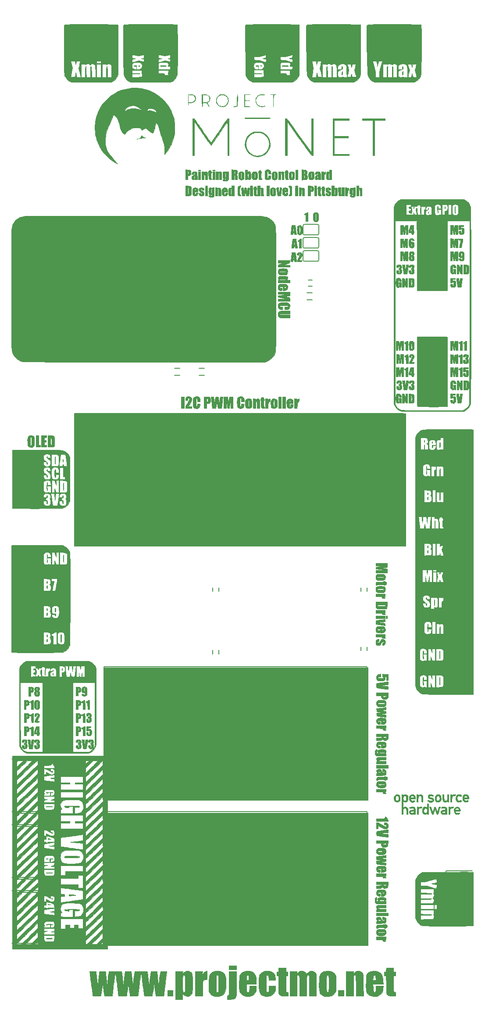
<source format=gto>
G04 #@! TF.FileFunction,Legend,Top*
%FSLAX46Y46*%
G04 Gerber Fmt 4.6, Leading zero omitted, Abs format (unit mm)*
G04 Created by KiCad (PCBNEW 4.0.3-stable) date Thursday, August 18, 2016 'PMt' 02:05:46 PM*
%MOMM*%
%LPD*%
G01*
G04 APERTURE LIST*
%ADD10C,0.100000*%
%ADD11C,0.150000*%
%ADD12C,0.152400*%
%ADD13C,0.010000*%
G04 APERTURE END LIST*
D10*
D11*
X40894000Y-100330000D02*
X86614000Y-100330000D01*
X38354000Y-125730000D02*
X38354000Y-102870000D01*
X86614000Y-128270000D02*
X40894000Y-128270000D01*
X89154000Y-102870000D02*
X89154000Y-125730000D01*
X89154000Y-102870000D02*
G75*
G03X86614000Y-100330000I-2540000J0D01*
G01*
X40894000Y-100330000D02*
G75*
G03X38354000Y-102870000I0J-2540000D01*
G01*
X38354000Y-125730000D02*
G75*
G03X40894000Y-128270000I2540000J0D01*
G01*
X86614000Y-128270000D02*
G75*
G03X89154000Y-125730000I0J2540000D01*
G01*
D12*
X97332800Y-108966000D02*
X94792800Y-108966000D01*
X97586800Y-107188000D02*
G75*
G03X97332800Y-106934000I-254000J0D01*
G01*
X94792800Y-106934000D02*
G75*
G03X94538800Y-107188000I0J-254000D01*
G01*
X94792800Y-108966000D02*
G75*
G02X94538800Y-108712000I0J254000D01*
G01*
X97586800Y-108712000D02*
G75*
G02X97332800Y-108966000I-254000J0D01*
G01*
X97586800Y-108712000D02*
X97586800Y-107188000D01*
X94538800Y-108712000D02*
X94538800Y-107188000D01*
X94792800Y-106934000D02*
X97332800Y-106934000D01*
X97332800Y-106426000D02*
X94792800Y-106426000D01*
X97586800Y-104648000D02*
G75*
G03X97332800Y-104394000I-254000J0D01*
G01*
X94792800Y-104394000D02*
G75*
G03X94538800Y-104648000I0J-254000D01*
G01*
X94792800Y-106426000D02*
G75*
G02X94538800Y-106172000I0J254000D01*
G01*
X97586800Y-106172000D02*
G75*
G02X97332800Y-106426000I-254000J0D01*
G01*
X97586800Y-106172000D02*
X97586800Y-104648000D01*
X94538800Y-106172000D02*
X94538800Y-104648000D01*
X94792800Y-104394000D02*
X97332800Y-104394000D01*
X97332800Y-103886000D02*
X94792800Y-103886000D01*
X97586800Y-102108000D02*
G75*
G03X97332800Y-101854000I-254000J0D01*
G01*
X94792800Y-101854000D02*
G75*
G03X94538800Y-102108000I0J-254000D01*
G01*
X94792800Y-103886000D02*
G75*
G02X94538800Y-103632000I0J254000D01*
G01*
X97586800Y-103632000D02*
G75*
G02X97332800Y-103886000I-254000J0D01*
G01*
X97586800Y-103632000D02*
X97586800Y-102108000D01*
X94538800Y-103632000D02*
X94538800Y-102108000D01*
X94792800Y-101854000D02*
X97332800Y-101854000D01*
D11*
X43434000Y-230378000D02*
X38354000Y-230378000D01*
X43434000Y-240538000D02*
X43434000Y-230378000D01*
X38354000Y-240538000D02*
X43434000Y-240538000D01*
X105410000Y-68580000D02*
X105410000Y-63500000D01*
X95250000Y-68580000D02*
X105410000Y-68580000D01*
X95250000Y-63500000D02*
X95250000Y-68580000D01*
X83439000Y-63500000D02*
X83439000Y-68580000D01*
X93599000Y-63500000D02*
X83439000Y-63500000D01*
X93599000Y-68580000D02*
X93599000Y-63500000D01*
X59944000Y-63500000D02*
X59944000Y-68580000D01*
X70104000Y-63500000D02*
X59944000Y-63500000D01*
X70104000Y-68580000D02*
X70104000Y-63500000D01*
X43434000Y-204978000D02*
X38354000Y-204978000D01*
X43434000Y-215138000D02*
X43434000Y-204978000D01*
X38354000Y-215138000D02*
X43434000Y-215138000D01*
X43434000Y-217678000D02*
X38354000Y-217678000D01*
X43434000Y-227838000D02*
X43434000Y-217678000D01*
X38354000Y-227838000D02*
X43434000Y-227838000D01*
X58674000Y-68580000D02*
X58674000Y-63500000D01*
X48514000Y-68580000D02*
X58674000Y-68580000D01*
X48514000Y-63500000D02*
X48514000Y-68580000D01*
X117094000Y-68580000D02*
X117094000Y-63500000D01*
X106934000Y-68580000D02*
X117094000Y-68580000D01*
X106934000Y-63500000D02*
X106934000Y-68580000D01*
X75514000Y-130977000D02*
X74514000Y-130977000D01*
X74514000Y-129627000D02*
X75514000Y-129627000D01*
X69774000Y-129627000D02*
X70774000Y-129627000D01*
X70774000Y-130977000D02*
X69774000Y-130977000D01*
X95301000Y-115022000D02*
X96301000Y-115022000D01*
X96301000Y-116372000D02*
X95301000Y-116372000D01*
X106934000Y-212598000D02*
X56134000Y-212598000D01*
X106934000Y-187198000D02*
X106934000Y-212598000D01*
X56134000Y-187198000D02*
X106934000Y-187198000D01*
X56134000Y-212598000D02*
X56134000Y-187198000D01*
X106934000Y-240538000D02*
X56134000Y-240538000D01*
X106934000Y-215138000D02*
X106934000Y-240538000D01*
X56134000Y-215138000D02*
X106934000Y-215138000D01*
X56134000Y-240538000D02*
X56134000Y-215138000D01*
X41656000Y-153416000D02*
X41656000Y-145796000D01*
X39116000Y-153416000D02*
X39116000Y-145796000D01*
X38836000Y-156236000D02*
X38836000Y-154686000D01*
X41656000Y-145796000D02*
X39116000Y-145796000D01*
X39116000Y-153416000D02*
X41656000Y-153416000D01*
X41936000Y-154686000D02*
X41936000Y-156236000D01*
X41936000Y-156236000D02*
X38836000Y-156236000D01*
X105699000Y-184058000D02*
X105699000Y-183358000D01*
X106899000Y-183358000D02*
X106899000Y-184058000D01*
X105699000Y-172628000D02*
X105699000Y-171928000D01*
X106899000Y-171928000D02*
X106899000Y-172628000D01*
X77124000Y-172628000D02*
X77124000Y-171928000D01*
X78324000Y-171928000D02*
X78324000Y-172628000D01*
X77124000Y-184693000D02*
X77124000Y-183993000D01*
X78324000Y-183993000D02*
X78324000Y-184693000D01*
X95601000Y-112557000D02*
X96301000Y-112557000D01*
X96301000Y-113757000D02*
X95601000Y-113757000D01*
X38354000Y-184150000D02*
X43434000Y-184150000D01*
X38354000Y-163830000D02*
X38354000Y-184150000D01*
X43434000Y-163830000D02*
X38354000Y-163830000D01*
X122174000Y-123952000D02*
X122174000Y-136652000D01*
X122174000Y-136652000D02*
X117094000Y-136652000D01*
X117094000Y-136652000D02*
X117094000Y-126492000D01*
X122174000Y-123952000D02*
X119634000Y-123952000D01*
X118364000Y-123672000D02*
X116814000Y-123672000D01*
X119634000Y-123952000D02*
X119634000Y-126492000D01*
X119634000Y-126492000D02*
X117094000Y-126492000D01*
X116814000Y-123672000D02*
X116814000Y-125222000D01*
X121920000Y-101600000D02*
X121920000Y-114300000D01*
X121920000Y-114300000D02*
X116840000Y-114300000D01*
X116840000Y-114300000D02*
X116840000Y-104140000D01*
X121920000Y-101600000D02*
X119380000Y-101600000D01*
X118110000Y-101320000D02*
X116560000Y-101320000D01*
X119380000Y-101600000D02*
X119380000Y-104140000D01*
X119380000Y-104140000D02*
X116840000Y-104140000D01*
X116560000Y-101320000D02*
X116560000Y-102870000D01*
X122174000Y-236728000D02*
X127254000Y-236728000D01*
X122174000Y-226568000D02*
X122174000Y-236728000D01*
X127254000Y-226568000D02*
X122174000Y-226568000D01*
X122174000Y-192278000D02*
X122174000Y-141478000D01*
X127254000Y-192278000D02*
X122174000Y-192278000D01*
X127254000Y-141478000D02*
X122174000Y-141478000D01*
X113919000Y-163703000D02*
X113919000Y-138303000D01*
X50419000Y-163703000D02*
X113919000Y-163703000D01*
X50419000Y-162433000D02*
X50419000Y-163703000D01*
X50419000Y-138303000D02*
X50419000Y-162433000D01*
X113919000Y-138303000D02*
X50419000Y-138303000D01*
X44704000Y-203200000D02*
X44704000Y-190500000D01*
X44704000Y-190500000D02*
X49784000Y-190500000D01*
X49784000Y-190500000D02*
X49784000Y-200660000D01*
X44704000Y-203200000D02*
X47244000Y-203200000D01*
X48514000Y-203480000D02*
X50064000Y-203480000D01*
X47244000Y-203200000D02*
X47244000Y-200660000D01*
X47244000Y-200660000D02*
X49784000Y-200660000D01*
X50064000Y-203480000D02*
X50064000Y-201930000D01*
D13*
G36*
X72491937Y-245869534D02*
X72732230Y-245972791D01*
X72935286Y-246120290D01*
X73026091Y-246226390D01*
X73074191Y-246314580D01*
X73113111Y-246426490D01*
X73143541Y-246572155D01*
X73166173Y-246761615D01*
X73181698Y-247004904D01*
X73190807Y-247312060D01*
X73194192Y-247693119D01*
X73192543Y-248158120D01*
X73188259Y-248581230D01*
X73182937Y-249003850D01*
X73177630Y-249337599D01*
X73171234Y-249595402D01*
X73162642Y-249790184D01*
X73150750Y-249934873D01*
X73134451Y-250042392D01*
X73112640Y-250125669D01*
X73084210Y-250197629D01*
X73048057Y-250271197D01*
X73042834Y-250281356D01*
X72876707Y-250514494D01*
X72658158Y-250663821D01*
X72380044Y-250733363D01*
X72229024Y-250739656D01*
X71937253Y-250702605D01*
X71687576Y-250589677D01*
X71474814Y-250413291D01*
X71373832Y-250318548D01*
X71303795Y-250264176D01*
X71291256Y-250259100D01*
X71279455Y-250306574D01*
X71269918Y-250435299D01*
X71263723Y-250624731D01*
X71261889Y-250819019D01*
X71261889Y-251378939D01*
X69887541Y-251378939D01*
X69887541Y-248355215D01*
X71287340Y-248355215D01*
X71287975Y-248800527D01*
X71291008Y-249154498D01*
X71298135Y-249427589D01*
X71311049Y-249630259D01*
X71331446Y-249772969D01*
X71361020Y-249866180D01*
X71401465Y-249920351D01*
X71454476Y-249945943D01*
X71521749Y-249953416D01*
X71546291Y-249953689D01*
X71661998Y-249914804D01*
X71718215Y-249855232D01*
X71734978Y-249773939D01*
X71748676Y-249608846D01*
X71759348Y-249375490D01*
X71767037Y-249089405D01*
X71771783Y-248766128D01*
X71773629Y-248421195D01*
X71772615Y-248070141D01*
X71768783Y-247728502D01*
X71762175Y-247411814D01*
X71752831Y-247135613D01*
X71740793Y-246915435D01*
X71726102Y-246766815D01*
X71709825Y-246706154D01*
X71615902Y-246660360D01*
X71507188Y-246645072D01*
X71393409Y-246669122D01*
X71333931Y-246760554D01*
X71326486Y-246785051D01*
X71316260Y-246871437D01*
X71307030Y-247045037D01*
X71299161Y-247291263D01*
X71293016Y-247595527D01*
X71288958Y-247943241D01*
X71287352Y-248319819D01*
X71287340Y-248355215D01*
X69887541Y-248355215D01*
X69887541Y-245932446D01*
X71326195Y-245932446D01*
X71298886Y-246136053D01*
X71285788Y-246280256D01*
X71303160Y-246330214D01*
X71358356Y-246290827D01*
X71420180Y-246216867D01*
X71563132Y-246089488D01*
X71767996Y-245970865D01*
X71995328Y-245879276D01*
X72205684Y-245832999D01*
X72253683Y-245830643D01*
X72491937Y-245869534D01*
X72491937Y-245869534D01*
G37*
X72491937Y-245869534D02*
X72732230Y-245972791D01*
X72935286Y-246120290D01*
X73026091Y-246226390D01*
X73074191Y-246314580D01*
X73113111Y-246426490D01*
X73143541Y-246572155D01*
X73166173Y-246761615D01*
X73181698Y-247004904D01*
X73190807Y-247312060D01*
X73194192Y-247693119D01*
X73192543Y-248158120D01*
X73188259Y-248581230D01*
X73182937Y-249003850D01*
X73177630Y-249337599D01*
X73171234Y-249595402D01*
X73162642Y-249790184D01*
X73150750Y-249934873D01*
X73134451Y-250042392D01*
X73112640Y-250125669D01*
X73084210Y-250197629D01*
X73048057Y-250271197D01*
X73042834Y-250281356D01*
X72876707Y-250514494D01*
X72658158Y-250663821D01*
X72380044Y-250733363D01*
X72229024Y-250739656D01*
X71937253Y-250702605D01*
X71687576Y-250589677D01*
X71474814Y-250413291D01*
X71373832Y-250318548D01*
X71303795Y-250264176D01*
X71291256Y-250259100D01*
X71279455Y-250306574D01*
X71269918Y-250435299D01*
X71263723Y-250624731D01*
X71261889Y-250819019D01*
X71261889Y-251378939D01*
X69887541Y-251378939D01*
X69887541Y-248355215D01*
X71287340Y-248355215D01*
X71287975Y-248800527D01*
X71291008Y-249154498D01*
X71298135Y-249427589D01*
X71311049Y-249630259D01*
X71331446Y-249772969D01*
X71361020Y-249866180D01*
X71401465Y-249920351D01*
X71454476Y-249945943D01*
X71521749Y-249953416D01*
X71546291Y-249953689D01*
X71661998Y-249914804D01*
X71718215Y-249855232D01*
X71734978Y-249773939D01*
X71748676Y-249608846D01*
X71759348Y-249375490D01*
X71767037Y-249089405D01*
X71771783Y-248766128D01*
X71773629Y-248421195D01*
X71772615Y-248070141D01*
X71768783Y-247728502D01*
X71762175Y-247411814D01*
X71752831Y-247135613D01*
X71740793Y-246915435D01*
X71726102Y-246766815D01*
X71709825Y-246706154D01*
X71615902Y-246660360D01*
X71507188Y-246645072D01*
X71393409Y-246669122D01*
X71333931Y-246760554D01*
X71326486Y-246785051D01*
X71316260Y-246871437D01*
X71307030Y-247045037D01*
X71299161Y-247291263D01*
X71293016Y-247595527D01*
X71288958Y-247943241D01*
X71287352Y-248319819D01*
X71287340Y-248355215D01*
X69887541Y-248355215D01*
X69887541Y-245932446D01*
X71326195Y-245932446D01*
X71298886Y-246136053D01*
X71285788Y-246280256D01*
X71303160Y-246330214D01*
X71358356Y-246290827D01*
X71420180Y-246216867D01*
X71563132Y-246089488D01*
X71767996Y-245970865D01*
X71995328Y-245879276D01*
X72205684Y-245832999D01*
X72253683Y-245830643D01*
X72491937Y-245869534D01*
G36*
X81694524Y-248006695D02*
X81692886Y-248621178D01*
X81689048Y-249142244D01*
X81682476Y-249578263D01*
X81672634Y-249937607D01*
X81658991Y-250228649D01*
X81641010Y-250459760D01*
X81618158Y-250639312D01*
X81589901Y-250775677D01*
X81555704Y-250877226D01*
X81515034Y-250952332D01*
X81505754Y-250965350D01*
X81383941Y-251102154D01*
X81242242Y-251199001D01*
X81060451Y-251262942D01*
X80818363Y-251301028D01*
X80495772Y-251320310D01*
X80487841Y-251320569D01*
X79915196Y-251339025D01*
X79915196Y-250977218D01*
X79917155Y-250789216D01*
X79927968Y-250681022D01*
X79955035Y-250630651D01*
X80005759Y-250616118D01*
X80037004Y-250615412D01*
X80143242Y-250585381D01*
X80189710Y-250534896D01*
X80196140Y-250468557D01*
X80202117Y-250311130D01*
X80207500Y-250073332D01*
X80212147Y-249765880D01*
X80215917Y-249399490D01*
X80218668Y-248984877D01*
X80220259Y-248532759D01*
X80220607Y-248193413D01*
X80220607Y-245932446D01*
X81696759Y-245932446D01*
X81694524Y-248006695D01*
X81694524Y-248006695D01*
G37*
X81694524Y-248006695D02*
X81692886Y-248621178D01*
X81689048Y-249142244D01*
X81682476Y-249578263D01*
X81672634Y-249937607D01*
X81658991Y-250228649D01*
X81641010Y-250459760D01*
X81618158Y-250639312D01*
X81589901Y-250775677D01*
X81555704Y-250877226D01*
X81515034Y-250952332D01*
X81505754Y-250965350D01*
X81383941Y-251102154D01*
X81242242Y-251199001D01*
X81060451Y-251262942D01*
X80818363Y-251301028D01*
X80495772Y-251320310D01*
X80487841Y-251320569D01*
X79915196Y-251339025D01*
X79915196Y-250977218D01*
X79917155Y-250789216D01*
X79927968Y-250681022D01*
X79955035Y-250630651D01*
X80005759Y-250616118D01*
X80037004Y-250615412D01*
X80143242Y-250585381D01*
X80189710Y-250534896D01*
X80196140Y-250468557D01*
X80202117Y-250311130D01*
X80207500Y-250073332D01*
X80212147Y-249765880D01*
X80215917Y-249399490D01*
X80218668Y-248984877D01*
X80220259Y-248532759D01*
X80220607Y-248193413D01*
X80220607Y-245932446D01*
X81696759Y-245932446D01*
X81694524Y-248006695D01*
G36*
X78214742Y-245859364D02*
X78401076Y-245869680D01*
X78543276Y-245892842D01*
X78670141Y-245933347D01*
X78795356Y-245988509D01*
X79034582Y-246117922D01*
X79227014Y-246264188D01*
X79377299Y-246439196D01*
X79490087Y-246654829D01*
X79570025Y-246922976D01*
X79621763Y-247255523D01*
X79649949Y-247664355D01*
X79659232Y-248161359D01*
X79659292Y-248197577D01*
X79651839Y-248737069D01*
X79625985Y-249186300D01*
X79577924Y-249555763D01*
X79503850Y-249855949D01*
X79399960Y-250097349D01*
X79262447Y-250290456D01*
X79087506Y-250445759D01*
X78871331Y-250573752D01*
X78782373Y-250615301D01*
X78529715Y-250692627D01*
X78215425Y-250737781D01*
X77875103Y-250748754D01*
X77544347Y-250723539D01*
X77382629Y-250694254D01*
X77041995Y-250580181D01*
X76777544Y-250406439D01*
X76577220Y-250164133D01*
X76517025Y-250055492D01*
X76377521Y-249775532D01*
X76377521Y-248375733D01*
X76377701Y-248299380D01*
X77777320Y-248299380D01*
X77778551Y-248774826D01*
X77782430Y-249155737D01*
X77789233Y-249449353D01*
X77799239Y-249662915D01*
X77812725Y-249803664D01*
X77829969Y-249878841D01*
X77838402Y-249892607D01*
X77958945Y-249953862D01*
X78085326Y-249934180D01*
X78177799Y-249841513D01*
X78185794Y-249823121D01*
X78199313Y-249737415D01*
X78211337Y-249563819D01*
X78221413Y-249316239D01*
X78229088Y-249008583D01*
X78233910Y-248654758D01*
X78235436Y-248299380D01*
X78233649Y-247915294D01*
X78228591Y-247564546D01*
X78220713Y-247261042D01*
X78210470Y-247018690D01*
X78198314Y-246851398D01*
X78185794Y-246775640D01*
X78101262Y-246673365D01*
X77977242Y-246642961D01*
X77853482Y-246692377D01*
X77838402Y-246706154D01*
X77819497Y-246755940D01*
X77804466Y-246868257D01*
X77793031Y-247050345D01*
X77784916Y-247309444D01*
X77779842Y-247652795D01*
X77777533Y-248087640D01*
X77777320Y-248299380D01*
X76377701Y-248299380D01*
X76378620Y-247910237D01*
X76383286Y-247533964D01*
X76393570Y-247234344D01*
X76411522Y-246998805D01*
X76439193Y-246814780D01*
X76478635Y-246669697D01*
X76531898Y-246550987D01*
X76601034Y-246446079D01*
X76688094Y-246342405D01*
X76713908Y-246314111D01*
X76909586Y-246126231D01*
X77108230Y-245995544D01*
X77334104Y-245913124D01*
X77611471Y-245870045D01*
X77955476Y-245857398D01*
X78214742Y-245859364D01*
X78214742Y-245859364D01*
G37*
X78214742Y-245859364D02*
X78401076Y-245869680D01*
X78543276Y-245892842D01*
X78670141Y-245933347D01*
X78795356Y-245988509D01*
X79034582Y-246117922D01*
X79227014Y-246264188D01*
X79377299Y-246439196D01*
X79490087Y-246654829D01*
X79570025Y-246922976D01*
X79621763Y-247255523D01*
X79649949Y-247664355D01*
X79659232Y-248161359D01*
X79659292Y-248197577D01*
X79651839Y-248737069D01*
X79625985Y-249186300D01*
X79577924Y-249555763D01*
X79503850Y-249855949D01*
X79399960Y-250097349D01*
X79262447Y-250290456D01*
X79087506Y-250445759D01*
X78871331Y-250573752D01*
X78782373Y-250615301D01*
X78529715Y-250692627D01*
X78215425Y-250737781D01*
X77875103Y-250748754D01*
X77544347Y-250723539D01*
X77382629Y-250694254D01*
X77041995Y-250580181D01*
X76777544Y-250406439D01*
X76577220Y-250164133D01*
X76517025Y-250055492D01*
X76377521Y-249775532D01*
X76377521Y-248375733D01*
X76377701Y-248299380D01*
X77777320Y-248299380D01*
X77778551Y-248774826D01*
X77782430Y-249155737D01*
X77789233Y-249449353D01*
X77799239Y-249662915D01*
X77812725Y-249803664D01*
X77829969Y-249878841D01*
X77838402Y-249892607D01*
X77958945Y-249953862D01*
X78085326Y-249934180D01*
X78177799Y-249841513D01*
X78185794Y-249823121D01*
X78199313Y-249737415D01*
X78211337Y-249563819D01*
X78221413Y-249316239D01*
X78229088Y-249008583D01*
X78233910Y-248654758D01*
X78235436Y-248299380D01*
X78233649Y-247915294D01*
X78228591Y-247564546D01*
X78220713Y-247261042D01*
X78210470Y-247018690D01*
X78198314Y-246851398D01*
X78185794Y-246775640D01*
X78101262Y-246673365D01*
X77977242Y-246642961D01*
X77853482Y-246692377D01*
X77838402Y-246706154D01*
X77819497Y-246755940D01*
X77804466Y-246868257D01*
X77793031Y-247050345D01*
X77784916Y-247309444D01*
X77779842Y-247652795D01*
X77777533Y-248087640D01*
X77777320Y-248299380D01*
X76377701Y-248299380D01*
X76378620Y-247910237D01*
X76383286Y-247533964D01*
X76393570Y-247234344D01*
X76411522Y-246998805D01*
X76439193Y-246814780D01*
X76478635Y-246669697D01*
X76531898Y-246550987D01*
X76601034Y-246446079D01*
X76688094Y-246342405D01*
X76713908Y-246314111D01*
X76909586Y-246126231D01*
X77108230Y-245995544D01*
X77334104Y-245913124D01*
X77611471Y-245870045D01*
X77955476Y-245857398D01*
X78214742Y-245859364D01*
G36*
X84217910Y-245869730D02*
X84488859Y-245923329D01*
X84604392Y-245965649D01*
X84883946Y-246119395D01*
X85102025Y-246302432D01*
X85265480Y-246528015D01*
X85381165Y-246809397D01*
X85455933Y-247159833D01*
X85496636Y-247592578D01*
X85501745Y-247701284D01*
X85528831Y-248375733D01*
X83631028Y-248375733D01*
X83631028Y-249066254D01*
X83634791Y-249328910D01*
X83645095Y-249561014D01*
X83660458Y-249740383D01*
X83679397Y-249844835D01*
X83683720Y-249855232D01*
X83776334Y-249933209D01*
X83911185Y-249950125D01*
X84029198Y-249909454D01*
X84095727Y-249814906D01*
X84146624Y-249634185D01*
X84178944Y-249382125D01*
X84189733Y-249101084D01*
X84190947Y-248732045D01*
X85528266Y-248732045D01*
X85502828Y-249202887D01*
X85448992Y-249632570D01*
X85335590Y-249984390D01*
X85158419Y-250265919D01*
X84913276Y-250484729D01*
X84733902Y-250588039D01*
X84460452Y-250682787D01*
X84129197Y-250737782D01*
X83777318Y-250749898D01*
X83441997Y-250716009D01*
X83375106Y-250702288D01*
X82994506Y-250571908D01*
X82685776Y-250371660D01*
X82452090Y-250104628D01*
X82296623Y-249773894D01*
X82254952Y-249614507D01*
X82236584Y-249466832D01*
X82223777Y-249240802D01*
X82216225Y-248954809D01*
X82213620Y-248627247D01*
X82215657Y-248276510D01*
X82222027Y-247920991D01*
X82232425Y-247579085D01*
X82246544Y-247269183D01*
X82250599Y-247209154D01*
X83631028Y-247209154D01*
X83631028Y-247612206D01*
X84089144Y-247612206D01*
X84089144Y-247227096D01*
X84080403Y-246967865D01*
X84050044Y-246794861D01*
X83991856Y-246693681D01*
X83899634Y-246649920D01*
X83838290Y-246645072D01*
X83747292Y-246655239D01*
X83687358Y-246697151D01*
X83652199Y-246787927D01*
X83635525Y-246944683D01*
X83631047Y-247184538D01*
X83631028Y-247209154D01*
X82250599Y-247209154D01*
X82264076Y-247009680D01*
X82284715Y-246818970D01*
X82303086Y-246728820D01*
X82416904Y-246505723D01*
X82602121Y-246284534D01*
X82831679Y-246093055D01*
X83034100Y-245977679D01*
X83277000Y-245902862D01*
X83577953Y-245859757D01*
X83902932Y-245848627D01*
X84217910Y-245869730D01*
X84217910Y-245869730D01*
G37*
X84217910Y-245869730D02*
X84488859Y-245923329D01*
X84604392Y-245965649D01*
X84883946Y-246119395D01*
X85102025Y-246302432D01*
X85265480Y-246528015D01*
X85381165Y-246809397D01*
X85455933Y-247159833D01*
X85496636Y-247592578D01*
X85501745Y-247701284D01*
X85528831Y-248375733D01*
X83631028Y-248375733D01*
X83631028Y-249066254D01*
X83634791Y-249328910D01*
X83645095Y-249561014D01*
X83660458Y-249740383D01*
X83679397Y-249844835D01*
X83683720Y-249855232D01*
X83776334Y-249933209D01*
X83911185Y-249950125D01*
X84029198Y-249909454D01*
X84095727Y-249814906D01*
X84146624Y-249634185D01*
X84178944Y-249382125D01*
X84189733Y-249101084D01*
X84190947Y-248732045D01*
X85528266Y-248732045D01*
X85502828Y-249202887D01*
X85448992Y-249632570D01*
X85335590Y-249984390D01*
X85158419Y-250265919D01*
X84913276Y-250484729D01*
X84733902Y-250588039D01*
X84460452Y-250682787D01*
X84129197Y-250737782D01*
X83777318Y-250749898D01*
X83441997Y-250716009D01*
X83375106Y-250702288D01*
X82994506Y-250571908D01*
X82685776Y-250371660D01*
X82452090Y-250104628D01*
X82296623Y-249773894D01*
X82254952Y-249614507D01*
X82236584Y-249466832D01*
X82223777Y-249240802D01*
X82216225Y-248954809D01*
X82213620Y-248627247D01*
X82215657Y-248276510D01*
X82222027Y-247920991D01*
X82232425Y-247579085D01*
X82246544Y-247269183D01*
X82250599Y-247209154D01*
X83631028Y-247209154D01*
X83631028Y-247612206D01*
X84089144Y-247612206D01*
X84089144Y-247227096D01*
X84080403Y-246967865D01*
X84050044Y-246794861D01*
X83991856Y-246693681D01*
X83899634Y-246649920D01*
X83838290Y-246645072D01*
X83747292Y-246655239D01*
X83687358Y-246697151D01*
X83652199Y-246787927D01*
X83635525Y-246944683D01*
X83631047Y-247184538D01*
X83631028Y-247209154D01*
X82250599Y-247209154D01*
X82264076Y-247009680D01*
X82284715Y-246818970D01*
X82303086Y-246728820D01*
X82416904Y-246505723D01*
X82602121Y-246284534D01*
X82831679Y-246093055D01*
X83034100Y-245977679D01*
X83277000Y-245902862D01*
X83577953Y-245859757D01*
X83902932Y-245848627D01*
X84217910Y-245869730D01*
G36*
X87957450Y-245865596D02*
X88298358Y-245963512D01*
X88603114Y-246113972D01*
X88850738Y-246306560D01*
X89020254Y-246530858D01*
X89023275Y-246536714D01*
X89091310Y-246714203D01*
X89153711Y-246953018D01*
X89202010Y-247212717D01*
X89227739Y-247452862D01*
X89229841Y-247523128D01*
X89230226Y-247663108D01*
X87906779Y-247663108D01*
X87901705Y-247294070D01*
X87893652Y-247030457D01*
X87873778Y-246852426D01*
X87835650Y-246743895D01*
X87772836Y-246688786D01*
X87678903Y-246671018D01*
X87652270Y-246670522D01*
X87525809Y-246685378D01*
X87462541Y-246744610D01*
X87443306Y-246797777D01*
X87429871Y-246899152D01*
X87419248Y-247084787D01*
X87411390Y-247337180D01*
X87406248Y-247638827D01*
X87403775Y-247972225D01*
X87403924Y-248319872D01*
X87406646Y-248664263D01*
X87411896Y-248987897D01*
X87419623Y-249273269D01*
X87429782Y-249502878D01*
X87442325Y-249659220D01*
X87451230Y-249711508D01*
X87528342Y-249867256D01*
X87639038Y-249944151D01*
X87763021Y-249935200D01*
X87864465Y-249853920D01*
X87909378Y-249779902D01*
X87937582Y-249677090D01*
X87952499Y-249522774D01*
X87957552Y-249294240D01*
X87957681Y-249235424D01*
X87957681Y-248732045D01*
X89244833Y-248732045D01*
X89209559Y-249199307D01*
X89171522Y-249519222D01*
X89112114Y-249788023D01*
X89068088Y-249913431D01*
X88936294Y-250134291D01*
X88745233Y-250349843D01*
X88525330Y-250531255D01*
X88307007Y-250649698D01*
X88281881Y-250658466D01*
X88042862Y-250711112D01*
X87749320Y-250740152D01*
X87444729Y-250744111D01*
X87172566Y-250721518D01*
X87062160Y-250699785D01*
X86727274Y-250575852D01*
X86452736Y-250395329D01*
X86307183Y-250241549D01*
X86212245Y-250090298D01*
X86138121Y-249908372D01*
X86081904Y-249681097D01*
X86040685Y-249393798D01*
X86011555Y-249031797D01*
X85994451Y-248663374D01*
X85984592Y-248154482D01*
X85992373Y-247690104D01*
X86016855Y-247282228D01*
X86057099Y-246942840D01*
X86112166Y-246683931D01*
X86159533Y-246555968D01*
X86320103Y-246333971D01*
X86559716Y-246139834D01*
X86857067Y-245984275D01*
X87190847Y-245878013D01*
X87539751Y-245831767D01*
X87601368Y-245830643D01*
X87957450Y-245865596D01*
X87957450Y-245865596D01*
G37*
X87957450Y-245865596D02*
X88298358Y-245963512D01*
X88603114Y-246113972D01*
X88850738Y-246306560D01*
X89020254Y-246530858D01*
X89023275Y-246536714D01*
X89091310Y-246714203D01*
X89153711Y-246953018D01*
X89202010Y-247212717D01*
X89227739Y-247452862D01*
X89229841Y-247523128D01*
X89230226Y-247663108D01*
X87906779Y-247663108D01*
X87901705Y-247294070D01*
X87893652Y-247030457D01*
X87873778Y-246852426D01*
X87835650Y-246743895D01*
X87772836Y-246688786D01*
X87678903Y-246671018D01*
X87652270Y-246670522D01*
X87525809Y-246685378D01*
X87462541Y-246744610D01*
X87443306Y-246797777D01*
X87429871Y-246899152D01*
X87419248Y-247084787D01*
X87411390Y-247337180D01*
X87406248Y-247638827D01*
X87403775Y-247972225D01*
X87403924Y-248319872D01*
X87406646Y-248664263D01*
X87411896Y-248987897D01*
X87419623Y-249273269D01*
X87429782Y-249502878D01*
X87442325Y-249659220D01*
X87451230Y-249711508D01*
X87528342Y-249867256D01*
X87639038Y-249944151D01*
X87763021Y-249935200D01*
X87864465Y-249853920D01*
X87909378Y-249779902D01*
X87937582Y-249677090D01*
X87952499Y-249522774D01*
X87957552Y-249294240D01*
X87957681Y-249235424D01*
X87957681Y-248732045D01*
X89244833Y-248732045D01*
X89209559Y-249199307D01*
X89171522Y-249519222D01*
X89112114Y-249788023D01*
X89068088Y-249913431D01*
X88936294Y-250134291D01*
X88745233Y-250349843D01*
X88525330Y-250531255D01*
X88307007Y-250649698D01*
X88281881Y-250658466D01*
X88042862Y-250711112D01*
X87749320Y-250740152D01*
X87444729Y-250744111D01*
X87172566Y-250721518D01*
X87062160Y-250699785D01*
X86727274Y-250575852D01*
X86452736Y-250395329D01*
X86307183Y-250241549D01*
X86212245Y-250090298D01*
X86138121Y-249908372D01*
X86081904Y-249681097D01*
X86040685Y-249393798D01*
X86011555Y-249031797D01*
X85994451Y-248663374D01*
X85984592Y-248154482D01*
X85992373Y-247690104D01*
X86016855Y-247282228D01*
X86057099Y-246942840D01*
X86112166Y-246683931D01*
X86159533Y-246555968D01*
X86320103Y-246333971D01*
X86559716Y-246139834D01*
X86857067Y-245984275D01*
X87190847Y-245878013D01*
X87539751Y-245831767D01*
X87601368Y-245830643D01*
X87957450Y-245865596D01*
G36*
X99511448Y-245859594D02*
X99694558Y-245871796D01*
X99838485Y-245898470D01*
X99974504Y-245944939D01*
X100097611Y-245999464D01*
X100345657Y-246129115D01*
X100524609Y-246263222D01*
X100664547Y-246429232D01*
X100777248Y-246619621D01*
X100912190Y-246874130D01*
X100912190Y-249673729D01*
X100768974Y-249965375D01*
X100565138Y-250277566D01*
X100300434Y-250508341D01*
X100024259Y-250641388D01*
X99784277Y-250698898D01*
X99485209Y-250734531D01*
X99167887Y-250745917D01*
X98873143Y-250730689D01*
X98759907Y-250714730D01*
X98443992Y-250628087D01*
X98175919Y-250495169D01*
X98004016Y-250353131D01*
X97890988Y-250207351D01*
X97801155Y-250037900D01*
X97732666Y-249833142D01*
X97683668Y-249581440D01*
X97652312Y-249271155D01*
X97636744Y-248890649D01*
X97635114Y-248428287D01*
X97637169Y-248299380D01*
X99054274Y-248299380D01*
X99056158Y-248756009D01*
X99061648Y-249143566D01*
X99070501Y-249454892D01*
X99082476Y-249682829D01*
X99097329Y-249820222D01*
X99106967Y-249855232D01*
X99198771Y-249933469D01*
X99327248Y-249949804D01*
X99444523Y-249899039D01*
X99451308Y-249892607D01*
X99470214Y-249842820D01*
X99485245Y-249730503D01*
X99496679Y-249548415D01*
X99504794Y-249289316D01*
X99509868Y-248945965D01*
X99512178Y-248511120D01*
X99512390Y-248299380D01*
X99511159Y-247823934D01*
X99507281Y-247443024D01*
X99500477Y-247149408D01*
X99490471Y-246935845D01*
X99476985Y-246795096D01*
X99459741Y-246719919D01*
X99451308Y-246706154D01*
X99336708Y-246650319D01*
X99207433Y-246661961D01*
X99111358Y-246735883D01*
X99106967Y-246743529D01*
X99090584Y-246826243D01*
X99076943Y-247003572D01*
X99066285Y-247268360D01*
X99058853Y-247613448D01*
X99054889Y-248031679D01*
X99054274Y-248299380D01*
X97637169Y-248299380D01*
X97640823Y-248070322D01*
X97653932Y-247625634D01*
X97674062Y-247268692D01*
X97704350Y-246985511D01*
X97747931Y-246762108D01*
X97807940Y-246584498D01*
X97887512Y-246438698D01*
X97989784Y-246310723D01*
X98048840Y-246250569D01*
X98263693Y-246075709D01*
X98498939Y-245957016D01*
X98777495Y-245887022D01*
X99122278Y-245858258D01*
X99257881Y-245856543D01*
X99511448Y-245859594D01*
X99511448Y-245859594D01*
G37*
X99511448Y-245859594D02*
X99694558Y-245871796D01*
X99838485Y-245898470D01*
X99974504Y-245944939D01*
X100097611Y-245999464D01*
X100345657Y-246129115D01*
X100524609Y-246263222D01*
X100664547Y-246429232D01*
X100777248Y-246619621D01*
X100912190Y-246874130D01*
X100912190Y-249673729D01*
X100768974Y-249965375D01*
X100565138Y-250277566D01*
X100300434Y-250508341D01*
X100024259Y-250641388D01*
X99784277Y-250698898D01*
X99485209Y-250734531D01*
X99167887Y-250745917D01*
X98873143Y-250730689D01*
X98759907Y-250714730D01*
X98443992Y-250628087D01*
X98175919Y-250495169D01*
X98004016Y-250353131D01*
X97890988Y-250207351D01*
X97801155Y-250037900D01*
X97732666Y-249833142D01*
X97683668Y-249581440D01*
X97652312Y-249271155D01*
X97636744Y-248890649D01*
X97635114Y-248428287D01*
X97637169Y-248299380D01*
X99054274Y-248299380D01*
X99056158Y-248756009D01*
X99061648Y-249143566D01*
X99070501Y-249454892D01*
X99082476Y-249682829D01*
X99097329Y-249820222D01*
X99106967Y-249855232D01*
X99198771Y-249933469D01*
X99327248Y-249949804D01*
X99444523Y-249899039D01*
X99451308Y-249892607D01*
X99470214Y-249842820D01*
X99485245Y-249730503D01*
X99496679Y-249548415D01*
X99504794Y-249289316D01*
X99509868Y-248945965D01*
X99512178Y-248511120D01*
X99512390Y-248299380D01*
X99511159Y-247823934D01*
X99507281Y-247443024D01*
X99500477Y-247149408D01*
X99490471Y-246935845D01*
X99476985Y-246795096D01*
X99459741Y-246719919D01*
X99451308Y-246706154D01*
X99336708Y-246650319D01*
X99207433Y-246661961D01*
X99111358Y-246735883D01*
X99106967Y-246743529D01*
X99090584Y-246826243D01*
X99076943Y-247003572D01*
X99066285Y-247268360D01*
X99058853Y-247613448D01*
X99054889Y-248031679D01*
X99054274Y-248299380D01*
X97637169Y-248299380D01*
X97640823Y-248070322D01*
X97653932Y-247625634D01*
X97674062Y-247268692D01*
X97704350Y-246985511D01*
X97747931Y-246762108D01*
X97807940Y-246584498D01*
X97887512Y-246438698D01*
X97989784Y-246310723D01*
X98048840Y-246250569D01*
X98263693Y-246075709D01*
X98498939Y-245957016D01*
X98777495Y-245887022D01*
X99122278Y-245858258D01*
X99257881Y-245856543D01*
X99511448Y-245859594D01*
G36*
X108875584Y-245916116D02*
X109235271Y-246059599D01*
X109369939Y-246141592D01*
X109560757Y-246298503D01*
X109708691Y-246484399D01*
X109819331Y-246713989D01*
X109898263Y-247001981D01*
X109951076Y-247363081D01*
X109980087Y-247747416D01*
X110013677Y-248375733D01*
X108050843Y-248375733D01*
X108073466Y-249084598D01*
X108086884Y-249404482D01*
X108106475Y-249636191D01*
X108136525Y-249793335D01*
X108181321Y-249889525D01*
X108245151Y-249938373D01*
X108332300Y-249953489D01*
X108347199Y-249953689D01*
X108461731Y-249928428D01*
X108542282Y-249845117D01*
X108593167Y-249692466D01*
X108618702Y-249459182D01*
X108623813Y-249229738D01*
X108623813Y-248732045D01*
X110012769Y-248732045D01*
X109977495Y-249199307D01*
X109939458Y-249519222D01*
X109880050Y-249788023D01*
X109836024Y-249913431D01*
X109700233Y-250140465D01*
X109504302Y-250358156D01*
X109278424Y-250538470D01*
X109052791Y-250653374D01*
X109031955Y-250660022D01*
X108739587Y-250719639D01*
X108404167Y-250744958D01*
X108075345Y-250734247D01*
X107860286Y-250700916D01*
X107521311Y-250598321D01*
X107256053Y-250460082D01*
X107038826Y-250272537D01*
X107023636Y-250255972D01*
X106928238Y-250141172D01*
X106852278Y-250022498D01*
X106793797Y-249887318D01*
X106750837Y-249723000D01*
X106721440Y-249516912D01*
X106703646Y-249256420D01*
X106695498Y-248928892D01*
X106695037Y-248521696D01*
X106698527Y-248158949D01*
X106705267Y-247612206D01*
X108049893Y-247612206D01*
X108572911Y-247612206D01*
X108567837Y-247268619D01*
X108558151Y-247008201D01*
X108534273Y-246832751D01*
X108490316Y-246725773D01*
X108420390Y-246670770D01*
X108348365Y-246653818D01*
X108229647Y-246655087D01*
X108162801Y-246679268D01*
X108140324Y-246746184D01*
X108115767Y-246888752D01*
X108093238Y-247081008D01*
X108085649Y-247166815D01*
X108049893Y-247612206D01*
X106705267Y-247612206D01*
X106714995Y-246823228D01*
X106854233Y-246559150D01*
X107030084Y-246299838D01*
X107257424Y-246106140D01*
X107556293Y-245962344D01*
X107659655Y-245927594D01*
X108062008Y-245846889D01*
X108475907Y-245844138D01*
X108875584Y-245916116D01*
X108875584Y-245916116D01*
G37*
X108875584Y-245916116D02*
X109235271Y-246059599D01*
X109369939Y-246141592D01*
X109560757Y-246298503D01*
X109708691Y-246484399D01*
X109819331Y-246713989D01*
X109898263Y-247001981D01*
X109951076Y-247363081D01*
X109980087Y-247747416D01*
X110013677Y-248375733D01*
X108050843Y-248375733D01*
X108073466Y-249084598D01*
X108086884Y-249404482D01*
X108106475Y-249636191D01*
X108136525Y-249793335D01*
X108181321Y-249889525D01*
X108245151Y-249938373D01*
X108332300Y-249953489D01*
X108347199Y-249953689D01*
X108461731Y-249928428D01*
X108542282Y-249845117D01*
X108593167Y-249692466D01*
X108618702Y-249459182D01*
X108623813Y-249229738D01*
X108623813Y-248732045D01*
X110012769Y-248732045D01*
X109977495Y-249199307D01*
X109939458Y-249519222D01*
X109880050Y-249788023D01*
X109836024Y-249913431D01*
X109700233Y-250140465D01*
X109504302Y-250358156D01*
X109278424Y-250538470D01*
X109052791Y-250653374D01*
X109031955Y-250660022D01*
X108739587Y-250719639D01*
X108404167Y-250744958D01*
X108075345Y-250734247D01*
X107860286Y-250700916D01*
X107521311Y-250598321D01*
X107256053Y-250460082D01*
X107038826Y-250272537D01*
X107023636Y-250255972D01*
X106928238Y-250141172D01*
X106852278Y-250022498D01*
X106793797Y-249887318D01*
X106750837Y-249723000D01*
X106721440Y-249516912D01*
X106703646Y-249256420D01*
X106695498Y-248928892D01*
X106695037Y-248521696D01*
X106698527Y-248158949D01*
X106705267Y-247612206D01*
X108049893Y-247612206D01*
X108572911Y-247612206D01*
X108567837Y-247268619D01*
X108558151Y-247008201D01*
X108534273Y-246832751D01*
X108490316Y-246725773D01*
X108420390Y-246670770D01*
X108348365Y-246653818D01*
X108229647Y-246655087D01*
X108162801Y-246679268D01*
X108140324Y-246746184D01*
X108115767Y-246888752D01*
X108093238Y-247081008D01*
X108085649Y-247166815D01*
X108049893Y-247612206D01*
X106705267Y-247612206D01*
X106714995Y-246823228D01*
X106854233Y-246559150D01*
X107030084Y-246299838D01*
X107257424Y-246106140D01*
X107556293Y-245962344D01*
X107659655Y-245927594D01*
X108062008Y-245846889D01*
X108475907Y-245844138D01*
X108875584Y-245916116D01*
G36*
X61513085Y-247284371D02*
X61552444Y-247638646D01*
X61590378Y-247953372D01*
X61625167Y-248216303D01*
X61655089Y-248415196D01*
X61678425Y-248537805D01*
X61693455Y-248571886D01*
X61693889Y-248571177D01*
X61712638Y-248493540D01*
X61733846Y-248339767D01*
X61754354Y-248135369D01*
X61765363Y-247993969D01*
X61786608Y-247748843D01*
X61819633Y-247439784D01*
X61860220Y-247103401D01*
X61904148Y-246776300D01*
X61912056Y-246721424D01*
X62023419Y-245957897D01*
X63257684Y-245944267D01*
X63647285Y-245940620D01*
X63946588Y-245939764D01*
X64167078Y-245942297D01*
X64320237Y-245948819D01*
X64417547Y-245959926D01*
X64470493Y-245976216D01*
X64490557Y-245998289D01*
X64491949Y-246008559D01*
X64497792Y-246088229D01*
X64513930Y-246250929D01*
X64538275Y-246478644D01*
X64568742Y-246753355D01*
X64603243Y-247057045D01*
X64639692Y-247371697D01*
X64676002Y-247679294D01*
X64710087Y-247961818D01*
X64739860Y-248201254D01*
X64763235Y-248379582D01*
X64777894Y-248477536D01*
X64802909Y-248580008D01*
X64824245Y-248611075D01*
X64827984Y-248604791D01*
X64837318Y-248546443D01*
X64856671Y-248403543D01*
X64884008Y-248192626D01*
X64917294Y-247930228D01*
X64954493Y-247632883D01*
X64993571Y-247317128D01*
X65032494Y-246999498D01*
X65069225Y-246696528D01*
X65101731Y-246424753D01*
X65127977Y-246200708D01*
X65145927Y-246040930D01*
X65153546Y-245961954D01*
X65153673Y-245958248D01*
X65201211Y-245948057D01*
X65330385Y-245939765D01*
X65521029Y-245934267D01*
X65734999Y-245932446D01*
X66316325Y-245932446D01*
X66343324Y-246072426D01*
X66356493Y-246164087D01*
X66377750Y-246339602D01*
X66405131Y-246581520D01*
X66436675Y-246872390D01*
X66470419Y-247194760D01*
X66479286Y-247281344D01*
X66523643Y-247699230D01*
X66563941Y-248044595D01*
X66599401Y-248312517D01*
X66629243Y-248498071D01*
X66652688Y-248596334D01*
X66668957Y-248602381D01*
X66676681Y-248528438D01*
X66687560Y-248372438D01*
X66709571Y-248138815D01*
X66740028Y-247850809D01*
X66776246Y-247531659D01*
X66815538Y-247204603D01*
X66855218Y-246892882D01*
X66892600Y-246619733D01*
X66913493Y-246479641D01*
X66998910Y-245932446D01*
X67603346Y-245932446D01*
X67837825Y-245934361D01*
X68029907Y-245939575D01*
X68159817Y-245947292D01*
X68207780Y-245956718D01*
X68207781Y-245956757D01*
X68201814Y-246010714D01*
X68184731Y-246155549D01*
X68157758Y-246381090D01*
X68122123Y-246677162D01*
X68079051Y-247033593D01*
X68029771Y-247440208D01*
X67975508Y-247886833D01*
X67927821Y-248278524D01*
X67870313Y-248751419D01*
X67816784Y-249193459D01*
X67768464Y-249594350D01*
X67726584Y-249943794D01*
X67692374Y-250231497D01*
X67667064Y-250447162D01*
X67651885Y-250580494D01*
X67647861Y-250621147D01*
X67599865Y-250636712D01*
X67467485Y-250649958D01*
X67268131Y-250659876D01*
X67019214Y-250665458D01*
X66868218Y-250666314D01*
X66088575Y-250666314D01*
X65976818Y-249813709D01*
X65936733Y-249504899D01*
X65898883Y-249207852D01*
X65866379Y-248947394D01*
X65842336Y-248748351D01*
X65833366Y-248669656D01*
X65810722Y-248517669D01*
X65784363Y-248421115D01*
X65764781Y-248401007D01*
X65742392Y-248459299D01*
X65717592Y-248591859D01*
X65695347Y-248771420D01*
X65693139Y-248794258D01*
X65671985Y-248984860D01*
X65638672Y-249244465D01*
X65597446Y-249541605D01*
X65552550Y-249844811D01*
X65543602Y-249902787D01*
X65428816Y-250640863D01*
X64659302Y-250654891D01*
X63889789Y-250668919D01*
X63862031Y-250527637D01*
X63849780Y-250447405D01*
X63826468Y-250277724D01*
X63793600Y-250030167D01*
X63752681Y-249716308D01*
X63705216Y-249347724D01*
X63652711Y-248935987D01*
X63596670Y-248492674D01*
X63575574Y-248324831D01*
X63506697Y-247777128D01*
X63449074Y-247322246D01*
X63401525Y-246951964D01*
X63362869Y-246658061D01*
X63331924Y-246432316D01*
X63307509Y-246266510D01*
X63288444Y-246152420D01*
X63273547Y-246081827D01*
X63261637Y-246046509D01*
X63251533Y-246038247D01*
X63247446Y-246040969D01*
X63237844Y-246093834D01*
X63217651Y-246237401D01*
X63188182Y-246461266D01*
X63150754Y-246755026D01*
X63106681Y-247108277D01*
X63057280Y-247510617D01*
X63003865Y-247951642D01*
X62968291Y-248248478D01*
X62912586Y-248713089D01*
X62859805Y-249149306D01*
X62811316Y-249546115D01*
X62768486Y-249892503D01*
X62732683Y-250177453D01*
X62705276Y-250389953D01*
X62687631Y-250518987D01*
X62682293Y-250551785D01*
X62669308Y-250595889D01*
X62642084Y-250626913D01*
X62584892Y-250647155D01*
X62482004Y-250658918D01*
X62317691Y-250664499D01*
X62076222Y-250666200D01*
X61899032Y-250666314D01*
X61140519Y-250666314D01*
X61111317Y-250526334D01*
X61095833Y-250433225D01*
X61070125Y-250257421D01*
X61036735Y-250017229D01*
X60998205Y-249730953D01*
X60957077Y-249416900D01*
X60954649Y-249398092D01*
X60914373Y-249092853D01*
X60877134Y-248823712D01*
X60845250Y-248606398D01*
X60821039Y-248456643D01*
X60806821Y-248390179D01*
X60805848Y-248388496D01*
X60789375Y-248422513D01*
X60768181Y-248532466D01*
X60750550Y-248664133D01*
X60730757Y-248819995D01*
X60699004Y-249050289D01*
X60659012Y-249328856D01*
X60614500Y-249629538D01*
X60593646Y-249767327D01*
X60551917Y-250043748D01*
X60516257Y-250285247D01*
X60489281Y-250473686D01*
X60473605Y-250590927D01*
X60470707Y-250619933D01*
X60422585Y-250636206D01*
X60289312Y-250649894D01*
X60087531Y-250660009D01*
X59833880Y-250665559D01*
X59690994Y-250666314D01*
X58911282Y-250666314D01*
X58855991Y-250246374D01*
X58836710Y-250098678D01*
X58806345Y-249864501D01*
X58766768Y-249558338D01*
X58719849Y-249194687D01*
X58667459Y-248788041D01*
X58611466Y-248352897D01*
X58556343Y-247923996D01*
X58496797Y-247470144D01*
X58441497Y-247067661D01*
X58391747Y-246724905D01*
X58348850Y-246450237D01*
X58314107Y-246252014D01*
X58288822Y-246138597D01*
X58274760Y-246116982D01*
X58262905Y-246181180D01*
X58240694Y-246333733D01*
X58209699Y-246561893D01*
X58171490Y-246852914D01*
X58127640Y-247194046D01*
X58079719Y-247572543D01*
X58029301Y-247975657D01*
X57977955Y-248390641D01*
X57927254Y-248804747D01*
X57878770Y-249205227D01*
X57834073Y-249579334D01*
X57794735Y-249914321D01*
X57762329Y-250197439D01*
X57738425Y-250415942D01*
X57724595Y-250557082D01*
X57721747Y-250602687D01*
X57695922Y-250628394D01*
X57610868Y-250646710D01*
X57455584Y-250658532D01*
X57219068Y-250664755D01*
X56941185Y-250666314D01*
X56160360Y-250666314D01*
X56077567Y-250068218D01*
X56035861Y-249757040D01*
X55991636Y-249410973D01*
X55951545Y-249082725D01*
X55932995Y-248922927D01*
X55904356Y-248701166D01*
X55874434Y-248522568D01*
X55847136Y-248407774D01*
X55829479Y-248375733D01*
X55801034Y-248420271D01*
X55787764Y-248528742D01*
X55787639Y-248541164D01*
X55780319Y-248639961D01*
X55760381Y-248818284D01*
X55730760Y-249055050D01*
X55694391Y-249329179D01*
X55654211Y-249619587D01*
X55613154Y-249905193D01*
X55574157Y-250164913D01*
X55540154Y-250377666D01*
X55514082Y-250522370D01*
X55507674Y-250551785D01*
X55493692Y-250595816D01*
X55465696Y-250626814D01*
X55407938Y-250647064D01*
X55304671Y-250658854D01*
X55140147Y-250664468D01*
X54898620Y-250666194D01*
X54718803Y-250666314D01*
X54425916Y-250665798D01*
X54219140Y-250662724D01*
X54082786Y-250654809D01*
X54001161Y-250639764D01*
X53958574Y-250615305D01*
X53939335Y-250579145D01*
X53932664Y-250551785D01*
X53922123Y-250482858D01*
X53900568Y-250326397D01*
X53869611Y-250094948D01*
X53830862Y-249801056D01*
X53785931Y-249457270D01*
X53736431Y-249076135D01*
X53683971Y-248670197D01*
X53630162Y-248252004D01*
X53576617Y-247834101D01*
X53524944Y-247429035D01*
X53476756Y-247049353D01*
X53433662Y-246707600D01*
X53397275Y-246416324D01*
X53369205Y-246188071D01*
X53351062Y-246035388D01*
X53344458Y-245970820D01*
X53344454Y-245970476D01*
X53392048Y-245955691D01*
X53521614Y-245943589D01*
X53713334Y-245935423D01*
X53946026Y-245932446D01*
X54547598Y-245932446D01*
X54690993Y-247217717D01*
X54731768Y-247571580D01*
X54771404Y-247894204D01*
X54807918Y-248171053D01*
X54839326Y-248387592D01*
X54863643Y-248529285D01*
X54876852Y-248579340D01*
X54910253Y-248622144D01*
X54920596Y-248570217D01*
X54920862Y-248558054D01*
X54927235Y-248479449D01*
X54943955Y-248317833D01*
X54968904Y-248091229D01*
X54999963Y-247817663D01*
X55035015Y-247515161D01*
X55071941Y-247201748D01*
X55108623Y-246895449D01*
X55142943Y-246614289D01*
X55172782Y-246376294D01*
X55196021Y-246199488D01*
X55206987Y-246123328D01*
X55236769Y-245932446D01*
X56389614Y-245932446D01*
X56417990Y-246123328D01*
X56431624Y-246231116D01*
X56453290Y-246421723D01*
X56480987Y-246676662D01*
X56512714Y-246977444D01*
X56546471Y-247305581D01*
X56554329Y-247383148D01*
X56588413Y-247707784D01*
X56621798Y-248002503D01*
X56652398Y-248250616D01*
X56678126Y-248435435D01*
X56696895Y-248540270D01*
X56700621Y-248553024D01*
X56723047Y-248560747D01*
X56745748Y-248470507D01*
X56767919Y-248286141D01*
X56775675Y-248196711D01*
X56809364Y-247836357D01*
X56856185Y-247416242D01*
X56911142Y-246976783D01*
X56969242Y-246558394D01*
X57012978Y-246276033D01*
X57069484Y-245932446D01*
X59498960Y-245932446D01*
X59525722Y-246097877D01*
X59540984Y-246206739D01*
X59564457Y-246391965D01*
X59594103Y-246635801D01*
X59627885Y-246920492D01*
X59663765Y-247228285D01*
X59699705Y-247541424D01*
X59733667Y-247842156D01*
X59763614Y-248112727D01*
X59787508Y-248335382D01*
X59803310Y-248492367D01*
X59808983Y-248565777D01*
X59825147Y-248618778D01*
X59843098Y-248613095D01*
X59858107Y-248555273D01*
X59882742Y-248410075D01*
X59915050Y-248191264D01*
X59953076Y-247912607D01*
X59994867Y-247587869D01*
X60033980Y-247268439D01*
X60190747Y-245957897D01*
X60779586Y-245943636D01*
X61368424Y-245929376D01*
X61513085Y-247284371D01*
X61513085Y-247284371D01*
G37*
X61513085Y-247284371D02*
X61552444Y-247638646D01*
X61590378Y-247953372D01*
X61625167Y-248216303D01*
X61655089Y-248415196D01*
X61678425Y-248537805D01*
X61693455Y-248571886D01*
X61693889Y-248571177D01*
X61712638Y-248493540D01*
X61733846Y-248339767D01*
X61754354Y-248135369D01*
X61765363Y-247993969D01*
X61786608Y-247748843D01*
X61819633Y-247439784D01*
X61860220Y-247103401D01*
X61904148Y-246776300D01*
X61912056Y-246721424D01*
X62023419Y-245957897D01*
X63257684Y-245944267D01*
X63647285Y-245940620D01*
X63946588Y-245939764D01*
X64167078Y-245942297D01*
X64320237Y-245948819D01*
X64417547Y-245959926D01*
X64470493Y-245976216D01*
X64490557Y-245998289D01*
X64491949Y-246008559D01*
X64497792Y-246088229D01*
X64513930Y-246250929D01*
X64538275Y-246478644D01*
X64568742Y-246753355D01*
X64603243Y-247057045D01*
X64639692Y-247371697D01*
X64676002Y-247679294D01*
X64710087Y-247961818D01*
X64739860Y-248201254D01*
X64763235Y-248379582D01*
X64777894Y-248477536D01*
X64802909Y-248580008D01*
X64824245Y-248611075D01*
X64827984Y-248604791D01*
X64837318Y-248546443D01*
X64856671Y-248403543D01*
X64884008Y-248192626D01*
X64917294Y-247930228D01*
X64954493Y-247632883D01*
X64993571Y-247317128D01*
X65032494Y-246999498D01*
X65069225Y-246696528D01*
X65101731Y-246424753D01*
X65127977Y-246200708D01*
X65145927Y-246040930D01*
X65153546Y-245961954D01*
X65153673Y-245958248D01*
X65201211Y-245948057D01*
X65330385Y-245939765D01*
X65521029Y-245934267D01*
X65734999Y-245932446D01*
X66316325Y-245932446D01*
X66343324Y-246072426D01*
X66356493Y-246164087D01*
X66377750Y-246339602D01*
X66405131Y-246581520D01*
X66436675Y-246872390D01*
X66470419Y-247194760D01*
X66479286Y-247281344D01*
X66523643Y-247699230D01*
X66563941Y-248044595D01*
X66599401Y-248312517D01*
X66629243Y-248498071D01*
X66652688Y-248596334D01*
X66668957Y-248602381D01*
X66676681Y-248528438D01*
X66687560Y-248372438D01*
X66709571Y-248138815D01*
X66740028Y-247850809D01*
X66776246Y-247531659D01*
X66815538Y-247204603D01*
X66855218Y-246892882D01*
X66892600Y-246619733D01*
X66913493Y-246479641D01*
X66998910Y-245932446D01*
X67603346Y-245932446D01*
X67837825Y-245934361D01*
X68029907Y-245939575D01*
X68159817Y-245947292D01*
X68207780Y-245956718D01*
X68207781Y-245956757D01*
X68201814Y-246010714D01*
X68184731Y-246155549D01*
X68157758Y-246381090D01*
X68122123Y-246677162D01*
X68079051Y-247033593D01*
X68029771Y-247440208D01*
X67975508Y-247886833D01*
X67927821Y-248278524D01*
X67870313Y-248751419D01*
X67816784Y-249193459D01*
X67768464Y-249594350D01*
X67726584Y-249943794D01*
X67692374Y-250231497D01*
X67667064Y-250447162D01*
X67651885Y-250580494D01*
X67647861Y-250621147D01*
X67599865Y-250636712D01*
X67467485Y-250649958D01*
X67268131Y-250659876D01*
X67019214Y-250665458D01*
X66868218Y-250666314D01*
X66088575Y-250666314D01*
X65976818Y-249813709D01*
X65936733Y-249504899D01*
X65898883Y-249207852D01*
X65866379Y-248947394D01*
X65842336Y-248748351D01*
X65833366Y-248669656D01*
X65810722Y-248517669D01*
X65784363Y-248421115D01*
X65764781Y-248401007D01*
X65742392Y-248459299D01*
X65717592Y-248591859D01*
X65695347Y-248771420D01*
X65693139Y-248794258D01*
X65671985Y-248984860D01*
X65638672Y-249244465D01*
X65597446Y-249541605D01*
X65552550Y-249844811D01*
X65543602Y-249902787D01*
X65428816Y-250640863D01*
X64659302Y-250654891D01*
X63889789Y-250668919D01*
X63862031Y-250527637D01*
X63849780Y-250447405D01*
X63826468Y-250277724D01*
X63793600Y-250030167D01*
X63752681Y-249716308D01*
X63705216Y-249347724D01*
X63652711Y-248935987D01*
X63596670Y-248492674D01*
X63575574Y-248324831D01*
X63506697Y-247777128D01*
X63449074Y-247322246D01*
X63401525Y-246951964D01*
X63362869Y-246658061D01*
X63331924Y-246432316D01*
X63307509Y-246266510D01*
X63288444Y-246152420D01*
X63273547Y-246081827D01*
X63261637Y-246046509D01*
X63251533Y-246038247D01*
X63247446Y-246040969D01*
X63237844Y-246093834D01*
X63217651Y-246237401D01*
X63188182Y-246461266D01*
X63150754Y-246755026D01*
X63106681Y-247108277D01*
X63057280Y-247510617D01*
X63003865Y-247951642D01*
X62968291Y-248248478D01*
X62912586Y-248713089D01*
X62859805Y-249149306D01*
X62811316Y-249546115D01*
X62768486Y-249892503D01*
X62732683Y-250177453D01*
X62705276Y-250389953D01*
X62687631Y-250518987D01*
X62682293Y-250551785D01*
X62669308Y-250595889D01*
X62642084Y-250626913D01*
X62584892Y-250647155D01*
X62482004Y-250658918D01*
X62317691Y-250664499D01*
X62076222Y-250666200D01*
X61899032Y-250666314D01*
X61140519Y-250666314D01*
X61111317Y-250526334D01*
X61095833Y-250433225D01*
X61070125Y-250257421D01*
X61036735Y-250017229D01*
X60998205Y-249730953D01*
X60957077Y-249416900D01*
X60954649Y-249398092D01*
X60914373Y-249092853D01*
X60877134Y-248823712D01*
X60845250Y-248606398D01*
X60821039Y-248456643D01*
X60806821Y-248390179D01*
X60805848Y-248388496D01*
X60789375Y-248422513D01*
X60768181Y-248532466D01*
X60750550Y-248664133D01*
X60730757Y-248819995D01*
X60699004Y-249050289D01*
X60659012Y-249328856D01*
X60614500Y-249629538D01*
X60593646Y-249767327D01*
X60551917Y-250043748D01*
X60516257Y-250285247D01*
X60489281Y-250473686D01*
X60473605Y-250590927D01*
X60470707Y-250619933D01*
X60422585Y-250636206D01*
X60289312Y-250649894D01*
X60087531Y-250660009D01*
X59833880Y-250665559D01*
X59690994Y-250666314D01*
X58911282Y-250666314D01*
X58855991Y-250246374D01*
X58836710Y-250098678D01*
X58806345Y-249864501D01*
X58766768Y-249558338D01*
X58719849Y-249194687D01*
X58667459Y-248788041D01*
X58611466Y-248352897D01*
X58556343Y-247923996D01*
X58496797Y-247470144D01*
X58441497Y-247067661D01*
X58391747Y-246724905D01*
X58348850Y-246450237D01*
X58314107Y-246252014D01*
X58288822Y-246138597D01*
X58274760Y-246116982D01*
X58262905Y-246181180D01*
X58240694Y-246333733D01*
X58209699Y-246561893D01*
X58171490Y-246852914D01*
X58127640Y-247194046D01*
X58079719Y-247572543D01*
X58029301Y-247975657D01*
X57977955Y-248390641D01*
X57927254Y-248804747D01*
X57878770Y-249205227D01*
X57834073Y-249579334D01*
X57794735Y-249914321D01*
X57762329Y-250197439D01*
X57738425Y-250415942D01*
X57724595Y-250557082D01*
X57721747Y-250602687D01*
X57695922Y-250628394D01*
X57610868Y-250646710D01*
X57455584Y-250658532D01*
X57219068Y-250664755D01*
X56941185Y-250666314D01*
X56160360Y-250666314D01*
X56077567Y-250068218D01*
X56035861Y-249757040D01*
X55991636Y-249410973D01*
X55951545Y-249082725D01*
X55932995Y-248922927D01*
X55904356Y-248701166D01*
X55874434Y-248522568D01*
X55847136Y-248407774D01*
X55829479Y-248375733D01*
X55801034Y-248420271D01*
X55787764Y-248528742D01*
X55787639Y-248541164D01*
X55780319Y-248639961D01*
X55760381Y-248818284D01*
X55730760Y-249055050D01*
X55694391Y-249329179D01*
X55654211Y-249619587D01*
X55613154Y-249905193D01*
X55574157Y-250164913D01*
X55540154Y-250377666D01*
X55514082Y-250522370D01*
X55507674Y-250551785D01*
X55493692Y-250595816D01*
X55465696Y-250626814D01*
X55407938Y-250647064D01*
X55304671Y-250658854D01*
X55140147Y-250664468D01*
X54898620Y-250666194D01*
X54718803Y-250666314D01*
X54425916Y-250665798D01*
X54219140Y-250662724D01*
X54082786Y-250654809D01*
X54001161Y-250639764D01*
X53958574Y-250615305D01*
X53939335Y-250579145D01*
X53932664Y-250551785D01*
X53922123Y-250482858D01*
X53900568Y-250326397D01*
X53869611Y-250094948D01*
X53830862Y-249801056D01*
X53785931Y-249457270D01*
X53736431Y-249076135D01*
X53683971Y-248670197D01*
X53630162Y-248252004D01*
X53576617Y-247834101D01*
X53524944Y-247429035D01*
X53476756Y-247049353D01*
X53433662Y-246707600D01*
X53397275Y-246416324D01*
X53369205Y-246188071D01*
X53351062Y-246035388D01*
X53344458Y-245970820D01*
X53344454Y-245970476D01*
X53392048Y-245955691D01*
X53521614Y-245943589D01*
X53713334Y-245935423D01*
X53946026Y-245932446D01*
X54547598Y-245932446D01*
X54690993Y-247217717D01*
X54731768Y-247571580D01*
X54771404Y-247894204D01*
X54807918Y-248171053D01*
X54839326Y-248387592D01*
X54863643Y-248529285D01*
X54876852Y-248579340D01*
X54910253Y-248622144D01*
X54920596Y-248570217D01*
X54920862Y-248558054D01*
X54927235Y-248479449D01*
X54943955Y-248317833D01*
X54968904Y-248091229D01*
X54999963Y-247817663D01*
X55035015Y-247515161D01*
X55071941Y-247201748D01*
X55108623Y-246895449D01*
X55142943Y-246614289D01*
X55172782Y-246376294D01*
X55196021Y-246199488D01*
X55206987Y-246123328D01*
X55236769Y-245932446D01*
X56389614Y-245932446D01*
X56417990Y-246123328D01*
X56431624Y-246231116D01*
X56453290Y-246421723D01*
X56480987Y-246676662D01*
X56512714Y-246977444D01*
X56546471Y-247305581D01*
X56554329Y-247383148D01*
X56588413Y-247707784D01*
X56621798Y-248002503D01*
X56652398Y-248250616D01*
X56678126Y-248435435D01*
X56696895Y-248540270D01*
X56700621Y-248553024D01*
X56723047Y-248560747D01*
X56745748Y-248470507D01*
X56767919Y-248286141D01*
X56775675Y-248196711D01*
X56809364Y-247836357D01*
X56856185Y-247416242D01*
X56911142Y-246976783D01*
X56969242Y-246558394D01*
X57012978Y-246276033D01*
X57069484Y-245932446D01*
X59498960Y-245932446D01*
X59525722Y-246097877D01*
X59540984Y-246206739D01*
X59564457Y-246391965D01*
X59594103Y-246635801D01*
X59627885Y-246920492D01*
X59663765Y-247228285D01*
X59699705Y-247541424D01*
X59733667Y-247842156D01*
X59763614Y-248112727D01*
X59787508Y-248335382D01*
X59803310Y-248492367D01*
X59808983Y-248565777D01*
X59825147Y-248618778D01*
X59843098Y-248613095D01*
X59858107Y-248555273D01*
X59882742Y-248410075D01*
X59915050Y-248191264D01*
X59953076Y-247912607D01*
X59994867Y-247587869D01*
X60033980Y-247268439D01*
X60190747Y-245957897D01*
X60779586Y-245943636D01*
X61368424Y-245929376D01*
X61513085Y-247284371D01*
G36*
X69429424Y-250666314D02*
X68360486Y-250666314D01*
X68360486Y-249546474D01*
X69429424Y-249546474D01*
X69429424Y-250666314D01*
X69429424Y-250666314D01*
G37*
X69429424Y-250666314D02*
X68360486Y-250666314D01*
X68360486Y-249546474D01*
X69429424Y-249546474D01*
X69429424Y-250666314D01*
G36*
X75965222Y-245880726D02*
X75981500Y-246027991D01*
X75991763Y-246267962D01*
X75995719Y-246596162D01*
X75995757Y-246636163D01*
X75995757Y-247441683D01*
X75681917Y-247514219D01*
X75537785Y-247548651D01*
X75422780Y-247585476D01*
X75333467Y-247635811D01*
X75266412Y-247710776D01*
X75218180Y-247821489D01*
X75185337Y-247979070D01*
X75164447Y-248194637D01*
X75152076Y-248479310D01*
X75144790Y-248844206D01*
X75139510Y-249270136D01*
X75123142Y-250666314D01*
X73705176Y-250666314D01*
X73705176Y-245932446D01*
X75135482Y-245932446D01*
X75105871Y-246250583D01*
X75092675Y-246418348D01*
X75094760Y-246498795D01*
X75114333Y-246505566D01*
X75141520Y-246470947D01*
X75318809Y-246242333D01*
X75515156Y-246049934D01*
X75710739Y-245909578D01*
X75885740Y-245837097D01*
X75943220Y-245830643D01*
X75965222Y-245880726D01*
X75965222Y-245880726D01*
G37*
X75965222Y-245880726D02*
X75981500Y-246027991D01*
X75991763Y-246267962D01*
X75995719Y-246596162D01*
X75995757Y-246636163D01*
X75995757Y-247441683D01*
X75681917Y-247514219D01*
X75537785Y-247548651D01*
X75422780Y-247585476D01*
X75333467Y-247635811D01*
X75266412Y-247710776D01*
X75218180Y-247821489D01*
X75185337Y-247979070D01*
X75164447Y-248194637D01*
X75152076Y-248479310D01*
X75144790Y-248844206D01*
X75139510Y-249270136D01*
X75123142Y-250666314D01*
X73705176Y-250666314D01*
X73705176Y-245932446D01*
X75135482Y-245932446D01*
X75105871Y-246250583D01*
X75092675Y-246418348D01*
X75094760Y-246498795D01*
X75114333Y-246505566D01*
X75141520Y-246470947D01*
X75318809Y-246242333D01*
X75515156Y-246049934D01*
X75710739Y-245909578D01*
X75885740Y-245837097D01*
X75943220Y-245830643D01*
X75965222Y-245880726D01*
G36*
X91215396Y-246034250D02*
X91571709Y-246034250D01*
X91571709Y-246746875D01*
X91215396Y-246746875D01*
X91215396Y-248297589D01*
X91215669Y-248736091D01*
X91216936Y-249083790D01*
X91219874Y-249351684D01*
X91225157Y-249550773D01*
X91233462Y-249692055D01*
X91245463Y-249786532D01*
X91261837Y-249845201D01*
X91283258Y-249879062D01*
X91310402Y-249899114D01*
X91313854Y-249900996D01*
X91443624Y-249942865D01*
X91542912Y-249953689D01*
X91611129Y-249958545D01*
X91650169Y-249987912D01*
X91668168Y-250063988D01*
X91673262Y-250208968D01*
X91673512Y-250310001D01*
X91673512Y-250666314D01*
X91075416Y-250661939D01*
X90825817Y-250656862D01*
X90602594Y-250646405D01*
X90431898Y-250632155D01*
X90345666Y-250617666D01*
X90095635Y-250497483D01*
X89915753Y-250314848D01*
X89870884Y-250235701D01*
X89848170Y-250174962D01*
X89830035Y-250091466D01*
X89815993Y-249974198D01*
X89805558Y-249812146D01*
X89798243Y-249594293D01*
X89793564Y-249309626D01*
X89791032Y-248947131D01*
X89790163Y-248495794D01*
X89790146Y-248406216D01*
X89790146Y-246746875D01*
X89484735Y-246746875D01*
X89484735Y-246034250D01*
X89790146Y-246034250D01*
X89790146Y-245270723D01*
X91215396Y-245270723D01*
X91215396Y-246034250D01*
X91215396Y-246034250D01*
G37*
X91215396Y-246034250D02*
X91571709Y-246034250D01*
X91571709Y-246746875D01*
X91215396Y-246746875D01*
X91215396Y-248297589D01*
X91215669Y-248736091D01*
X91216936Y-249083790D01*
X91219874Y-249351684D01*
X91225157Y-249550773D01*
X91233462Y-249692055D01*
X91245463Y-249786532D01*
X91261837Y-249845201D01*
X91283258Y-249879062D01*
X91310402Y-249899114D01*
X91313854Y-249900996D01*
X91443624Y-249942865D01*
X91542912Y-249953689D01*
X91611129Y-249958545D01*
X91650169Y-249987912D01*
X91668168Y-250063988D01*
X91673262Y-250208968D01*
X91673512Y-250310001D01*
X91673512Y-250666314D01*
X91075416Y-250661939D01*
X90825817Y-250656862D01*
X90602594Y-250646405D01*
X90431898Y-250632155D01*
X90345666Y-250617666D01*
X90095635Y-250497483D01*
X89915753Y-250314848D01*
X89870884Y-250235701D01*
X89848170Y-250174962D01*
X89830035Y-250091466D01*
X89815993Y-249974198D01*
X89805558Y-249812146D01*
X89798243Y-249594293D01*
X89793564Y-249309626D01*
X89791032Y-248947131D01*
X89790163Y-248495794D01*
X89790146Y-248406216D01*
X89790146Y-246746875D01*
X89484735Y-246746875D01*
X89484735Y-246034250D01*
X89790146Y-246034250D01*
X89790146Y-245270723D01*
X91215396Y-245270723D01*
X91215396Y-246034250D01*
G36*
X94699455Y-245926962D02*
X94978627Y-246112161D01*
X95040422Y-246169111D01*
X95225969Y-246349903D01*
X95440044Y-246142150D01*
X95705317Y-245946672D01*
X95994010Y-245845989D01*
X96294152Y-245842116D01*
X96593773Y-245937069D01*
X96609947Y-245945172D01*
X96844757Y-246104574D01*
X96997017Y-246308671D01*
X97071268Y-246521757D01*
X97081668Y-246616650D01*
X97091316Y-246800871D01*
X97099939Y-247061947D01*
X97107264Y-247387404D01*
X97113018Y-247764766D01*
X97116928Y-248181561D01*
X97118721Y-248625313D01*
X97118791Y-248693869D01*
X97120005Y-250666314D01*
X95745657Y-250666314D01*
X95745657Y-248786261D01*
X95744315Y-248313071D01*
X95740453Y-247885000D01*
X95734317Y-247512008D01*
X95726154Y-247204051D01*
X95716207Y-246971090D01*
X95704725Y-246823080D01*
X95696015Y-246775640D01*
X95630805Y-246677121D01*
X95516023Y-246645555D01*
X95491148Y-246645072D01*
X95365149Y-246668416D01*
X95294752Y-246754871D01*
X95286281Y-246775640D01*
X95273880Y-246859078D01*
X95262845Y-247034355D01*
X95253422Y-247291513D01*
X95245858Y-247620593D01*
X95240397Y-248011638D01*
X95237286Y-248454689D01*
X95236639Y-248786261D01*
X95236639Y-250666314D01*
X93862290Y-250666314D01*
X93856268Y-248821124D01*
X93854001Y-248391182D01*
X93850232Y-247988307D01*
X93845202Y-247625098D01*
X93839153Y-247314157D01*
X93832327Y-247068086D01*
X93824968Y-246899487D01*
X93817850Y-246823228D01*
X93770538Y-246706885D01*
X93674676Y-246658859D01*
X93642638Y-246654119D01*
X93571265Y-246646539D01*
X93512709Y-246647778D01*
X93465704Y-246666858D01*
X93428979Y-246712802D01*
X93401268Y-246794632D01*
X93381302Y-246921370D01*
X93367814Y-247102038D01*
X93359534Y-247345658D01*
X93355195Y-247661252D01*
X93353528Y-248057843D01*
X93353266Y-248544453D01*
X93353272Y-248712827D01*
X93353272Y-250666314D01*
X91978923Y-250666314D01*
X91978923Y-245932446D01*
X93353272Y-245932446D01*
X93353272Y-246360322D01*
X93544154Y-246174320D01*
X93820544Y-245964322D01*
X94111300Y-245853075D01*
X94407308Y-245840611D01*
X94699455Y-245926962D01*
X94699455Y-245926962D01*
G37*
X94699455Y-245926962D02*
X94978627Y-246112161D01*
X95040422Y-246169111D01*
X95225969Y-246349903D01*
X95440044Y-246142150D01*
X95705317Y-245946672D01*
X95994010Y-245845989D01*
X96294152Y-245842116D01*
X96593773Y-245937069D01*
X96609947Y-245945172D01*
X96844757Y-246104574D01*
X96997017Y-246308671D01*
X97071268Y-246521757D01*
X97081668Y-246616650D01*
X97091316Y-246800871D01*
X97099939Y-247061947D01*
X97107264Y-247387404D01*
X97113018Y-247764766D01*
X97116928Y-248181561D01*
X97118721Y-248625313D01*
X97118791Y-248693869D01*
X97120005Y-250666314D01*
X95745657Y-250666314D01*
X95745657Y-248786261D01*
X95744315Y-248313071D01*
X95740453Y-247885000D01*
X95734317Y-247512008D01*
X95726154Y-247204051D01*
X95716207Y-246971090D01*
X95704725Y-246823080D01*
X95696015Y-246775640D01*
X95630805Y-246677121D01*
X95516023Y-246645555D01*
X95491148Y-246645072D01*
X95365149Y-246668416D01*
X95294752Y-246754871D01*
X95286281Y-246775640D01*
X95273880Y-246859078D01*
X95262845Y-247034355D01*
X95253422Y-247291513D01*
X95245858Y-247620593D01*
X95240397Y-248011638D01*
X95237286Y-248454689D01*
X95236639Y-248786261D01*
X95236639Y-250666314D01*
X93862290Y-250666314D01*
X93856268Y-248821124D01*
X93854001Y-248391182D01*
X93850232Y-247988307D01*
X93845202Y-247625098D01*
X93839153Y-247314157D01*
X93832327Y-247068086D01*
X93824968Y-246899487D01*
X93817850Y-246823228D01*
X93770538Y-246706885D01*
X93674676Y-246658859D01*
X93642638Y-246654119D01*
X93571265Y-246646539D01*
X93512709Y-246647778D01*
X93465704Y-246666858D01*
X93428979Y-246712802D01*
X93401268Y-246794632D01*
X93381302Y-246921370D01*
X93367814Y-247102038D01*
X93359534Y-247345658D01*
X93355195Y-247661252D01*
X93353528Y-248057843D01*
X93353266Y-248544453D01*
X93353272Y-248712827D01*
X93353272Y-250666314D01*
X91978923Y-250666314D01*
X91978923Y-245932446D01*
X93353272Y-245932446D01*
X93353272Y-246360322D01*
X93544154Y-246174320D01*
X93820544Y-245964322D01*
X94111300Y-245853075D01*
X94407308Y-245840611D01*
X94699455Y-245926962D01*
G36*
X102413793Y-250666314D02*
X101344855Y-250666314D01*
X101344855Y-249546474D01*
X102413793Y-249546474D01*
X102413793Y-250666314D01*
X102413793Y-250666314D01*
G37*
X102413793Y-250666314D02*
X101344855Y-250666314D01*
X101344855Y-249546474D01*
X102413793Y-249546474D01*
X102413793Y-250666314D01*
G36*
X105325713Y-245847851D02*
X105622803Y-245922914D01*
X105852706Y-246072405D01*
X106022488Y-246301104D01*
X106036599Y-246328855D01*
X106065968Y-246390888D01*
X106090104Y-246452810D01*
X106109622Y-246524992D01*
X106125140Y-246617807D01*
X106137274Y-246741626D01*
X106146642Y-246906819D01*
X106153858Y-247123759D01*
X106159541Y-247402817D01*
X106164307Y-247754364D01*
X106168771Y-248188772D01*
X106172672Y-248617516D01*
X106190939Y-250666314D01*
X104755276Y-250666314D01*
X104755276Y-248786261D01*
X104753934Y-248313071D01*
X104750072Y-247885000D01*
X104743937Y-247512008D01*
X104735773Y-247204051D01*
X104725827Y-246971090D01*
X104714344Y-246823080D01*
X104705634Y-246775640D01*
X104640425Y-246677121D01*
X104525642Y-246645555D01*
X104500767Y-246645072D01*
X104374768Y-246668416D01*
X104304371Y-246754871D01*
X104295900Y-246775640D01*
X104283499Y-246859078D01*
X104272464Y-247034355D01*
X104263041Y-247291513D01*
X104255477Y-247620593D01*
X104250016Y-248011638D01*
X104246906Y-248454689D01*
X104246258Y-248786261D01*
X104246258Y-250666314D01*
X102821007Y-250666314D01*
X102821007Y-245932446D01*
X104246258Y-245932446D01*
X104246258Y-246352626D01*
X104466873Y-246149270D01*
X104728412Y-245955438D01*
X104997857Y-245856083D01*
X105294322Y-245844497D01*
X105325713Y-245847851D01*
X105325713Y-245847851D01*
G37*
X105325713Y-245847851D02*
X105622803Y-245922914D01*
X105852706Y-246072405D01*
X106022488Y-246301104D01*
X106036599Y-246328855D01*
X106065968Y-246390888D01*
X106090104Y-246452810D01*
X106109622Y-246524992D01*
X106125140Y-246617807D01*
X106137274Y-246741626D01*
X106146642Y-246906819D01*
X106153858Y-247123759D01*
X106159541Y-247402817D01*
X106164307Y-247754364D01*
X106168771Y-248188772D01*
X106172672Y-248617516D01*
X106190939Y-250666314D01*
X104755276Y-250666314D01*
X104755276Y-248786261D01*
X104753934Y-248313071D01*
X104750072Y-247885000D01*
X104743937Y-247512008D01*
X104735773Y-247204051D01*
X104725827Y-246971090D01*
X104714344Y-246823080D01*
X104705634Y-246775640D01*
X104640425Y-246677121D01*
X104525642Y-246645555D01*
X104500767Y-246645072D01*
X104374768Y-246668416D01*
X104304371Y-246754871D01*
X104295900Y-246775640D01*
X104283499Y-246859078D01*
X104272464Y-247034355D01*
X104263041Y-247291513D01*
X104255477Y-247620593D01*
X104250016Y-248011638D01*
X104246906Y-248454689D01*
X104246258Y-248786261D01*
X104246258Y-250666314D01*
X102821007Y-250666314D01*
X102821007Y-245932446D01*
X104246258Y-245932446D01*
X104246258Y-246352626D01*
X104466873Y-246149270D01*
X104728412Y-245955438D01*
X104997857Y-245856083D01*
X105294322Y-245844497D01*
X105325713Y-245847851D01*
G36*
X111983332Y-246034250D02*
X112390547Y-246034250D01*
X112390547Y-246746875D01*
X111983332Y-246746875D01*
X111983332Y-248088668D01*
X111984556Y-248462099D01*
X111988001Y-248814095D01*
X111993326Y-249128075D01*
X112000191Y-249387462D01*
X112008254Y-249575676D01*
X112015773Y-249667141D01*
X112040966Y-249811899D01*
X112081935Y-249886206D01*
X112164997Y-249920865D01*
X112244831Y-249935260D01*
X112441448Y-249966700D01*
X112441448Y-250666314D01*
X111868803Y-250664080D01*
X111574904Y-250656076D01*
X111326165Y-250635949D01*
X111146613Y-250605917D01*
X111104794Y-250593559D01*
X110986004Y-250550038D01*
X110889166Y-250505796D01*
X110811868Y-250450540D01*
X110751697Y-250373974D01*
X110706243Y-250265807D01*
X110673092Y-250115742D01*
X110649832Y-249913487D01*
X110634053Y-249648747D01*
X110623341Y-249311229D01*
X110615285Y-248890639D01*
X110608983Y-248477536D01*
X110583533Y-246772326D01*
X110418102Y-246756376D01*
X110252671Y-246740425D01*
X110252671Y-246040700D01*
X110418102Y-246024749D01*
X110583533Y-246008799D01*
X110613443Y-245270723D01*
X111983332Y-245270723D01*
X111983332Y-246034250D01*
X111983332Y-246034250D01*
G37*
X111983332Y-246034250D02*
X112390547Y-246034250D01*
X112390547Y-246746875D01*
X111983332Y-246746875D01*
X111983332Y-248088668D01*
X111984556Y-248462099D01*
X111988001Y-248814095D01*
X111993326Y-249128075D01*
X112000191Y-249387462D01*
X112008254Y-249575676D01*
X112015773Y-249667141D01*
X112040966Y-249811899D01*
X112081935Y-249886206D01*
X112164997Y-249920865D01*
X112244831Y-249935260D01*
X112441448Y-249966700D01*
X112441448Y-250666314D01*
X111868803Y-250664080D01*
X111574904Y-250656076D01*
X111326165Y-250635949D01*
X111146613Y-250605917D01*
X111104794Y-250593559D01*
X110986004Y-250550038D01*
X110889166Y-250505796D01*
X110811868Y-250450540D01*
X110751697Y-250373974D01*
X110706243Y-250265807D01*
X110673092Y-250115742D01*
X110649832Y-249913487D01*
X110634053Y-249648747D01*
X110623341Y-249311229D01*
X110615285Y-248890639D01*
X110608983Y-248477536D01*
X110583533Y-246772326D01*
X110418102Y-246756376D01*
X110252671Y-246740425D01*
X110252671Y-246040700D01*
X110418102Y-246024749D01*
X110583533Y-246008799D01*
X110613443Y-245270723D01*
X111983332Y-245270723D01*
X111983332Y-246034250D01*
G36*
X81696759Y-245576134D02*
X80220607Y-245576134D01*
X80220607Y-244863508D01*
X81696759Y-244863508D01*
X81696759Y-245576134D01*
X81696759Y-245576134D01*
G37*
X81696759Y-245576134D02*
X80220607Y-245576134D01*
X80220607Y-244863508D01*
X81696759Y-244863508D01*
X81696759Y-245576134D01*
G36*
X107096759Y-212897176D02*
X56754875Y-212897176D01*
X56754875Y-215340462D01*
X107096759Y-215340462D01*
X107096759Y-240893168D01*
X56754875Y-240893168D01*
X56754875Y-241605793D01*
X38379324Y-241605793D01*
X38378898Y-241249480D01*
X38378865Y-241172152D01*
X38378834Y-240996751D01*
X38378803Y-240727012D01*
X38378794Y-240613932D01*
X39253648Y-240613932D01*
X39262258Y-240651469D01*
X39319543Y-240674484D01*
X39442757Y-240686127D01*
X39649154Y-240689548D01*
X39667851Y-240689560D01*
X40098511Y-240689560D01*
X40101802Y-240686392D01*
X40949865Y-240686392D01*
X41433432Y-240685785D01*
X41916999Y-240685177D01*
X41928836Y-240673834D01*
X42761121Y-240673834D01*
X42795811Y-240681978D01*
X42907279Y-240687661D01*
X43053806Y-240689560D01*
X43367701Y-240689560D01*
X43367701Y-240114873D01*
X43075015Y-240386490D01*
X42934449Y-240516467D01*
X42824777Y-240616997D01*
X42765554Y-240670178D01*
X42761121Y-240673834D01*
X41928836Y-240673834D01*
X43373225Y-239289761D01*
X43363886Y-239009801D01*
X44538442Y-239009801D01*
X44539193Y-239455192D01*
X44549778Y-239746625D01*
X44584089Y-239952411D01*
X44647672Y-240087071D01*
X44746071Y-240165124D01*
X44819775Y-240189832D01*
X44932740Y-240202983D01*
X45116191Y-240210347D01*
X45345620Y-240212413D01*
X45596517Y-240209669D01*
X45844372Y-240202602D01*
X46064676Y-240191702D01*
X46232919Y-240177456D01*
X46324592Y-240160353D01*
X46325836Y-240159830D01*
X46419836Y-240078679D01*
X46456446Y-239988743D01*
X52580927Y-239988743D01*
X52580927Y-240339152D01*
X52583250Y-240523709D01*
X52595089Y-240628741D01*
X52623756Y-240676499D01*
X52676560Y-240689238D01*
X52696028Y-240689560D01*
X55464584Y-240689560D01*
X55677064Y-240689560D01*
X55811103Y-240684837D01*
X55872100Y-240654434D01*
X55888811Y-240573998D01*
X55889545Y-240509613D01*
X55882862Y-240393426D01*
X55853705Y-240358420D01*
X55800466Y-240377685D01*
X55704485Y-240447668D01*
X55593661Y-240551613D01*
X55587986Y-240557632D01*
X55464584Y-240689560D01*
X52696028Y-240689560D01*
X52707614Y-240684436D01*
X53675316Y-240684436D01*
X54158883Y-240684766D01*
X54642450Y-240685097D01*
X55267942Y-240079139D01*
X55893434Y-239473182D01*
X55864094Y-238556864D01*
X53675316Y-240684436D01*
X52707614Y-240684436D01*
X52754165Y-240663850D01*
X52862480Y-240584659D01*
X53024426Y-240448896D01*
X53243454Y-240253471D01*
X53523015Y-239995294D01*
X53866562Y-239671272D01*
X54277546Y-239278317D01*
X54350336Y-239208317D01*
X55889545Y-237727073D01*
X55889545Y-236801053D01*
X55698663Y-236976097D01*
X55582690Y-237084523D01*
X55403205Y-237255052D01*
X55169551Y-237478680D01*
X54891070Y-237746402D01*
X54577106Y-238049214D01*
X54237001Y-238378111D01*
X53880098Y-238724089D01*
X53515738Y-239078145D01*
X53331527Y-239257488D01*
X52580927Y-239988743D01*
X46456446Y-239988743D01*
X46482297Y-239925239D01*
X46515840Y-239689978D01*
X46523613Y-239440071D01*
X46523613Y-239009801D01*
X44538442Y-239009801D01*
X43363886Y-239009801D01*
X43357737Y-238825508D01*
X43357093Y-238806194D01*
X44532864Y-238806194D01*
X46523613Y-238806194D01*
X46523613Y-238348078D01*
X46205476Y-238343397D01*
X45887340Y-238338716D01*
X46205476Y-238231792D01*
X46287920Y-238204083D01*
X52580927Y-238204083D01*
X52580927Y-238657844D01*
X52583905Y-238858542D01*
X52591878Y-239013798D01*
X52603401Y-239100790D01*
X52609623Y-239111605D01*
X52651083Y-239077403D01*
X52758192Y-238979546D01*
X52923424Y-238825160D01*
X53139255Y-238621367D01*
X53398159Y-238375293D01*
X53692613Y-238094061D01*
X54015090Y-237784796D01*
X54262885Y-237546374D01*
X55887451Y-235981144D01*
X55888498Y-235504260D01*
X55889545Y-235027375D01*
X54713144Y-236165983D01*
X54399446Y-236469184D01*
X54084936Y-236772405D01*
X53783579Y-237062237D01*
X53509341Y-237325272D01*
X53276188Y-237548099D01*
X53098086Y-237717310D01*
X53058836Y-237754337D01*
X52580927Y-238204083D01*
X46287920Y-238204083D01*
X46523613Y-238124869D01*
X46523613Y-237635452D01*
X44538442Y-237635452D01*
X44538442Y-238144470D01*
X44856579Y-238148614D01*
X45174715Y-238152757D01*
X44563893Y-238330359D01*
X44548379Y-238568276D01*
X44532864Y-238806194D01*
X43357093Y-238806194D01*
X43342250Y-238361256D01*
X42146058Y-239523824D01*
X40949865Y-240686392D01*
X40101802Y-240686392D01*
X41033206Y-239790030D01*
X41341104Y-239493111D01*
X41673163Y-239171853D01*
X42006927Y-238848052D01*
X42319942Y-238543503D01*
X42589752Y-238280000D01*
X42669575Y-238201749D01*
X43371248Y-237512997D01*
X43356749Y-237066450D01*
X43345670Y-236725221D01*
X44507114Y-236725221D01*
X44516584Y-236907476D01*
X44556938Y-236995708D01*
X44601403Y-237085305D01*
X44593582Y-237126184D01*
X44590518Y-237126434D01*
X44556099Y-237171177D01*
X44538893Y-237281198D01*
X44538442Y-237304591D01*
X44538442Y-237482747D01*
X45658282Y-237482747D01*
X45658282Y-236871925D01*
X45480126Y-236871925D01*
X45362382Y-236885479D01*
X45303512Y-236918806D01*
X45301969Y-236925900D01*
X45259905Y-236959189D01*
X45159935Y-236966446D01*
X45041390Y-236951778D01*
X44943603Y-236919297D01*
X44907173Y-236884651D01*
X44922494Y-236856963D01*
X44997773Y-236838045D01*
X45144969Y-236826664D01*
X45376042Y-236821585D01*
X45523782Y-236821023D01*
X45768460Y-236824644D01*
X45974599Y-236834525D01*
X46121734Y-236849198D01*
X46189403Y-236867192D01*
X46190907Y-236868942D01*
X46164598Y-236900984D01*
X46063734Y-236926104D01*
X46003029Y-236932569D01*
X45785537Y-236948278D01*
X45770151Y-237215512D01*
X45754765Y-237482747D01*
X45989830Y-237482747D01*
X46155024Y-237471619D01*
X46290138Y-237443675D01*
X46322825Y-237430336D01*
X46447487Y-237311202D01*
X46535172Y-237121385D01*
X46573719Y-236888933D01*
X46574514Y-236849805D01*
X46556058Y-236668550D01*
X46486151Y-236526382D01*
X46426030Y-236452788D01*
X46277546Y-236286554D01*
X45564552Y-236286554D01*
X45276332Y-236287886D01*
X45070718Y-236293472D01*
X44928527Y-236305702D01*
X44830577Y-236326963D01*
X44757688Y-236359644D01*
X44707725Y-236393236D01*
X44573540Y-236542972D01*
X44507114Y-236725221D01*
X43345670Y-236725221D01*
X43342250Y-236619902D01*
X41306178Y-238579103D01*
X40926124Y-238945857D01*
X40568554Y-239292948D01*
X40240162Y-239613737D01*
X39947643Y-239901588D01*
X39697691Y-240149863D01*
X39497003Y-240351925D01*
X39352271Y-240501138D01*
X39270192Y-240590864D01*
X39253648Y-240613932D01*
X38378794Y-240613932D01*
X38378773Y-240366664D01*
X38378744Y-239919441D01*
X38378716Y-239389075D01*
X38378691Y-238820047D01*
X39244655Y-238820047D01*
X39244655Y-239731860D01*
X39489848Y-239510811D01*
X39575240Y-239431505D01*
X39725554Y-239289338D01*
X39932526Y-239092219D01*
X40187898Y-238848059D01*
X40483409Y-238564767D01*
X40810798Y-238250252D01*
X41161805Y-237912425D01*
X41528169Y-237559196D01*
X41551371Y-237536805D01*
X43367701Y-235783849D01*
X43367701Y-235752086D01*
X47745256Y-235752086D01*
X47745256Y-237737256D01*
X48661488Y-237737256D01*
X48661488Y-236922827D01*
X49526819Y-236922827D01*
X49526819Y-237584550D01*
X50392150Y-237584550D01*
X50392150Y-236922827D01*
X51155677Y-236922827D01*
X51155677Y-237635452D01*
X52071909Y-237635452D01*
X52071909Y-236471268D01*
X52580927Y-236471268D01*
X52580927Y-237392288D01*
X53128122Y-236879534D01*
X53310822Y-236706837D01*
X53550595Y-236477937D01*
X53831804Y-236207885D01*
X54138814Y-235911735D01*
X54455989Y-235604539D01*
X54767693Y-235301350D01*
X54786325Y-235283180D01*
X55897334Y-234199581D01*
X55864094Y-233302413D01*
X54222510Y-234886841D01*
X52580927Y-236471268D01*
X52071909Y-236471268D01*
X52071909Y-235752086D01*
X47745256Y-235752086D01*
X43367701Y-235752086D01*
X43367701Y-235329069D01*
X43366345Y-235114609D01*
X43359784Y-234985712D01*
X43344273Y-234926151D01*
X43316071Y-234919695D01*
X43278931Y-234944149D01*
X43226251Y-234991975D01*
X43107449Y-235103772D01*
X42929606Y-235272762D01*
X42699802Y-235492170D01*
X42425119Y-235755220D01*
X42112637Y-236055134D01*
X41769438Y-236385135D01*
X41402603Y-236738448D01*
X41217407Y-236917028D01*
X39244655Y-238820047D01*
X38378691Y-238820047D01*
X38378689Y-238779296D01*
X38378663Y-238093839D01*
X38378661Y-238000531D01*
X39244655Y-238000531D01*
X39900696Y-237372601D01*
X40094228Y-237187198D01*
X40347395Y-236944416D01*
X40646458Y-236657444D01*
X40977677Y-236339472D01*
X41327312Y-236003689D01*
X41681623Y-235663285D01*
X41959960Y-235395773D01*
X42868149Y-234522743D01*
X44537962Y-234522743D01*
X44538919Y-234682467D01*
X44543466Y-234797259D01*
X44551168Y-234837960D01*
X44661438Y-234854597D01*
X44843117Y-234880256D01*
X45075690Y-234912211D01*
X45338643Y-234947734D01*
X45611463Y-234984098D01*
X45873633Y-235018576D01*
X46104641Y-235048440D01*
X46283971Y-235070962D01*
X46391110Y-235083417D01*
X46409084Y-235084965D01*
X46475270Y-235079049D01*
X46509477Y-235036970D01*
X46522083Y-234934340D01*
X46523613Y-234815848D01*
X46517031Y-234652400D01*
X46483803Y-234552807D01*
X46403701Y-234500857D01*
X46256501Y-234480343D01*
X46099510Y-234475963D01*
X45939868Y-234467093D01*
X45807503Y-234448505D01*
X45718130Y-234425379D01*
X45687463Y-234402893D01*
X45731214Y-234386227D01*
X45810987Y-234380872D01*
X45970134Y-234372112D01*
X46167967Y-234354569D01*
X46256378Y-234344753D01*
X46523613Y-234312655D01*
X46523613Y-234013364D01*
X46521002Y-233847080D01*
X46519553Y-233838103D01*
X47683526Y-233838103D01*
X47706568Y-234098185D01*
X47790557Y-234307419D01*
X47907307Y-234460548D01*
X47972094Y-234539052D01*
X47960567Y-234575802D01*
X47875496Y-234601497D01*
X47806540Y-234625386D01*
X47767522Y-234669981D01*
X47749958Y-234759997D01*
X47745370Y-234920147D01*
X47745256Y-234981045D01*
X47749906Y-235160396D01*
X47762095Y-235297195D01*
X47779186Y-235361834D01*
X47779191Y-235361838D01*
X47837822Y-235371657D01*
X47983256Y-235380361D01*
X48200493Y-235387516D01*
X48474533Y-235392687D01*
X48790378Y-235395439D01*
X48949932Y-235395773D01*
X50086739Y-235395773D01*
X50086739Y-234021424D01*
X49730426Y-234021424D01*
X49544338Y-234023120D01*
X49437845Y-234033766D01*
X49388741Y-234061704D01*
X49374820Y-234115274D01*
X49374114Y-234155251D01*
X49374114Y-234289079D01*
X48954174Y-234253138D01*
X48718802Y-234229040D01*
X48569006Y-234200553D01*
X48488594Y-234160587D01*
X48461373Y-234102049D01*
X48466530Y-234039556D01*
X48476818Y-234011809D01*
X48503210Y-233990088D01*
X48556915Y-233973659D01*
X48649140Y-233961787D01*
X48791094Y-233953739D01*
X48993985Y-233948780D01*
X49269020Y-233946175D01*
X49627408Y-233945190D01*
X49908583Y-233945072D01*
X50326649Y-233945384D01*
X50654131Y-233946819D01*
X50902250Y-233950121D01*
X51082223Y-233956033D01*
X51205270Y-233965301D01*
X51282612Y-233978669D01*
X51325466Y-233996881D01*
X51345052Y-234020683D01*
X51350870Y-234040776D01*
X51346597Y-234123524D01*
X51286926Y-234178278D01*
X51158400Y-234209848D01*
X50947562Y-234223042D01*
X50837541Y-234224252D01*
X50443052Y-234225031D01*
X50443052Y-235401937D01*
X50812090Y-235370836D01*
X51126388Y-235337412D01*
X51361144Y-235292688D01*
X51538569Y-235228596D01*
X51647966Y-235158231D01*
X52581974Y-235158231D01*
X52586102Y-235355395D01*
X52598035Y-235504543D01*
X52615598Y-235583893D01*
X52625142Y-235590897D01*
X52669963Y-235553088D01*
X52780326Y-235451790D01*
X52948569Y-235294261D01*
X53167032Y-235087759D01*
X53428053Y-234839542D01*
X53723971Y-234556869D01*
X54047125Y-234246999D01*
X54279451Y-234023558D01*
X55889545Y-232473186D01*
X55889545Y-232025662D01*
X55886527Y-231826479D01*
X55878455Y-231672896D01*
X55866803Y-231587893D01*
X55860849Y-231578138D01*
X55819389Y-231612340D01*
X55712280Y-231710196D01*
X55547048Y-231864583D01*
X55331217Y-232068375D01*
X55072313Y-232314450D01*
X54777859Y-232595681D01*
X54455382Y-232904947D01*
X54207587Y-233143368D01*
X52583021Y-234708599D01*
X52581974Y-235158231D01*
X51647966Y-235158231D01*
X51680872Y-235137066D01*
X51810264Y-235010030D01*
X51812628Y-235007350D01*
X51992616Y-234741068D01*
X52100046Y-234427160D01*
X52139677Y-234050553D01*
X52139933Y-233970522D01*
X52096516Y-233616201D01*
X51979576Y-233306630D01*
X51797102Y-233056018D01*
X51671326Y-232963030D01*
X52580927Y-232963030D01*
X52580927Y-233888689D01*
X52769755Y-233713273D01*
X52848469Y-233638920D01*
X52991174Y-233502846D01*
X53188557Y-233313980D01*
X53431310Y-233081249D01*
X53710121Y-232813579D01*
X54015679Y-232519898D01*
X54338675Y-232209134D01*
X54385887Y-232163682D01*
X54703558Y-231857233D01*
X54998689Y-231571367D01*
X55263090Y-231314105D01*
X55488571Y-231093467D01*
X55666942Y-230917472D01*
X55790014Y-230794141D01*
X55849595Y-230731494D01*
X55853364Y-230726660D01*
X55870156Y-230649370D01*
X55879734Y-230498568D01*
X55880648Y-230302385D01*
X55878815Y-230232887D01*
X55864094Y-229801961D01*
X54222510Y-231382496D01*
X52580927Y-232963030D01*
X51671326Y-232963030D01*
X51557086Y-232878572D01*
X51514366Y-232858138D01*
X51401721Y-232830858D01*
X51204850Y-232806939D01*
X50941289Y-232786724D01*
X50628570Y-232770554D01*
X50284228Y-232758773D01*
X49925796Y-232751723D01*
X49570808Y-232749747D01*
X49236798Y-232753186D01*
X48941300Y-232762384D01*
X48701848Y-232777683D01*
X48535976Y-232799424D01*
X48533568Y-232799919D01*
X48224545Y-232911885D01*
X47975687Y-233100084D01*
X47797204Y-233352048D01*
X47699308Y-233655304D01*
X47683526Y-233838103D01*
X46519553Y-233838103D01*
X46507062Y-233760738D01*
X46472630Y-233732500D01*
X46409084Y-233740402D01*
X46331691Y-233754416D01*
X46176955Y-233779694D01*
X45964927Y-233813184D01*
X45715659Y-233851836D01*
X45449203Y-233892599D01*
X45185608Y-233932422D01*
X44944928Y-233968254D01*
X44747212Y-233997044D01*
X44612514Y-234015742D01*
X44562145Y-234021424D01*
X44552687Y-234067429D01*
X44545241Y-234185880D01*
X44540201Y-234347433D01*
X44537962Y-234522743D01*
X42868149Y-234522743D01*
X43363182Y-234046875D01*
X43365442Y-233571651D01*
X43367659Y-233105192D01*
X44538442Y-233105192D01*
X44538442Y-233614210D01*
X44716599Y-233614210D01*
X44848366Y-233630767D01*
X44894433Y-233683609D01*
X44894755Y-233690563D01*
X44933388Y-233747034D01*
X45056686Y-233766777D01*
X45072911Y-233766915D01*
X45204679Y-233750358D01*
X45250746Y-233697516D01*
X45251068Y-233690563D01*
X45266061Y-233658270D01*
X45321232Y-233636316D01*
X45431869Y-233622874D01*
X45613258Y-233616115D01*
X45880686Y-233614211D01*
X45889666Y-233614210D01*
X46528264Y-233614210D01*
X46498162Y-232935714D01*
X45914482Y-232740493D01*
X45663611Y-232662666D01*
X45425623Y-232599571D01*
X45229181Y-232558187D01*
X45112778Y-232545272D01*
X44894755Y-232545272D01*
X44894755Y-233105192D01*
X44538442Y-233105192D01*
X43367659Y-233105192D01*
X43367701Y-233096426D01*
X42711660Y-233724356D01*
X42518128Y-233909758D01*
X42264960Y-234152540D01*
X41965897Y-234439512D01*
X41634679Y-234757485D01*
X41285044Y-235093268D01*
X40930733Y-235433672D01*
X40652396Y-235701184D01*
X39249173Y-237050082D01*
X39246914Y-237525306D01*
X39244655Y-238000531D01*
X38378661Y-238000531D01*
X38378639Y-237336433D01*
X38378615Y-236510813D01*
X38378593Y-235620708D01*
X38378587Y-235312241D01*
X39244655Y-235312241D01*
X39244655Y-235767454D01*
X39246009Y-235982040D01*
X39252561Y-236111058D01*
X39268051Y-236170732D01*
X39296215Y-236177286D01*
X39333425Y-236152807D01*
X39386104Y-236104982D01*
X39504906Y-235993185D01*
X39682750Y-235824194D01*
X39912554Y-235604786D01*
X40187237Y-235341737D01*
X40499719Y-235041823D01*
X40842918Y-234711821D01*
X41209753Y-234358509D01*
X41394948Y-234179928D01*
X43367701Y-232276909D01*
X43367701Y-231362684D01*
X43151368Y-231557177D01*
X43072264Y-231630688D01*
X42927983Y-231767268D01*
X42726546Y-231959233D01*
X42475974Y-232198899D01*
X42184290Y-232478582D01*
X41859514Y-232790598D01*
X41509669Y-233127263D01*
X41142774Y-233480894D01*
X41089845Y-233531955D01*
X39244655Y-235312241D01*
X38378587Y-235312241D01*
X38378573Y-234669852D01*
X38378570Y-234491621D01*
X39240823Y-234491621D01*
X39771740Y-233989288D01*
X39932497Y-233836450D01*
X40154159Y-233624628D01*
X40424451Y-233365608D01*
X40731096Y-233071177D01*
X41061818Y-232753121D01*
X41404341Y-232423227D01*
X41726371Y-232112607D01*
X42543687Y-231323629D01*
X44538442Y-231323629D01*
X44538442Y-232443468D01*
X44940079Y-232443468D01*
X44955593Y-232212313D01*
X44971108Y-231981157D01*
X45223299Y-232141439D01*
X45539448Y-232328344D01*
X45796944Y-232446733D01*
X46008979Y-232500210D01*
X46188750Y-232492384D01*
X46322825Y-232441959D01*
X46452748Y-232319572D01*
X46537287Y-232134163D01*
X46562712Y-231965545D01*
X47745197Y-231965545D01*
X47745256Y-232068243D01*
X47745256Y-232648279D01*
X47936138Y-232618879D01*
X48028376Y-232604957D01*
X48209065Y-232577938D01*
X48465951Y-232539647D01*
X48786780Y-232491905D01*
X49159298Y-232436537D01*
X49571251Y-232375366D01*
X50010386Y-232310214D01*
X50086739Y-232298892D01*
X52046458Y-232008305D01*
X52051753Y-231695620D01*
X52580927Y-231695620D01*
X52580927Y-232149958D01*
X53500945Y-231265952D01*
X53810863Y-230968010D01*
X54148866Y-230642805D01*
X54491185Y-230313223D01*
X54814053Y-230002148D01*
X55093704Y-229732467D01*
X55159129Y-229669320D01*
X55897296Y-228956695D01*
X55864094Y-228041543D01*
X54286138Y-229562835D01*
X53950953Y-229886373D01*
X53637135Y-230190039D01*
X53352581Y-230466133D01*
X53105190Y-230706960D01*
X52902860Y-230904821D01*
X52753489Y-231052019D01*
X52664974Y-231140856D01*
X52644555Y-231162704D01*
X52609593Y-231261895D01*
X52587890Y-231449543D01*
X52580927Y-231695620D01*
X52051753Y-231695620D01*
X52060445Y-231182400D01*
X52064181Y-230905389D01*
X52065563Y-230667909D01*
X52064639Y-230486871D01*
X52061459Y-230379188D01*
X52058030Y-230356494D01*
X52005725Y-230350023D01*
X51863059Y-230331534D01*
X51640586Y-230302417D01*
X51348862Y-230264061D01*
X50998442Y-230217855D01*
X50599881Y-230165188D01*
X50163734Y-230107448D01*
X49931618Y-230076680D01*
X49479449Y-230016830D01*
X49058661Y-229961354D01*
X48679955Y-229911645D01*
X48354030Y-229869099D01*
X48091586Y-229835109D01*
X47903323Y-229811070D01*
X47799938Y-229798376D01*
X47783432Y-229796720D01*
X47768338Y-229844192D01*
X47756061Y-229973277D01*
X47747931Y-230163794D01*
X47745256Y-230376499D01*
X47746532Y-230641416D01*
X47756925Y-230821081D01*
X47786278Y-230932045D01*
X47844439Y-230990855D01*
X47941252Y-231014063D01*
X48086563Y-231018217D01*
X48127019Y-231018218D01*
X48324272Y-231027100D01*
X48440448Y-231061855D01*
X48495348Y-231134645D01*
X48508783Y-231252722D01*
X48508783Y-231425432D01*
X48241549Y-231426127D01*
X48036472Y-231427832D01*
X47897407Y-231442729D01*
X47811551Y-231487384D01*
X47766099Y-231578361D01*
X47748249Y-231732226D01*
X47745197Y-231965545D01*
X46562712Y-231965545D01*
X46570071Y-231916746D01*
X46544727Y-231698331D01*
X46499708Y-231581129D01*
X46376263Y-231445356D01*
X46183669Y-231355230D01*
X45956097Y-231323629D01*
X45870162Y-231329848D01*
X45827306Y-231365989D01*
X45812574Y-231458279D01*
X45810987Y-231578138D01*
X45810987Y-231832647D01*
X46014595Y-231832647D01*
X46152537Y-231843651D01*
X46211623Y-231882410D01*
X46218202Y-231915659D01*
X46179147Y-231975706D01*
X46064121Y-231972812D01*
X45876328Y-231908025D01*
X45618975Y-231782395D01*
X45356371Y-231633576D01*
X45102149Y-231490580D01*
X44890589Y-231387423D01*
X44737757Y-231331539D01*
X44686412Y-231323629D01*
X44538442Y-231323629D01*
X42543687Y-231323629D01*
X43150084Y-230738258D01*
X42669818Y-230723645D01*
X42189552Y-230709031D01*
X39270106Y-233537857D01*
X39255464Y-234014739D01*
X39240823Y-234491621D01*
X38378570Y-234491621D01*
X38378554Y-233661977D01*
X38378537Y-232600814D01*
X38378527Y-231791230D01*
X39244655Y-231791230D01*
X39244655Y-232756695D01*
X40288142Y-231748262D01*
X40556197Y-231488757D01*
X40798763Y-231253054D01*
X41006643Y-231050162D01*
X41170638Y-230889088D01*
X41281551Y-230778840D01*
X41330185Y-230728425D01*
X41331629Y-230726318D01*
X41284463Y-230720563D01*
X41157904Y-230716306D01*
X40974356Y-230714132D01*
X40860787Y-230714026D01*
X40389945Y-230715245D01*
X39817300Y-231253237D01*
X39244655Y-231791230D01*
X38378527Y-231791230D01*
X38378522Y-231490095D01*
X38378515Y-230840062D01*
X39244655Y-230840062D01*
X39250348Y-230935845D01*
X39261233Y-230967316D01*
X39303420Y-230934246D01*
X39384830Y-230853304D01*
X39397360Y-230840062D01*
X39516910Y-230712807D01*
X39380782Y-230712807D01*
X39279498Y-230730778D01*
X39246030Y-230803695D01*
X39244655Y-230840062D01*
X38378515Y-230840062D01*
X38378508Y-230333553D01*
X38378506Y-230059538D01*
X39244655Y-230059538D01*
X39244655Y-230611003D01*
X39448504Y-230611003D01*
X40492692Y-230611003D01*
X41466395Y-230611003D01*
X42326124Y-230611003D01*
X42773906Y-230611003D01*
X42988540Y-230605194D01*
X43172725Y-230589707D01*
X43296260Y-230567456D01*
X43320145Y-230558311D01*
X43367749Y-230520906D01*
X43397160Y-230456433D01*
X43412569Y-230343225D01*
X43418167Y-230159614D01*
X43418603Y-230049293D01*
X43414564Y-229847982D01*
X43403748Y-229692045D01*
X43388105Y-229604236D01*
X43379471Y-229592967D01*
X43331333Y-229627168D01*
X43225938Y-229721093D01*
X43077253Y-229861726D01*
X42899247Y-230036052D01*
X42833232Y-230101985D01*
X42326124Y-230611003D01*
X41466395Y-230611003D01*
X42442499Y-229664825D01*
X43418603Y-228718646D01*
X43418603Y-228167717D01*
X43218809Y-228167717D01*
X43153960Y-228171087D01*
X43090480Y-228186609D01*
X43018119Y-228222402D01*
X42926622Y-228286585D01*
X42805737Y-228387275D01*
X42645212Y-228532591D01*
X42434794Y-228730653D01*
X42164229Y-228989577D01*
X42086244Y-229064524D01*
X41809629Y-229330766D01*
X41537434Y-229593289D01*
X41284599Y-229837642D01*
X41066067Y-230049373D01*
X40896781Y-230214031D01*
X40823082Y-230286167D01*
X40492692Y-230611003D01*
X39448504Y-230611003D01*
X39505868Y-230608553D01*
X39562329Y-230596524D01*
X39626339Y-230567902D01*
X39706349Y-230515671D01*
X39810811Y-230432814D01*
X39948178Y-230312317D01*
X40126902Y-230147164D01*
X40355434Y-229930338D01*
X40642227Y-229654825D01*
X40899205Y-229406841D01*
X41193313Y-229122308D01*
X41462703Y-228860737D01*
X41698955Y-228630377D01*
X41893649Y-228439478D01*
X42038365Y-228296290D01*
X42124684Y-228209061D01*
X42146058Y-228185198D01*
X42098892Y-228177615D01*
X41972332Y-228171738D01*
X41788784Y-228168390D01*
X41675216Y-228167923D01*
X41204374Y-228168128D01*
X40224514Y-229113833D01*
X39244655Y-230059538D01*
X38378506Y-230059538D01*
X38378497Y-229134920D01*
X38378495Y-228771136D01*
X39244655Y-228771136D01*
X39244655Y-229260287D01*
X39780264Y-228726727D01*
X40315872Y-228193168D01*
X39851490Y-228178464D01*
X39586110Y-228177468D01*
X39403773Y-228193220D01*
X39315881Y-228222873D01*
X39279167Y-228287515D01*
X39256476Y-228417399D01*
X39245945Y-228626881D01*
X39244655Y-228771136D01*
X38378495Y-228771136D01*
X38378489Y-228024745D01*
X39558549Y-228024745D01*
X39597976Y-228042614D01*
X39717817Y-228056568D01*
X39896702Y-228064663D01*
X40010780Y-228065913D01*
X40479978Y-228065913D01*
X40529229Y-228018061D01*
X41391014Y-228018061D01*
X41430164Y-228040242D01*
X41552692Y-228056610D01*
X41740242Y-228065144D01*
X41825910Y-228065913D01*
X42277772Y-228065913D01*
X42307603Y-228037817D01*
X43179631Y-228037817D01*
X43192946Y-228063135D01*
X43258008Y-228065913D01*
X43348184Y-228033943D01*
X43353475Y-228015011D01*
X47745256Y-228015011D01*
X47745256Y-229185753D01*
X51155677Y-229185753D01*
X51155677Y-229847476D01*
X52071909Y-229847476D01*
X52071909Y-229459272D01*
X52580927Y-229459272D01*
X52580927Y-229910412D01*
X52583685Y-230128396D01*
X52593643Y-230259788D01*
X52613329Y-230319696D01*
X52645269Y-230323225D01*
X52649593Y-230320847D01*
X52699743Y-230277860D01*
X52815159Y-230171539D01*
X52987962Y-230009360D01*
X53210275Y-229798800D01*
X53474219Y-229547334D01*
X53771918Y-229262440D01*
X54095493Y-228951593D01*
X54301530Y-228753088D01*
X55884802Y-227226033D01*
X55887173Y-226747131D01*
X55889545Y-226268229D01*
X55342350Y-226798033D01*
X55158393Y-226975923D01*
X54916972Y-227209047D01*
X54633995Y-227482064D01*
X54325366Y-227779634D01*
X54006994Y-228086414D01*
X53694783Y-228387065D01*
X53688042Y-228393555D01*
X52580927Y-229459272D01*
X52071909Y-229459272D01*
X52071909Y-227715598D01*
X52580927Y-227715598D01*
X52580927Y-228637487D01*
X53280827Y-227972229D01*
X53525410Y-227738871D01*
X53821392Y-227455074D01*
X54147310Y-227141499D01*
X54481706Y-226818809D01*
X54803117Y-226507666D01*
X54939036Y-226375721D01*
X55897345Y-225444470D01*
X55880720Y-224993005D01*
X55864094Y-224541539D01*
X54222510Y-226128568D01*
X52580927Y-227715598D01*
X52071909Y-227715598D01*
X52071909Y-227353288D01*
X51155677Y-227353288D01*
X51155677Y-228015011D01*
X47745256Y-228015011D01*
X43353475Y-228015011D01*
X43367701Y-227964110D01*
X43360310Y-227881246D01*
X43350139Y-227862306D01*
X43307157Y-227895496D01*
X43240446Y-227964110D01*
X43179631Y-228037817D01*
X42307603Y-228037817D01*
X42822737Y-227552660D01*
X43367701Y-227039406D01*
X43367701Y-226284350D01*
X44538442Y-226284350D01*
X44538442Y-226745813D01*
X44548963Y-227045046D01*
X44582702Y-227258055D01*
X44642922Y-227398445D01*
X44711493Y-227467038D01*
X44779990Y-227480288D01*
X44930770Y-227491583D01*
X45144319Y-227500002D01*
X45401123Y-227504623D01*
X45520616Y-227505214D01*
X45812790Y-227504841D01*
X46021086Y-227501330D01*
X46163426Y-227492146D01*
X46257735Y-227474754D01*
X46321935Y-227446620D01*
X46373949Y-227405210D01*
X46398672Y-227381053D01*
X46457237Y-227314427D01*
X46494004Y-227240498D01*
X46513980Y-227134780D01*
X46522172Y-226972791D01*
X46523613Y-226770231D01*
X46523613Y-226284350D01*
X44538442Y-226284350D01*
X43367701Y-226284350D01*
X43367701Y-226071753D01*
X42387841Y-227020980D01*
X42127226Y-227274578D01*
X41891432Y-227506186D01*
X41690184Y-227706076D01*
X41533209Y-227864520D01*
X41430233Y-227971788D01*
X41391014Y-228018061D01*
X40529229Y-228018061D01*
X41147963Y-227416915D01*
X41408462Y-227163828D01*
X41714932Y-226866087D01*
X42040325Y-226549971D01*
X42357589Y-226241760D01*
X42593673Y-226012418D01*
X43371397Y-225256919D01*
X43361849Y-224960903D01*
X44538442Y-224960903D01*
X44538442Y-225414559D01*
X44907480Y-225429515D01*
X45276518Y-225444470D01*
X44907480Y-225543361D01*
X44538442Y-225642251D01*
X44538442Y-226131645D01*
X46523613Y-226131645D01*
X46523613Y-225673528D01*
X46180026Y-225669554D01*
X45836438Y-225665580D01*
X46167300Y-225550954D01*
X46254272Y-225520823D01*
X47745256Y-225520823D01*
X47745256Y-227353288D01*
X48661488Y-227353288D01*
X48661488Y-226640663D01*
X52071909Y-226640663D01*
X52071909Y-225938094D01*
X52580927Y-225938094D01*
X52580927Y-226395424D01*
X52585366Y-226594490D01*
X52597260Y-226745761D01*
X52614477Y-226827620D01*
X52624362Y-226835786D01*
X52668998Y-226797965D01*
X52779158Y-226696623D01*
X52947193Y-226539018D01*
X53165451Y-226332410D01*
X53426284Y-226084055D01*
X53722041Y-225801211D01*
X54045073Y-225491136D01*
X54278611Y-225266314D01*
X55889424Y-223713809D01*
X55889484Y-223236899D01*
X55889545Y-222759988D01*
X54629725Y-223981024D01*
X54312476Y-224288078D01*
X54000266Y-224589461D01*
X53705264Y-224873484D01*
X53439643Y-225128455D01*
X53215572Y-225342684D01*
X53045223Y-225504479D01*
X52975416Y-225570077D01*
X52580927Y-225938094D01*
X52071909Y-225938094D01*
X52071909Y-225520823D01*
X47745256Y-225520823D01*
X46254272Y-225520823D01*
X46498162Y-225436329D01*
X46513676Y-225198616D01*
X46529191Y-224960903D01*
X44538442Y-224960903D01*
X43361849Y-224960903D01*
X43356823Y-224805117D01*
X43342250Y-224353314D01*
X41458883Y-226168446D01*
X41094133Y-226520450D01*
X40752009Y-226851527D01*
X40439454Y-227154894D01*
X40163410Y-227423770D01*
X39930820Y-227651373D01*
X39748627Y-227830920D01*
X39623774Y-227955630D01*
X39563204Y-228018721D01*
X39558549Y-228024745D01*
X38378489Y-228024745D01*
X38378487Y-227897926D01*
X38378480Y-226626306D01*
X38378480Y-226554538D01*
X39244655Y-226554538D01*
X39244655Y-227465638D01*
X39435537Y-227298193D01*
X39509162Y-227230410D01*
X39648140Y-227099317D01*
X39844658Y-226912394D01*
X40090905Y-226677120D01*
X40379069Y-226400972D01*
X40701336Y-226091429D01*
X41049895Y-225755970D01*
X41416934Y-225402074D01*
X41497060Y-225324732D01*
X42791545Y-224074966D01*
X44528773Y-224074966D01*
X44533026Y-224249360D01*
X44535027Y-224457550D01*
X44534967Y-224540963D01*
X44533674Y-224808198D01*
X45666969Y-224808198D01*
X45649900Y-224477229D01*
X45632831Y-224146261D01*
X45925516Y-224146368D01*
X46082887Y-224154450D01*
X46189093Y-224175281D01*
X46218202Y-224197376D01*
X46172706Y-224227733D01*
X46057598Y-224245942D01*
X45989144Y-224248278D01*
X45760086Y-224248278D01*
X45760086Y-224808198D01*
X45961298Y-224808198D01*
X46222167Y-224771584D01*
X46411801Y-224662289D01*
X46529380Y-224481131D01*
X46574082Y-224228928D01*
X46574514Y-224197376D01*
X46542548Y-223966173D01*
X46487061Y-223845272D01*
X47683631Y-223845272D01*
X47718866Y-224236793D01*
X47826755Y-224561036D01*
X48005022Y-224815010D01*
X48251390Y-224995722D01*
X48563581Y-225100178D01*
X48648690Y-225113650D01*
X48839665Y-225130279D01*
X49105649Y-225142756D01*
X49424046Y-225151062D01*
X49772261Y-225155179D01*
X50127697Y-225155088D01*
X50467758Y-225150772D01*
X50769851Y-225142212D01*
X51011378Y-225129390D01*
X51148520Y-225115664D01*
X51464831Y-225039600D01*
X51707789Y-224906705D01*
X51895837Y-224704163D01*
X51999839Y-224524043D01*
X52078240Y-224344320D01*
X52114698Y-224205085D01*
X52580927Y-224205085D01*
X52580927Y-225124625D01*
X53026318Y-224713669D01*
X53174665Y-224574720D01*
X53382574Y-224377019D01*
X53636976Y-224133147D01*
X53924800Y-223855685D01*
X54232976Y-223557215D01*
X54548434Y-223250318D01*
X54684513Y-223117479D01*
X55897318Y-221932246D01*
X55880706Y-221486241D01*
X55864094Y-221040237D01*
X54222510Y-222622661D01*
X52580927Y-224205085D01*
X52114698Y-224205085D01*
X52121082Y-224180707D01*
X52137654Y-223987777D01*
X52138888Y-223844219D01*
X52103494Y-223458217D01*
X52084135Y-223399403D01*
X52580927Y-223399403D01*
X53153573Y-222843753D01*
X53346962Y-222656432D01*
X53597052Y-222414687D01*
X53887143Y-222134636D01*
X54200532Y-221832393D01*
X54520518Y-221524076D01*
X54807881Y-221247462D01*
X55889545Y-220206820D01*
X55889545Y-219758812D01*
X55886556Y-219559510D01*
X55878562Y-219405797D01*
X55867021Y-219320639D01*
X55861097Y-219310803D01*
X55819697Y-219345012D01*
X55712661Y-219442889D01*
X55547513Y-219597308D01*
X55331775Y-219801140D01*
X55072970Y-220047261D01*
X54778621Y-220328543D01*
X54456250Y-220637860D01*
X54208830Y-220876033D01*
X52585010Y-222441264D01*
X52582969Y-222920334D01*
X52580927Y-223399403D01*
X52084135Y-223399403D01*
X52000354Y-223144879D01*
X51825834Y-222897788D01*
X51576302Y-222710527D01*
X51465904Y-222655858D01*
X51387674Y-222624175D01*
X51304566Y-222599688D01*
X51202848Y-222581494D01*
X51068785Y-222568686D01*
X50888642Y-222560359D01*
X50648686Y-222555610D01*
X50335182Y-222553532D01*
X49934396Y-222553220D01*
X49908583Y-222553237D01*
X49493353Y-222554366D01*
X49166762Y-222557606D01*
X48915656Y-222563707D01*
X48726879Y-222573420D01*
X48587277Y-222587496D01*
X48483693Y-222606686D01*
X48402974Y-222631740D01*
X48381529Y-222640393D01*
X48096147Y-222806180D01*
X47887617Y-223031743D01*
X47753085Y-223322008D01*
X47689699Y-223681900D01*
X47683631Y-223845272D01*
X46487061Y-223845272D01*
X46455294Y-223776057D01*
X46325716Y-223652537D01*
X46288803Y-223635270D01*
X46190190Y-223616719D01*
X46013993Y-223601421D01*
X45784414Y-223590875D01*
X45525659Y-223586583D01*
X45503066Y-223586554D01*
X45233236Y-223587276D01*
X45044751Y-223591849D01*
X44917149Y-223603889D01*
X44829973Y-223627011D01*
X44762762Y-223664829D01*
X44695057Y-223720959D01*
X44683373Y-223731379D01*
X44574535Y-223848576D01*
X44531749Y-223966887D01*
X44528773Y-224074966D01*
X42791545Y-224074966D01*
X43367701Y-223518714D01*
X43367701Y-222610371D01*
X43216437Y-222737651D01*
X43151127Y-222797089D01*
X43020177Y-222920148D01*
X42831097Y-223099646D01*
X42591397Y-223328398D01*
X42308586Y-223599220D01*
X41990172Y-223904931D01*
X41643665Y-224238345D01*
X41276575Y-224592280D01*
X41154914Y-224709734D01*
X39244655Y-226554538D01*
X38378480Y-226554538D01*
X38378477Y-225733281D01*
X39244655Y-225733281D01*
X39823650Y-225181661D01*
X39993634Y-225019343D01*
X40224631Y-224798213D01*
X40504331Y-224530082D01*
X40820424Y-224226764D01*
X41160600Y-223900070D01*
X41512551Y-223561813D01*
X41863967Y-223223806D01*
X41883727Y-223204791D01*
X43364809Y-221779540D01*
X43365476Y-221560140D01*
X44535094Y-221560140D01*
X44537932Y-221691422D01*
X44538442Y-221748276D01*
X44538442Y-222147738D01*
X45416498Y-222260750D01*
X45706168Y-222298609D01*
X45961539Y-222333075D01*
X46165118Y-222361700D01*
X46299414Y-222382035D01*
X46345456Y-222390769D01*
X46440735Y-222410876D01*
X46494724Y-222379738D01*
X46518609Y-222280095D01*
X46523613Y-222115893D01*
X46523613Y-221815973D01*
X46001869Y-221774861D01*
X45480126Y-221733750D01*
X45989144Y-221680292D01*
X46498162Y-221626835D01*
X46513612Y-221327974D01*
X46529062Y-221029112D01*
X46360906Y-221059423D01*
X46249306Y-221077840D01*
X46060977Y-221107132D01*
X45819949Y-221143628D01*
X45550255Y-221183658D01*
X45480126Y-221193940D01*
X45149927Y-221241076D01*
X44906653Y-221277069D01*
X44737188Y-221309641D01*
X44628415Y-221346514D01*
X44567220Y-221395407D01*
X44540485Y-221464042D01*
X44535094Y-221560140D01*
X43365476Y-221560140D01*
X43366255Y-221304346D01*
X43367701Y-220829151D01*
X42634543Y-221533404D01*
X42415356Y-221743939D01*
X42138211Y-222010127D01*
X41818581Y-222317108D01*
X41471938Y-222650022D01*
X41113756Y-222994009D01*
X40759506Y-223334210D01*
X40576241Y-223510202D01*
X39251097Y-224782747D01*
X39244655Y-225733281D01*
X38378477Y-225733281D01*
X38378475Y-225323790D01*
X38378472Y-223994110D01*
X38378472Y-223047257D01*
X39244655Y-223047257D01*
X39244655Y-223495062D01*
X39247693Y-223694314D01*
X39255820Y-223847972D01*
X39267552Y-223933065D01*
X39273562Y-223942867D01*
X39314496Y-223908487D01*
X39421818Y-223809593D01*
X39588844Y-223652557D01*
X39808893Y-223443752D01*
X40075281Y-223189548D01*
X40381326Y-222896318D01*
X40720344Y-222570434D01*
X41085655Y-222218266D01*
X41335085Y-221977270D01*
X42934445Y-220430643D01*
X44538442Y-220430643D01*
X44538442Y-220939661D01*
X44716599Y-220939661D01*
X44848366Y-220956218D01*
X44894433Y-221009060D01*
X44894755Y-221016013D01*
X44933388Y-221072485D01*
X45056686Y-221092228D01*
X45072911Y-221092366D01*
X45204679Y-221075809D01*
X45250746Y-221022967D01*
X45251068Y-221016013D01*
X45266087Y-220983670D01*
X45321351Y-220961700D01*
X45432171Y-220948267D01*
X45613858Y-220941533D01*
X45881723Y-220939661D01*
X46523613Y-220939661D01*
X46523613Y-220249557D01*
X46206813Y-220145002D01*
X47745256Y-220145002D01*
X47745256Y-221000447D01*
X47745973Y-221282996D01*
X47747957Y-221526586D01*
X47750962Y-221714509D01*
X47754740Y-221830054D01*
X47757981Y-221859184D01*
X47824468Y-221870152D01*
X47978603Y-221892449D01*
X48207079Y-221924309D01*
X48496587Y-221963967D01*
X48833819Y-222009654D01*
X49205465Y-222059606D01*
X49598218Y-222112056D01*
X49998768Y-222165236D01*
X50393808Y-222217382D01*
X50770028Y-222266726D01*
X51114120Y-222311503D01*
X51412775Y-222349945D01*
X51652686Y-222380287D01*
X51820542Y-222400761D01*
X51903037Y-222409603D01*
X51906478Y-222409795D01*
X52071909Y-222415813D01*
X52071909Y-221211758D01*
X51041148Y-221124118D01*
X50711389Y-221095379D01*
X50401501Y-221067075D01*
X50131354Y-221041121D01*
X49920818Y-221019432D01*
X49789765Y-221003923D01*
X49781328Y-221002716D01*
X49670545Y-220985231D01*
X49630679Y-220972568D01*
X49670047Y-220960975D01*
X49796972Y-220946703D01*
X49934034Y-220933876D01*
X50117088Y-220916447D01*
X50374199Y-220891142D01*
X50678170Y-220860677D01*
X51001807Y-220827770D01*
X51193853Y-220808010D01*
X52071909Y-220717224D01*
X52071909Y-220702083D01*
X52580927Y-220702083D01*
X52580927Y-221611978D01*
X52806919Y-221415800D01*
X52894240Y-221336484D01*
X53045126Y-221195493D01*
X53249984Y-221001949D01*
X53499224Y-220764974D01*
X53783254Y-220493690D01*
X54092484Y-220197220D01*
X54417321Y-219884686D01*
X54458205Y-219845272D01*
X55883500Y-218470923D01*
X55886522Y-217992393D01*
X55889545Y-217513863D01*
X55392707Y-217992393D01*
X55226475Y-218152525D01*
X55001448Y-218369332D01*
X54732131Y-218628838D01*
X54433025Y-218917067D01*
X54118635Y-219220043D01*
X53803464Y-219523793D01*
X53738398Y-219586503D01*
X52580927Y-220702083D01*
X52071909Y-220702083D01*
X52071909Y-220115817D01*
X52068886Y-219881791D01*
X52060658Y-219690028D01*
X52048482Y-219560417D01*
X52033733Y-219512852D01*
X51976803Y-219519797D01*
X51829816Y-219540281D01*
X51603395Y-219572756D01*
X51308162Y-219615675D01*
X50954740Y-219667488D01*
X50553751Y-219726648D01*
X50115818Y-219791606D01*
X49870406Y-219828148D01*
X47745256Y-220145002D01*
X46206813Y-220145002D01*
X45872566Y-220034689D01*
X45616590Y-219954160D01*
X45381518Y-219887382D01*
X45191178Y-219840641D01*
X45069399Y-219820225D01*
X45058137Y-219819821D01*
X44894755Y-219819821D01*
X44894755Y-220430643D01*
X44538442Y-220430643D01*
X42934445Y-220430643D01*
X43367701Y-220011673D01*
X43367701Y-219096981D01*
X43097662Y-219343872D01*
X43006719Y-219428867D01*
X42851055Y-219576482D01*
X42639152Y-219778591D01*
X42379495Y-220027065D01*
X42080564Y-220313777D01*
X41750844Y-220630601D01*
X41398817Y-220969408D01*
X41036139Y-221319010D01*
X39244655Y-223047257D01*
X38378472Y-223047257D01*
X38378471Y-223001184D01*
X38378472Y-221653627D01*
X38378473Y-221301239D01*
X39244655Y-221301239D01*
X39244655Y-222221388D01*
X39669533Y-221822308D01*
X39797438Y-221701234D01*
X39988474Y-221519122D01*
X40232544Y-221285657D01*
X40519552Y-221010523D01*
X40839401Y-220703403D01*
X41181994Y-220373981D01*
X41537232Y-220031942D01*
X41730902Y-219845272D01*
X42129691Y-219459889D01*
X42460357Y-219138140D01*
X42728831Y-218873799D01*
X42941042Y-218660642D01*
X42952169Y-218649080D01*
X44538442Y-218649080D01*
X44538442Y-219768919D01*
X44945657Y-219768919D01*
X44945657Y-219539861D01*
X44951202Y-219403207D01*
X44965231Y-219321276D01*
X44973553Y-219310803D01*
X45027265Y-219336402D01*
X45141323Y-219403527D01*
X45291077Y-219497670D01*
X45291689Y-219498065D01*
X45607777Y-219679821D01*
X45872164Y-219780662D01*
X46093701Y-219801511D01*
X46281238Y-219743290D01*
X46434535Y-219617179D01*
X46526971Y-219489796D01*
X46567618Y-219349531D01*
X46574514Y-219211035D01*
X46543059Y-218969163D01*
X46541603Y-218966695D01*
X52580927Y-218966695D01*
X52580927Y-219882516D01*
X53382631Y-219115717D01*
X53678601Y-218832093D01*
X54019862Y-218504190D01*
X54378705Y-218158686D01*
X54727422Y-217822261D01*
X55038303Y-217521591D01*
X55040835Y-217519139D01*
X55897335Y-216689360D01*
X55880714Y-216233555D01*
X55864094Y-215777749D01*
X54973312Y-216637678D01*
X54664751Y-216936021D01*
X54325235Y-217265085D01*
X53979825Y-217600530D01*
X53653582Y-217918012D01*
X53371569Y-218193189D01*
X53331729Y-218232151D01*
X52580927Y-218966695D01*
X46541603Y-218966695D01*
X46444002Y-218801370D01*
X46270304Y-218699909D01*
X46075227Y-218661517D01*
X45810987Y-218636127D01*
X45810987Y-218865156D01*
X45815270Y-219006586D01*
X45844857Y-219077949D01*
X45924858Y-219110982D01*
X46018431Y-219127356D01*
X46157137Y-219163925D01*
X46205591Y-219212580D01*
X46203754Y-219222940D01*
X46139170Y-219274333D01*
X46003841Y-219260208D01*
X45796116Y-219180031D01*
X45514340Y-219033265D01*
X45382455Y-218956936D01*
X45085948Y-218791538D01*
X44861336Y-218688592D01*
X44711582Y-218649436D01*
X44700368Y-218649080D01*
X44538442Y-218649080D01*
X42952169Y-218649080D01*
X43102921Y-218492445D01*
X43220398Y-218362983D01*
X43299402Y-218266030D01*
X43345864Y-218195363D01*
X43365715Y-218144757D01*
X43367546Y-218127336D01*
X43363510Y-218053428D01*
X43336179Y-218011572D01*
X43263027Y-217992655D01*
X43121529Y-217987564D01*
X43021515Y-217987356D01*
X42675329Y-217987356D01*
X40959992Y-219644297D01*
X39244655Y-221301239D01*
X38378473Y-221301239D01*
X38378476Y-220330357D01*
X38378479Y-219537843D01*
X39244655Y-219537843D01*
X39244655Y-220493657D01*
X40460156Y-219316750D01*
X40753688Y-219032100D01*
X41025501Y-218767672D01*
X41266485Y-218532395D01*
X41467530Y-218335196D01*
X41619526Y-218185004D01*
X41713361Y-218090744D01*
X41738934Y-218063600D01*
X41757488Y-218027723D01*
X41730559Y-218005116D01*
X41642543Y-217992840D01*
X41477834Y-217987958D01*
X41333876Y-217987356D01*
X40865542Y-217987356D01*
X40055099Y-218762599D01*
X39244655Y-219537843D01*
X38378479Y-219537843D01*
X38378482Y-219035114D01*
X38378488Y-217987356D01*
X39244655Y-217987356D01*
X39244655Y-218709133D01*
X39626418Y-218367457D01*
X39786612Y-218222300D01*
X39913714Y-218103734D01*
X39991585Y-218027014D01*
X40008182Y-218006568D01*
X39961430Y-217997384D01*
X39837763Y-217990591D01*
X39662062Y-217987440D01*
X39626418Y-217987356D01*
X39244655Y-217987356D01*
X38378488Y-217987356D01*
X38378488Y-217890625D01*
X42782330Y-217890625D01*
X43087741Y-217875364D01*
X43393152Y-217860102D01*
X43408537Y-217592867D01*
X43409830Y-217443785D01*
X43396684Y-217346779D01*
X43381348Y-217325633D01*
X43327794Y-217359538D01*
X43224327Y-217449361D01*
X43091204Y-217577263D01*
X43060551Y-217608129D01*
X42782330Y-217890625D01*
X38378488Y-217890625D01*
X38378489Y-217841267D01*
X39244655Y-217841267D01*
X39291672Y-217861176D01*
X39417234Y-217876446D01*
X39598108Y-217884725D01*
X39682284Y-217885552D01*
X40119913Y-217885552D01*
X40164131Y-217843244D01*
X41034702Y-217843244D01*
X41074133Y-217861600D01*
X41193988Y-217875938D01*
X41372904Y-217884261D01*
X41487380Y-217885552D01*
X41957026Y-217885552D01*
X42656788Y-217211104D01*
X42878142Y-216994213D01*
X43074266Y-216795326D01*
X43233003Y-216627316D01*
X43342195Y-216503059D01*
X43389686Y-216435428D01*
X43389943Y-216434680D01*
X43404217Y-216335824D01*
X43411061Y-216169052D01*
X43409227Y-215968063D01*
X43408244Y-215940075D01*
X43402806Y-215798579D01*
X47745256Y-215798579D01*
X47745256Y-216969320D01*
X49526819Y-216969320D01*
X49526819Y-217274731D01*
X47745256Y-217274731D01*
X47745256Y-218394571D01*
X52071909Y-218394571D01*
X52071909Y-217274731D01*
X50544855Y-217274731D01*
X50544855Y-217193629D01*
X52580927Y-217193629D01*
X52580927Y-217641394D01*
X52583927Y-217840636D01*
X52591948Y-217994284D01*
X52603529Y-218079364D01*
X52609460Y-218089160D01*
X52650882Y-218054955D01*
X52757948Y-217957090D01*
X52923134Y-217802690D01*
X53138916Y-217598881D01*
X53397770Y-217352787D01*
X53692173Y-217071535D01*
X54014600Y-216762249D01*
X54262237Y-216523929D01*
X55886482Y-214958699D01*
X55888013Y-214480662D01*
X55889545Y-214002625D01*
X55264937Y-214607917D01*
X55051257Y-214814687D01*
X54782682Y-215074110D01*
X54477738Y-215368320D01*
X54154950Y-215679448D01*
X53832845Y-215989627D01*
X53610628Y-216203418D01*
X52580927Y-217193629D01*
X50544855Y-217193629D01*
X50544855Y-216969320D01*
X52071909Y-216969320D01*
X52071909Y-215798579D01*
X47745256Y-215798579D01*
X43402806Y-215798579D01*
X43393152Y-215547444D01*
X42222410Y-216674190D01*
X41936452Y-216950188D01*
X41674710Y-217204322D01*
X41446077Y-217427840D01*
X41259445Y-217611988D01*
X41123706Y-217748015D01*
X41047753Y-217827167D01*
X41034702Y-217843244D01*
X40164131Y-217843244D01*
X40636693Y-217391101D01*
X40845320Y-217190853D01*
X41103445Y-216942121D01*
X41387681Y-216667496D01*
X41674642Y-216389569D01*
X41901332Y-216169458D01*
X42649193Y-215442266D01*
X41676453Y-215442266D01*
X40460554Y-216619624D01*
X40170086Y-216902170D01*
X39904479Y-217163007D01*
X39672274Y-217393553D01*
X39482013Y-217585226D01*
X39342237Y-217729443D01*
X39261489Y-217817623D01*
X39244655Y-217841267D01*
X38378489Y-217841267D01*
X38378490Y-217771636D01*
X38378500Y-216543662D01*
X38378505Y-216010794D01*
X39244655Y-216010794D01*
X39244655Y-216976965D01*
X40826361Y-215467717D01*
X40361538Y-215453017D01*
X39896715Y-215438318D01*
X39244655Y-216010794D01*
X38378505Y-216010794D01*
X38378512Y-215354932D01*
X38378512Y-215339540D01*
X41815196Y-215339540D01*
X42767014Y-215340462D01*
X43069627Y-215047777D01*
X43372239Y-214755092D01*
X43357244Y-214296975D01*
X43342250Y-213838859D01*
X42578723Y-214589200D01*
X41815196Y-215339540D01*
X38378512Y-215339540D01*
X38378512Y-215335172D01*
X39982731Y-215335172D01*
X40949865Y-215338844D01*
X42146058Y-214186077D01*
X42796861Y-213558899D01*
X44538442Y-213558899D01*
X44539193Y-214004290D01*
X44549778Y-214295723D01*
X44584089Y-214501509D01*
X44647672Y-214636169D01*
X44746071Y-214714223D01*
X44819775Y-214738930D01*
X44932740Y-214752081D01*
X45116191Y-214759445D01*
X45345620Y-214761511D01*
X45596517Y-214758767D01*
X45844372Y-214751700D01*
X46064676Y-214740800D01*
X46232919Y-214726554D01*
X46324592Y-214709451D01*
X46325836Y-214708928D01*
X46419836Y-214627777D01*
X46482297Y-214474337D01*
X46515840Y-214239076D01*
X46523613Y-213989169D01*
X46523613Y-213828027D01*
X47682981Y-213828027D01*
X47695584Y-214099510D01*
X47779886Y-214343728D01*
X47882396Y-214485148D01*
X48013621Y-214622420D01*
X47879439Y-214656097D01*
X47810696Y-214678732D01*
X47770639Y-214719384D01*
X47751536Y-214801671D01*
X47745656Y-214949215D01*
X47745256Y-215066021D01*
X47745256Y-215442266D01*
X50086739Y-215442266D01*
X50086739Y-214118819D01*
X49730426Y-214118819D01*
X49543173Y-214121566D01*
X49435898Y-214133952D01*
X49386834Y-214162196D01*
X49374213Y-214212519D01*
X49374114Y-214220623D01*
X49364584Y-214273925D01*
X49321546Y-214304563D01*
X49223321Y-214318671D01*
X49048234Y-214322386D01*
X49014455Y-214322426D01*
X48819427Y-214315178D01*
X48654664Y-214296181D01*
X48556338Y-214269734D01*
X48477066Y-214187026D01*
X48463604Y-214085536D01*
X48518669Y-214006565D01*
X48538397Y-213997010D01*
X48616537Y-213986353D01*
X48777848Y-213978115D01*
X49005660Y-213972211D01*
X49283307Y-213968555D01*
X49594119Y-213967062D01*
X49921430Y-213967647D01*
X50248570Y-213970224D01*
X50558872Y-213974707D01*
X50835667Y-213981012D01*
X51062288Y-213989052D01*
X51222066Y-213998743D01*
X51298333Y-214009999D01*
X51300665Y-214011169D01*
X51349935Y-214091739D01*
X51350994Y-214150369D01*
X51330170Y-214197301D01*
X51276055Y-214227543D01*
X51168548Y-214245888D01*
X50987548Y-214257128D01*
X50887870Y-214260781D01*
X50443052Y-214275488D01*
X50443052Y-215456616D01*
X50567945Y-215448824D01*
X52580927Y-215448824D01*
X52580927Y-216369964D01*
X53179024Y-215806351D01*
X53380757Y-215614981D01*
X53637993Y-215369007D01*
X53933477Y-215085040D01*
X54249961Y-214779687D01*
X54570191Y-214469557D01*
X54837230Y-214209937D01*
X55897340Y-213177136D01*
X55864094Y-212279968D01*
X54222510Y-213864396D01*
X52580927Y-215448824D01*
X50567945Y-215448824D01*
X50875163Y-215429657D01*
X51269203Y-215374616D01*
X51582710Y-215260676D01*
X51821436Y-215082965D01*
X51991130Y-214836613D01*
X52097544Y-214516750D01*
X52122874Y-214372883D01*
X52133029Y-214135786D01*
X52581974Y-214135786D01*
X52586102Y-214332951D01*
X52598035Y-214482098D01*
X52615598Y-214561448D01*
X52625142Y-214568452D01*
X52669963Y-214530643D01*
X52780326Y-214429345D01*
X52948569Y-214271816D01*
X53167032Y-214065314D01*
X53428053Y-213817097D01*
X53723971Y-213534425D01*
X54047125Y-213224554D01*
X54279451Y-213001113D01*
X55889545Y-211450741D01*
X55889545Y-211003217D01*
X55886527Y-210804034D01*
X55878455Y-210650451D01*
X55866803Y-210565448D01*
X55860849Y-210555693D01*
X55819389Y-210589895D01*
X55712280Y-210687751D01*
X55547048Y-210842138D01*
X55331217Y-211045930D01*
X55072313Y-211292005D01*
X54777859Y-211573237D01*
X54455382Y-211882502D01*
X54207587Y-212120923D01*
X52583021Y-213686154D01*
X52581974Y-214135786D01*
X52133029Y-214135786D01*
X52139625Y-213981806D01*
X52078061Y-213629446D01*
X51942882Y-213327237D01*
X51738788Y-213086615D01*
X51538345Y-212950865D01*
X51460566Y-212911849D01*
X51388175Y-212881546D01*
X51307618Y-212858861D01*
X51205343Y-212842702D01*
X51067800Y-212831973D01*
X50881435Y-212825581D01*
X50632697Y-212822432D01*
X50308033Y-212821433D01*
X49935392Y-212821468D01*
X49487262Y-212822803D01*
X49128053Y-212827535D01*
X48844899Y-212837465D01*
X48624930Y-212854396D01*
X48455278Y-212880128D01*
X48323074Y-212916464D01*
X48215450Y-212965205D01*
X48119537Y-213028152D01*
X48047545Y-213085770D01*
X47861745Y-213297578D01*
X47739296Y-213552857D01*
X47682981Y-213828027D01*
X46523613Y-213828027D01*
X46523613Y-213558899D01*
X44538442Y-213558899D01*
X42796861Y-213558899D01*
X43008138Y-213355292D01*
X44532864Y-213355292D01*
X46523613Y-213355292D01*
X46523613Y-212897176D01*
X46205476Y-212892495D01*
X45887340Y-212887814D01*
X46205476Y-212780890D01*
X46523613Y-212673967D01*
X46523613Y-212184550D01*
X44538442Y-212184550D01*
X44538442Y-212693569D01*
X44856579Y-212697712D01*
X45174715Y-212701855D01*
X44563893Y-212879457D01*
X44548379Y-213117374D01*
X44532864Y-213355292D01*
X43008138Y-213355292D01*
X43342250Y-213033310D01*
X43356913Y-212550223D01*
X43371576Y-212067137D01*
X42466131Y-212936929D01*
X42152367Y-213238640D01*
X41805054Y-213573119D01*
X41449804Y-213915668D01*
X41112226Y-214241589D01*
X40817933Y-214526184D01*
X40771709Y-214570946D01*
X39982731Y-215335172D01*
X38378512Y-215335172D01*
X38378525Y-214289796D01*
X39244655Y-214289796D01*
X39244655Y-215195146D01*
X39362314Y-215102373D01*
X39420740Y-215049927D01*
X39545028Y-214933603D01*
X39727913Y-214760346D01*
X39962128Y-214537104D01*
X40240406Y-214270823D01*
X40555481Y-213968448D01*
X40900087Y-213636926D01*
X41266957Y-213283203D01*
X41423837Y-213131715D01*
X43346491Y-211274319D01*
X44507114Y-211274319D01*
X44516584Y-211456574D01*
X44556938Y-211544806D01*
X44601403Y-211634403D01*
X44593582Y-211675282D01*
X44590518Y-211675532D01*
X44556099Y-211720275D01*
X44538893Y-211830296D01*
X44538442Y-211853689D01*
X44538442Y-212031845D01*
X45658282Y-212031845D01*
X45658282Y-211421023D01*
X45480126Y-211421023D01*
X45362382Y-211434577D01*
X45303512Y-211467905D01*
X45301969Y-211474998D01*
X45259905Y-211508288D01*
X45159935Y-211515544D01*
X45041390Y-211500877D01*
X44943603Y-211468395D01*
X44907173Y-211433749D01*
X44922494Y-211406061D01*
X44997773Y-211387143D01*
X45144969Y-211375762D01*
X45376042Y-211370683D01*
X45523782Y-211370122D01*
X45768460Y-211373742D01*
X45974599Y-211383623D01*
X46121734Y-211398296D01*
X46189403Y-211416290D01*
X46190907Y-211418040D01*
X46164598Y-211450082D01*
X46063734Y-211475202D01*
X46003029Y-211481667D01*
X45785537Y-211497376D01*
X45770151Y-211764611D01*
X45754765Y-212031845D01*
X45989830Y-212031845D01*
X46155024Y-212020717D01*
X46290138Y-211992773D01*
X46322825Y-211979434D01*
X46447487Y-211860301D01*
X46535172Y-211670483D01*
X46573719Y-211438031D01*
X46574514Y-211398903D01*
X46566401Y-211319220D01*
X47745256Y-211319220D01*
X47745256Y-212439059D01*
X52071909Y-212439059D01*
X52071909Y-211939493D01*
X52580927Y-211939493D01*
X52580927Y-212855957D01*
X52884489Y-212583881D01*
X52992927Y-212484209D01*
X53163710Y-212324090D01*
X53385989Y-212113838D01*
X53648917Y-211863764D01*
X53941645Y-211584181D01*
X54253327Y-211285403D01*
X54509266Y-211039260D01*
X54814832Y-210743025D01*
X55097190Y-210465593D01*
X55347820Y-210215617D01*
X55558206Y-210001748D01*
X55719830Y-209832641D01*
X55824173Y-209716947D01*
X55862381Y-209664740D01*
X55875930Y-209565884D01*
X55882243Y-209399105D01*
X55880174Y-209198100D01*
X55879186Y-209170072D01*
X55864094Y-208777378D01*
X54222510Y-210358435D01*
X52580927Y-211939493D01*
X52071909Y-211939493D01*
X52071909Y-211319220D01*
X47745256Y-211319220D01*
X46566401Y-211319220D01*
X46556058Y-211217648D01*
X46486151Y-211075480D01*
X46426030Y-211001887D01*
X46277546Y-210835653D01*
X45564552Y-210835653D01*
X45276332Y-210836984D01*
X45070718Y-210842570D01*
X44928527Y-210854800D01*
X44830577Y-210876061D01*
X44757688Y-210908742D01*
X44707725Y-210942334D01*
X44573540Y-211092070D01*
X44507114Y-211274319D01*
X43346491Y-211274319D01*
X43367701Y-211253829D01*
X43367701Y-210340239D01*
X43151368Y-210534732D01*
X43072264Y-210608243D01*
X42927983Y-210744823D01*
X42726546Y-210936788D01*
X42475974Y-211176454D01*
X42184290Y-211456137D01*
X41859514Y-211768153D01*
X41509669Y-212104818D01*
X41142774Y-212458449D01*
X41089845Y-212509510D01*
X39244655Y-214289796D01*
X38378525Y-214289796D01*
X38378526Y-214209183D01*
X38378536Y-213466075D01*
X39244655Y-213466075D01*
X39746618Y-212990743D01*
X39894818Y-212849784D01*
X40105178Y-212648809D01*
X40366587Y-212398478D01*
X40667931Y-212109450D01*
X40998101Y-211792387D01*
X41345982Y-211457948D01*
X41700463Y-211116793D01*
X41807390Y-211013809D01*
X43366198Y-209512206D01*
X43366949Y-209035322D01*
X43367701Y-208558438D01*
X42188475Y-209697045D01*
X41846008Y-210027451D01*
X41477516Y-210382503D01*
X41102734Y-210743217D01*
X40741400Y-211090608D01*
X40413250Y-211405689D01*
X40138021Y-211669476D01*
X40131693Y-211675532D01*
X39254135Y-212515412D01*
X39249395Y-212990743D01*
X39244655Y-213466075D01*
X38378536Y-213466075D01*
X38378542Y-213110156D01*
X38378559Y-212061589D01*
X38378578Y-211067221D01*
X38378584Y-210782599D01*
X39244655Y-210782599D01*
X39244655Y-211733536D01*
X41235513Y-209809519D01*
X41611890Y-209444551D01*
X41966517Y-209098302D01*
X42292525Y-208777640D01*
X42583047Y-208489431D01*
X42795042Y-208276823D01*
X44538442Y-208276823D01*
X44538442Y-208678182D01*
X44539931Y-208866408D01*
X44543882Y-209008339D01*
X44549524Y-209079407D01*
X44551168Y-209083245D01*
X44617315Y-209094777D01*
X44764035Y-209116459D01*
X44970912Y-209145565D01*
X45217534Y-209179366D01*
X45483485Y-209215134D01*
X45748354Y-209250142D01*
X45991725Y-209281662D01*
X46193185Y-209306967D01*
X46332319Y-209323329D01*
X46383633Y-209328096D01*
X46464347Y-209325814D01*
X46505954Y-209293577D01*
X46521395Y-209206646D01*
X46523613Y-209060452D01*
X46520238Y-208901772D01*
X46500252Y-208816473D01*
X46448858Y-208776151D01*
X46364545Y-208755041D01*
X46208027Y-208734424D01*
X46022084Y-208723672D01*
X45982781Y-208723228D01*
X45848399Y-208712847D01*
X45769130Y-208686659D01*
X45760086Y-208672326D01*
X45804149Y-208635930D01*
X45905687Y-208621424D01*
X46048214Y-208614325D01*
X46228671Y-208596565D01*
X46287450Y-208589055D01*
X46523613Y-208556685D01*
X46523613Y-208316013D01*
X47745256Y-208316013D01*
X47745256Y-209486755D01*
X49526819Y-209486755D01*
X49526819Y-209741264D01*
X47745256Y-209741264D01*
X47745256Y-210912005D01*
X52071909Y-210912005D01*
X52071909Y-210669108D01*
X52580927Y-210669108D01*
X52580927Y-211127558D01*
X53552153Y-210192627D01*
X53861688Y-209894641D01*
X54192383Y-209576249D01*
X54523188Y-209257723D01*
X54833051Y-208959333D01*
X55100918Y-208701351D01*
X55210318Y-208595973D01*
X55897257Y-207934250D01*
X55880675Y-207476134D01*
X55864094Y-207018017D01*
X54311589Y-208513489D01*
X53977917Y-208835250D01*
X53664645Y-209138007D01*
X53379915Y-209413842D01*
X53131871Y-209654835D01*
X52928654Y-209853069D01*
X52778410Y-210000625D01*
X52689280Y-210089583D01*
X52670005Y-210109809D01*
X52624772Y-210183304D01*
X52597280Y-210293716D01*
X52583905Y-210463808D01*
X52580927Y-210669108D01*
X52071909Y-210669108D01*
X52071909Y-209741264D01*
X50544855Y-209741264D01*
X50544855Y-209486755D01*
X52071909Y-209486755D01*
X52071909Y-208436827D01*
X52580927Y-208436827D01*
X52580927Y-209342541D01*
X52703223Y-209249217D01*
X52765477Y-209194460D01*
X52892463Y-209076851D01*
X53075785Y-208904365D01*
X53307047Y-208684979D01*
X53577855Y-208426667D01*
X53879812Y-208137404D01*
X54204524Y-207825166D01*
X54355362Y-207679741D01*
X55885205Y-206203589D01*
X55887375Y-205724686D01*
X55889545Y-205245784D01*
X55342350Y-205775588D01*
X55158393Y-205953478D01*
X54916972Y-206186602D01*
X54633995Y-206459619D01*
X54325366Y-206757189D01*
X54006994Y-207063969D01*
X53694783Y-207364620D01*
X53688042Y-207371110D01*
X52580927Y-208436827D01*
X52071909Y-208436827D01*
X52071909Y-208316013D01*
X47745256Y-208316013D01*
X46523613Y-208316013D01*
X46523613Y-207975198D01*
X45925516Y-208068000D01*
X45639996Y-208112008D01*
X45344028Y-208157140D01*
X45078708Y-208197152D01*
X44932931Y-208218812D01*
X44538442Y-208276823D01*
X42795042Y-208276823D01*
X42831215Y-208240546D01*
X43030162Y-208037851D01*
X43173021Y-207888213D01*
X43252922Y-207798502D01*
X43267421Y-207777537D01*
X43290883Y-207677654D01*
X43316738Y-207508267D01*
X43340295Y-207301429D01*
X43345688Y-207242911D01*
X43380846Y-206839861D01*
X44538442Y-206839861D01*
X44538442Y-207965846D01*
X44729324Y-207950048D01*
X44844582Y-207935570D01*
X44902693Y-207898109D01*
X44926571Y-207809014D01*
X44935741Y-207691954D01*
X44951277Y-207449659D01*
X45164799Y-207595718D01*
X45510194Y-207806677D01*
X45806662Y-207931925D01*
X46058941Y-207972258D01*
X46271770Y-207928474D01*
X46440974Y-207810454D01*
X46522091Y-207662950D01*
X46563471Y-207430461D01*
X46572006Y-207262050D01*
X46554225Y-207153662D01*
X46497797Y-207064483D01*
X46431845Y-206994771D01*
X46306307Y-206891279D01*
X46174384Y-206847067D01*
X46043961Y-206839861D01*
X45810987Y-206839861D01*
X45810987Y-207068919D01*
X45814857Y-207209666D01*
X45840588Y-207276314D01*
X45909364Y-207296569D01*
X45986140Y-207297977D01*
X46121439Y-207316463D01*
X46198818Y-207362177D01*
X46201070Y-207420505D01*
X46166504Y-207451175D01*
X46095940Y-207468514D01*
X45989148Y-207447427D01*
X45834065Y-207382958D01*
X45618629Y-207270151D01*
X45351437Y-207116274D01*
X45069520Y-206960722D01*
X44857963Y-206869486D01*
X44711055Y-206839861D01*
X44538442Y-206839861D01*
X43380846Y-206839861D01*
X43382906Y-206816251D01*
X43027667Y-207146193D01*
X42917127Y-207250189D01*
X42742660Y-207416035D01*
X42513544Y-207634836D01*
X42239060Y-207897697D01*
X41928488Y-208195724D01*
X41591107Y-208520023D01*
X41236198Y-208861699D01*
X40958542Y-209129367D01*
X39244655Y-210782599D01*
X38378584Y-210782599D01*
X38378599Y-210130791D01*
X38378621Y-209256039D01*
X38378627Y-209036191D01*
X39244655Y-209036191D01*
X39244655Y-209954403D01*
X39592291Y-209631501D01*
X39701187Y-209529028D01*
X39874060Y-209364662D01*
X40101679Y-209147253D01*
X40374812Y-208885650D01*
X40684228Y-208588703D01*
X41020694Y-208265261D01*
X41374979Y-207924173D01*
X41653814Y-207655366D01*
X42632525Y-206711290D01*
X52580927Y-206711290D01*
X52580927Y-207620593D01*
X52975416Y-207243539D01*
X53133341Y-207092203D01*
X53346522Y-206887355D01*
X53597034Y-206646249D01*
X53866948Y-206386142D01*
X54138341Y-206124290D01*
X54200572Y-206064195D01*
X55031240Y-205261905D01*
X54032902Y-205261905D01*
X53306915Y-205986597D01*
X52580927Y-206711290D01*
X42632525Y-206711290D01*
X43185238Y-206178138D01*
X44538442Y-206178138D01*
X44538442Y-206687156D01*
X46523613Y-206687156D01*
X46523613Y-206512003D01*
X46508538Y-206384041D01*
X46471762Y-206305438D01*
X46466943Y-206301827D01*
X46413865Y-206237161D01*
X46344446Y-206113572D01*
X46311856Y-206044314D01*
X46236363Y-205901383D01*
X46161762Y-205834982D01*
X46088565Y-205821825D01*
X45989152Y-205847463D01*
X45963693Y-205919466D01*
X45959716Y-206019916D01*
X45937545Y-206090295D01*
X45881819Y-206135945D01*
X45777179Y-206162210D01*
X45608265Y-206174435D01*
X45359715Y-206177964D01*
X45220171Y-206178138D01*
X44538442Y-206178138D01*
X43185238Y-206178138D01*
X43367701Y-206002133D01*
X43367701Y-205628638D01*
X43366100Y-205437329D01*
X43356598Y-205327113D01*
X43332151Y-205277284D01*
X43285710Y-205267136D01*
X43246084Y-205271250D01*
X43178128Y-205311579D01*
X43040125Y-205423099D01*
X42833499Y-205604504D01*
X42559674Y-205854488D01*
X42220076Y-206171743D01*
X41816128Y-206554965D01*
X41349255Y-207002847D01*
X41184561Y-207161773D01*
X39244655Y-209036191D01*
X38378627Y-209036191D01*
X38378645Y-208446702D01*
X38378652Y-208226265D01*
X39244655Y-208226265D01*
X40368012Y-207138574D01*
X40671919Y-206844695D01*
X40973895Y-206553377D01*
X41260192Y-206277831D01*
X41517060Y-206031273D01*
X41730749Y-205826914D01*
X41887511Y-205677968D01*
X41907792Y-205658843D01*
X42324214Y-205266802D01*
X41832171Y-205264354D01*
X41340127Y-205261905D01*
X52580927Y-205261905D01*
X52580927Y-205541865D01*
X52587491Y-205695201D01*
X52604422Y-205796890D01*
X52620842Y-205821825D01*
X52673201Y-205788006D01*
X52775720Y-205698456D01*
X52908217Y-205571033D01*
X52937240Y-205541865D01*
X53213722Y-205261905D01*
X52580927Y-205261905D01*
X41340127Y-205261905D01*
X40293166Y-206267216D01*
X39246204Y-207272526D01*
X39245430Y-207749396D01*
X39244655Y-208226265D01*
X38378652Y-208226265D01*
X38378670Y-207706521D01*
X38378696Y-207039234D01*
X38378724Y-206448580D01*
X38378748Y-205995078D01*
X39244655Y-205995078D01*
X39244655Y-206442720D01*
X39537340Y-206187070D01*
X39717120Y-206024303D01*
X39926799Y-205825979D01*
X40126117Y-205630309D01*
X40159417Y-205596663D01*
X40488808Y-205261905D01*
X40003509Y-205261905D01*
X39776062Y-205263536D01*
X39625613Y-205272222D01*
X39527369Y-205293653D01*
X39456532Y-205333521D01*
X39388309Y-205397516D01*
X39381433Y-205404670D01*
X39315199Y-205481436D01*
X39274650Y-205560264D01*
X39253548Y-205668076D01*
X39245657Y-205831792D01*
X39244655Y-205995078D01*
X38378748Y-205995078D01*
X38378752Y-205938298D01*
X38378781Y-205512128D01*
X38378811Y-205173807D01*
X38378842Y-204927076D01*
X38378874Y-204775672D01*
X38378898Y-204727436D01*
X38379324Y-204345673D01*
X56144054Y-204345673D01*
X56144054Y-187344470D01*
X107096759Y-187344470D01*
X107096759Y-212897176D01*
X107096759Y-212897176D01*
G37*
X107096759Y-212897176D02*
X56754875Y-212897176D01*
X56754875Y-215340462D01*
X107096759Y-215340462D01*
X107096759Y-240893168D01*
X56754875Y-240893168D01*
X56754875Y-241605793D01*
X38379324Y-241605793D01*
X38378898Y-241249480D01*
X38378865Y-241172152D01*
X38378834Y-240996751D01*
X38378803Y-240727012D01*
X38378794Y-240613932D01*
X39253648Y-240613932D01*
X39262258Y-240651469D01*
X39319543Y-240674484D01*
X39442757Y-240686127D01*
X39649154Y-240689548D01*
X39667851Y-240689560D01*
X40098511Y-240689560D01*
X40101802Y-240686392D01*
X40949865Y-240686392D01*
X41433432Y-240685785D01*
X41916999Y-240685177D01*
X41928836Y-240673834D01*
X42761121Y-240673834D01*
X42795811Y-240681978D01*
X42907279Y-240687661D01*
X43053806Y-240689560D01*
X43367701Y-240689560D01*
X43367701Y-240114873D01*
X43075015Y-240386490D01*
X42934449Y-240516467D01*
X42824777Y-240616997D01*
X42765554Y-240670178D01*
X42761121Y-240673834D01*
X41928836Y-240673834D01*
X43373225Y-239289761D01*
X43363886Y-239009801D01*
X44538442Y-239009801D01*
X44539193Y-239455192D01*
X44549778Y-239746625D01*
X44584089Y-239952411D01*
X44647672Y-240087071D01*
X44746071Y-240165124D01*
X44819775Y-240189832D01*
X44932740Y-240202983D01*
X45116191Y-240210347D01*
X45345620Y-240212413D01*
X45596517Y-240209669D01*
X45844372Y-240202602D01*
X46064676Y-240191702D01*
X46232919Y-240177456D01*
X46324592Y-240160353D01*
X46325836Y-240159830D01*
X46419836Y-240078679D01*
X46456446Y-239988743D01*
X52580927Y-239988743D01*
X52580927Y-240339152D01*
X52583250Y-240523709D01*
X52595089Y-240628741D01*
X52623756Y-240676499D01*
X52676560Y-240689238D01*
X52696028Y-240689560D01*
X55464584Y-240689560D01*
X55677064Y-240689560D01*
X55811103Y-240684837D01*
X55872100Y-240654434D01*
X55888811Y-240573998D01*
X55889545Y-240509613D01*
X55882862Y-240393426D01*
X55853705Y-240358420D01*
X55800466Y-240377685D01*
X55704485Y-240447668D01*
X55593661Y-240551613D01*
X55587986Y-240557632D01*
X55464584Y-240689560D01*
X52696028Y-240689560D01*
X52707614Y-240684436D01*
X53675316Y-240684436D01*
X54158883Y-240684766D01*
X54642450Y-240685097D01*
X55267942Y-240079139D01*
X55893434Y-239473182D01*
X55864094Y-238556864D01*
X53675316Y-240684436D01*
X52707614Y-240684436D01*
X52754165Y-240663850D01*
X52862480Y-240584659D01*
X53024426Y-240448896D01*
X53243454Y-240253471D01*
X53523015Y-239995294D01*
X53866562Y-239671272D01*
X54277546Y-239278317D01*
X54350336Y-239208317D01*
X55889545Y-237727073D01*
X55889545Y-236801053D01*
X55698663Y-236976097D01*
X55582690Y-237084523D01*
X55403205Y-237255052D01*
X55169551Y-237478680D01*
X54891070Y-237746402D01*
X54577106Y-238049214D01*
X54237001Y-238378111D01*
X53880098Y-238724089D01*
X53515738Y-239078145D01*
X53331527Y-239257488D01*
X52580927Y-239988743D01*
X46456446Y-239988743D01*
X46482297Y-239925239D01*
X46515840Y-239689978D01*
X46523613Y-239440071D01*
X46523613Y-239009801D01*
X44538442Y-239009801D01*
X43363886Y-239009801D01*
X43357737Y-238825508D01*
X43357093Y-238806194D01*
X44532864Y-238806194D01*
X46523613Y-238806194D01*
X46523613Y-238348078D01*
X46205476Y-238343397D01*
X45887340Y-238338716D01*
X46205476Y-238231792D01*
X46287920Y-238204083D01*
X52580927Y-238204083D01*
X52580927Y-238657844D01*
X52583905Y-238858542D01*
X52591878Y-239013798D01*
X52603401Y-239100790D01*
X52609623Y-239111605D01*
X52651083Y-239077403D01*
X52758192Y-238979546D01*
X52923424Y-238825160D01*
X53139255Y-238621367D01*
X53398159Y-238375293D01*
X53692613Y-238094061D01*
X54015090Y-237784796D01*
X54262885Y-237546374D01*
X55887451Y-235981144D01*
X55888498Y-235504260D01*
X55889545Y-235027375D01*
X54713144Y-236165983D01*
X54399446Y-236469184D01*
X54084936Y-236772405D01*
X53783579Y-237062237D01*
X53509341Y-237325272D01*
X53276188Y-237548099D01*
X53098086Y-237717310D01*
X53058836Y-237754337D01*
X52580927Y-238204083D01*
X46287920Y-238204083D01*
X46523613Y-238124869D01*
X46523613Y-237635452D01*
X44538442Y-237635452D01*
X44538442Y-238144470D01*
X44856579Y-238148614D01*
X45174715Y-238152757D01*
X44563893Y-238330359D01*
X44548379Y-238568276D01*
X44532864Y-238806194D01*
X43357093Y-238806194D01*
X43342250Y-238361256D01*
X42146058Y-239523824D01*
X40949865Y-240686392D01*
X40101802Y-240686392D01*
X41033206Y-239790030D01*
X41341104Y-239493111D01*
X41673163Y-239171853D01*
X42006927Y-238848052D01*
X42319942Y-238543503D01*
X42589752Y-238280000D01*
X42669575Y-238201749D01*
X43371248Y-237512997D01*
X43356749Y-237066450D01*
X43345670Y-236725221D01*
X44507114Y-236725221D01*
X44516584Y-236907476D01*
X44556938Y-236995708D01*
X44601403Y-237085305D01*
X44593582Y-237126184D01*
X44590518Y-237126434D01*
X44556099Y-237171177D01*
X44538893Y-237281198D01*
X44538442Y-237304591D01*
X44538442Y-237482747D01*
X45658282Y-237482747D01*
X45658282Y-236871925D01*
X45480126Y-236871925D01*
X45362382Y-236885479D01*
X45303512Y-236918806D01*
X45301969Y-236925900D01*
X45259905Y-236959189D01*
X45159935Y-236966446D01*
X45041390Y-236951778D01*
X44943603Y-236919297D01*
X44907173Y-236884651D01*
X44922494Y-236856963D01*
X44997773Y-236838045D01*
X45144969Y-236826664D01*
X45376042Y-236821585D01*
X45523782Y-236821023D01*
X45768460Y-236824644D01*
X45974599Y-236834525D01*
X46121734Y-236849198D01*
X46189403Y-236867192D01*
X46190907Y-236868942D01*
X46164598Y-236900984D01*
X46063734Y-236926104D01*
X46003029Y-236932569D01*
X45785537Y-236948278D01*
X45770151Y-237215512D01*
X45754765Y-237482747D01*
X45989830Y-237482747D01*
X46155024Y-237471619D01*
X46290138Y-237443675D01*
X46322825Y-237430336D01*
X46447487Y-237311202D01*
X46535172Y-237121385D01*
X46573719Y-236888933D01*
X46574514Y-236849805D01*
X46556058Y-236668550D01*
X46486151Y-236526382D01*
X46426030Y-236452788D01*
X46277546Y-236286554D01*
X45564552Y-236286554D01*
X45276332Y-236287886D01*
X45070718Y-236293472D01*
X44928527Y-236305702D01*
X44830577Y-236326963D01*
X44757688Y-236359644D01*
X44707725Y-236393236D01*
X44573540Y-236542972D01*
X44507114Y-236725221D01*
X43345670Y-236725221D01*
X43342250Y-236619902D01*
X41306178Y-238579103D01*
X40926124Y-238945857D01*
X40568554Y-239292948D01*
X40240162Y-239613737D01*
X39947643Y-239901588D01*
X39697691Y-240149863D01*
X39497003Y-240351925D01*
X39352271Y-240501138D01*
X39270192Y-240590864D01*
X39253648Y-240613932D01*
X38378794Y-240613932D01*
X38378773Y-240366664D01*
X38378744Y-239919441D01*
X38378716Y-239389075D01*
X38378691Y-238820047D01*
X39244655Y-238820047D01*
X39244655Y-239731860D01*
X39489848Y-239510811D01*
X39575240Y-239431505D01*
X39725554Y-239289338D01*
X39932526Y-239092219D01*
X40187898Y-238848059D01*
X40483409Y-238564767D01*
X40810798Y-238250252D01*
X41161805Y-237912425D01*
X41528169Y-237559196D01*
X41551371Y-237536805D01*
X43367701Y-235783849D01*
X43367701Y-235752086D01*
X47745256Y-235752086D01*
X47745256Y-237737256D01*
X48661488Y-237737256D01*
X48661488Y-236922827D01*
X49526819Y-236922827D01*
X49526819Y-237584550D01*
X50392150Y-237584550D01*
X50392150Y-236922827D01*
X51155677Y-236922827D01*
X51155677Y-237635452D01*
X52071909Y-237635452D01*
X52071909Y-236471268D01*
X52580927Y-236471268D01*
X52580927Y-237392288D01*
X53128122Y-236879534D01*
X53310822Y-236706837D01*
X53550595Y-236477937D01*
X53831804Y-236207885D01*
X54138814Y-235911735D01*
X54455989Y-235604539D01*
X54767693Y-235301350D01*
X54786325Y-235283180D01*
X55897334Y-234199581D01*
X55864094Y-233302413D01*
X54222510Y-234886841D01*
X52580927Y-236471268D01*
X52071909Y-236471268D01*
X52071909Y-235752086D01*
X47745256Y-235752086D01*
X43367701Y-235752086D01*
X43367701Y-235329069D01*
X43366345Y-235114609D01*
X43359784Y-234985712D01*
X43344273Y-234926151D01*
X43316071Y-234919695D01*
X43278931Y-234944149D01*
X43226251Y-234991975D01*
X43107449Y-235103772D01*
X42929606Y-235272762D01*
X42699802Y-235492170D01*
X42425119Y-235755220D01*
X42112637Y-236055134D01*
X41769438Y-236385135D01*
X41402603Y-236738448D01*
X41217407Y-236917028D01*
X39244655Y-238820047D01*
X38378691Y-238820047D01*
X38378689Y-238779296D01*
X38378663Y-238093839D01*
X38378661Y-238000531D01*
X39244655Y-238000531D01*
X39900696Y-237372601D01*
X40094228Y-237187198D01*
X40347395Y-236944416D01*
X40646458Y-236657444D01*
X40977677Y-236339472D01*
X41327312Y-236003689D01*
X41681623Y-235663285D01*
X41959960Y-235395773D01*
X42868149Y-234522743D01*
X44537962Y-234522743D01*
X44538919Y-234682467D01*
X44543466Y-234797259D01*
X44551168Y-234837960D01*
X44661438Y-234854597D01*
X44843117Y-234880256D01*
X45075690Y-234912211D01*
X45338643Y-234947734D01*
X45611463Y-234984098D01*
X45873633Y-235018576D01*
X46104641Y-235048440D01*
X46283971Y-235070962D01*
X46391110Y-235083417D01*
X46409084Y-235084965D01*
X46475270Y-235079049D01*
X46509477Y-235036970D01*
X46522083Y-234934340D01*
X46523613Y-234815848D01*
X46517031Y-234652400D01*
X46483803Y-234552807D01*
X46403701Y-234500857D01*
X46256501Y-234480343D01*
X46099510Y-234475963D01*
X45939868Y-234467093D01*
X45807503Y-234448505D01*
X45718130Y-234425379D01*
X45687463Y-234402893D01*
X45731214Y-234386227D01*
X45810987Y-234380872D01*
X45970134Y-234372112D01*
X46167967Y-234354569D01*
X46256378Y-234344753D01*
X46523613Y-234312655D01*
X46523613Y-234013364D01*
X46521002Y-233847080D01*
X46519553Y-233838103D01*
X47683526Y-233838103D01*
X47706568Y-234098185D01*
X47790557Y-234307419D01*
X47907307Y-234460548D01*
X47972094Y-234539052D01*
X47960567Y-234575802D01*
X47875496Y-234601497D01*
X47806540Y-234625386D01*
X47767522Y-234669981D01*
X47749958Y-234759997D01*
X47745370Y-234920147D01*
X47745256Y-234981045D01*
X47749906Y-235160396D01*
X47762095Y-235297195D01*
X47779186Y-235361834D01*
X47779191Y-235361838D01*
X47837822Y-235371657D01*
X47983256Y-235380361D01*
X48200493Y-235387516D01*
X48474533Y-235392687D01*
X48790378Y-235395439D01*
X48949932Y-235395773D01*
X50086739Y-235395773D01*
X50086739Y-234021424D01*
X49730426Y-234021424D01*
X49544338Y-234023120D01*
X49437845Y-234033766D01*
X49388741Y-234061704D01*
X49374820Y-234115274D01*
X49374114Y-234155251D01*
X49374114Y-234289079D01*
X48954174Y-234253138D01*
X48718802Y-234229040D01*
X48569006Y-234200553D01*
X48488594Y-234160587D01*
X48461373Y-234102049D01*
X48466530Y-234039556D01*
X48476818Y-234011809D01*
X48503210Y-233990088D01*
X48556915Y-233973659D01*
X48649140Y-233961787D01*
X48791094Y-233953739D01*
X48993985Y-233948780D01*
X49269020Y-233946175D01*
X49627408Y-233945190D01*
X49908583Y-233945072D01*
X50326649Y-233945384D01*
X50654131Y-233946819D01*
X50902250Y-233950121D01*
X51082223Y-233956033D01*
X51205270Y-233965301D01*
X51282612Y-233978669D01*
X51325466Y-233996881D01*
X51345052Y-234020683D01*
X51350870Y-234040776D01*
X51346597Y-234123524D01*
X51286926Y-234178278D01*
X51158400Y-234209848D01*
X50947562Y-234223042D01*
X50837541Y-234224252D01*
X50443052Y-234225031D01*
X50443052Y-235401937D01*
X50812090Y-235370836D01*
X51126388Y-235337412D01*
X51361144Y-235292688D01*
X51538569Y-235228596D01*
X51647966Y-235158231D01*
X52581974Y-235158231D01*
X52586102Y-235355395D01*
X52598035Y-235504543D01*
X52615598Y-235583893D01*
X52625142Y-235590897D01*
X52669963Y-235553088D01*
X52780326Y-235451790D01*
X52948569Y-235294261D01*
X53167032Y-235087759D01*
X53428053Y-234839542D01*
X53723971Y-234556869D01*
X54047125Y-234246999D01*
X54279451Y-234023558D01*
X55889545Y-232473186D01*
X55889545Y-232025662D01*
X55886527Y-231826479D01*
X55878455Y-231672896D01*
X55866803Y-231587893D01*
X55860849Y-231578138D01*
X55819389Y-231612340D01*
X55712280Y-231710196D01*
X55547048Y-231864583D01*
X55331217Y-232068375D01*
X55072313Y-232314450D01*
X54777859Y-232595681D01*
X54455382Y-232904947D01*
X54207587Y-233143368D01*
X52583021Y-234708599D01*
X52581974Y-235158231D01*
X51647966Y-235158231D01*
X51680872Y-235137066D01*
X51810264Y-235010030D01*
X51812628Y-235007350D01*
X51992616Y-234741068D01*
X52100046Y-234427160D01*
X52139677Y-234050553D01*
X52139933Y-233970522D01*
X52096516Y-233616201D01*
X51979576Y-233306630D01*
X51797102Y-233056018D01*
X51671326Y-232963030D01*
X52580927Y-232963030D01*
X52580927Y-233888689D01*
X52769755Y-233713273D01*
X52848469Y-233638920D01*
X52991174Y-233502846D01*
X53188557Y-233313980D01*
X53431310Y-233081249D01*
X53710121Y-232813579D01*
X54015679Y-232519898D01*
X54338675Y-232209134D01*
X54385887Y-232163682D01*
X54703558Y-231857233D01*
X54998689Y-231571367D01*
X55263090Y-231314105D01*
X55488571Y-231093467D01*
X55666942Y-230917472D01*
X55790014Y-230794141D01*
X55849595Y-230731494D01*
X55853364Y-230726660D01*
X55870156Y-230649370D01*
X55879734Y-230498568D01*
X55880648Y-230302385D01*
X55878815Y-230232887D01*
X55864094Y-229801961D01*
X54222510Y-231382496D01*
X52580927Y-232963030D01*
X51671326Y-232963030D01*
X51557086Y-232878572D01*
X51514366Y-232858138D01*
X51401721Y-232830858D01*
X51204850Y-232806939D01*
X50941289Y-232786724D01*
X50628570Y-232770554D01*
X50284228Y-232758773D01*
X49925796Y-232751723D01*
X49570808Y-232749747D01*
X49236798Y-232753186D01*
X48941300Y-232762384D01*
X48701848Y-232777683D01*
X48535976Y-232799424D01*
X48533568Y-232799919D01*
X48224545Y-232911885D01*
X47975687Y-233100084D01*
X47797204Y-233352048D01*
X47699308Y-233655304D01*
X47683526Y-233838103D01*
X46519553Y-233838103D01*
X46507062Y-233760738D01*
X46472630Y-233732500D01*
X46409084Y-233740402D01*
X46331691Y-233754416D01*
X46176955Y-233779694D01*
X45964927Y-233813184D01*
X45715659Y-233851836D01*
X45449203Y-233892599D01*
X45185608Y-233932422D01*
X44944928Y-233968254D01*
X44747212Y-233997044D01*
X44612514Y-234015742D01*
X44562145Y-234021424D01*
X44552687Y-234067429D01*
X44545241Y-234185880D01*
X44540201Y-234347433D01*
X44537962Y-234522743D01*
X42868149Y-234522743D01*
X43363182Y-234046875D01*
X43365442Y-233571651D01*
X43367659Y-233105192D01*
X44538442Y-233105192D01*
X44538442Y-233614210D01*
X44716599Y-233614210D01*
X44848366Y-233630767D01*
X44894433Y-233683609D01*
X44894755Y-233690563D01*
X44933388Y-233747034D01*
X45056686Y-233766777D01*
X45072911Y-233766915D01*
X45204679Y-233750358D01*
X45250746Y-233697516D01*
X45251068Y-233690563D01*
X45266061Y-233658270D01*
X45321232Y-233636316D01*
X45431869Y-233622874D01*
X45613258Y-233616115D01*
X45880686Y-233614211D01*
X45889666Y-233614210D01*
X46528264Y-233614210D01*
X46498162Y-232935714D01*
X45914482Y-232740493D01*
X45663611Y-232662666D01*
X45425623Y-232599571D01*
X45229181Y-232558187D01*
X45112778Y-232545272D01*
X44894755Y-232545272D01*
X44894755Y-233105192D01*
X44538442Y-233105192D01*
X43367659Y-233105192D01*
X43367701Y-233096426D01*
X42711660Y-233724356D01*
X42518128Y-233909758D01*
X42264960Y-234152540D01*
X41965897Y-234439512D01*
X41634679Y-234757485D01*
X41285044Y-235093268D01*
X40930733Y-235433672D01*
X40652396Y-235701184D01*
X39249173Y-237050082D01*
X39246914Y-237525306D01*
X39244655Y-238000531D01*
X38378661Y-238000531D01*
X38378639Y-237336433D01*
X38378615Y-236510813D01*
X38378593Y-235620708D01*
X38378587Y-235312241D01*
X39244655Y-235312241D01*
X39244655Y-235767454D01*
X39246009Y-235982040D01*
X39252561Y-236111058D01*
X39268051Y-236170732D01*
X39296215Y-236177286D01*
X39333425Y-236152807D01*
X39386104Y-236104982D01*
X39504906Y-235993185D01*
X39682750Y-235824194D01*
X39912554Y-235604786D01*
X40187237Y-235341737D01*
X40499719Y-235041823D01*
X40842918Y-234711821D01*
X41209753Y-234358509D01*
X41394948Y-234179928D01*
X43367701Y-232276909D01*
X43367701Y-231362684D01*
X43151368Y-231557177D01*
X43072264Y-231630688D01*
X42927983Y-231767268D01*
X42726546Y-231959233D01*
X42475974Y-232198899D01*
X42184290Y-232478582D01*
X41859514Y-232790598D01*
X41509669Y-233127263D01*
X41142774Y-233480894D01*
X41089845Y-233531955D01*
X39244655Y-235312241D01*
X38378587Y-235312241D01*
X38378573Y-234669852D01*
X38378570Y-234491621D01*
X39240823Y-234491621D01*
X39771740Y-233989288D01*
X39932497Y-233836450D01*
X40154159Y-233624628D01*
X40424451Y-233365608D01*
X40731096Y-233071177D01*
X41061818Y-232753121D01*
X41404341Y-232423227D01*
X41726371Y-232112607D01*
X42543687Y-231323629D01*
X44538442Y-231323629D01*
X44538442Y-232443468D01*
X44940079Y-232443468D01*
X44955593Y-232212313D01*
X44971108Y-231981157D01*
X45223299Y-232141439D01*
X45539448Y-232328344D01*
X45796944Y-232446733D01*
X46008979Y-232500210D01*
X46188750Y-232492384D01*
X46322825Y-232441959D01*
X46452748Y-232319572D01*
X46537287Y-232134163D01*
X46562712Y-231965545D01*
X47745197Y-231965545D01*
X47745256Y-232068243D01*
X47745256Y-232648279D01*
X47936138Y-232618879D01*
X48028376Y-232604957D01*
X48209065Y-232577938D01*
X48465951Y-232539647D01*
X48786780Y-232491905D01*
X49159298Y-232436537D01*
X49571251Y-232375366D01*
X50010386Y-232310214D01*
X50086739Y-232298892D01*
X52046458Y-232008305D01*
X52051753Y-231695620D01*
X52580927Y-231695620D01*
X52580927Y-232149958D01*
X53500945Y-231265952D01*
X53810863Y-230968010D01*
X54148866Y-230642805D01*
X54491185Y-230313223D01*
X54814053Y-230002148D01*
X55093704Y-229732467D01*
X55159129Y-229669320D01*
X55897296Y-228956695D01*
X55864094Y-228041543D01*
X54286138Y-229562835D01*
X53950953Y-229886373D01*
X53637135Y-230190039D01*
X53352581Y-230466133D01*
X53105190Y-230706960D01*
X52902860Y-230904821D01*
X52753489Y-231052019D01*
X52664974Y-231140856D01*
X52644555Y-231162704D01*
X52609593Y-231261895D01*
X52587890Y-231449543D01*
X52580927Y-231695620D01*
X52051753Y-231695620D01*
X52060445Y-231182400D01*
X52064181Y-230905389D01*
X52065563Y-230667909D01*
X52064639Y-230486871D01*
X52061459Y-230379188D01*
X52058030Y-230356494D01*
X52005725Y-230350023D01*
X51863059Y-230331534D01*
X51640586Y-230302417D01*
X51348862Y-230264061D01*
X50998442Y-230217855D01*
X50599881Y-230165188D01*
X50163734Y-230107448D01*
X49931618Y-230076680D01*
X49479449Y-230016830D01*
X49058661Y-229961354D01*
X48679955Y-229911645D01*
X48354030Y-229869099D01*
X48091586Y-229835109D01*
X47903323Y-229811070D01*
X47799938Y-229798376D01*
X47783432Y-229796720D01*
X47768338Y-229844192D01*
X47756061Y-229973277D01*
X47747931Y-230163794D01*
X47745256Y-230376499D01*
X47746532Y-230641416D01*
X47756925Y-230821081D01*
X47786278Y-230932045D01*
X47844439Y-230990855D01*
X47941252Y-231014063D01*
X48086563Y-231018217D01*
X48127019Y-231018218D01*
X48324272Y-231027100D01*
X48440448Y-231061855D01*
X48495348Y-231134645D01*
X48508783Y-231252722D01*
X48508783Y-231425432D01*
X48241549Y-231426127D01*
X48036472Y-231427832D01*
X47897407Y-231442729D01*
X47811551Y-231487384D01*
X47766099Y-231578361D01*
X47748249Y-231732226D01*
X47745197Y-231965545D01*
X46562712Y-231965545D01*
X46570071Y-231916746D01*
X46544727Y-231698331D01*
X46499708Y-231581129D01*
X46376263Y-231445356D01*
X46183669Y-231355230D01*
X45956097Y-231323629D01*
X45870162Y-231329848D01*
X45827306Y-231365989D01*
X45812574Y-231458279D01*
X45810987Y-231578138D01*
X45810987Y-231832647D01*
X46014595Y-231832647D01*
X46152537Y-231843651D01*
X46211623Y-231882410D01*
X46218202Y-231915659D01*
X46179147Y-231975706D01*
X46064121Y-231972812D01*
X45876328Y-231908025D01*
X45618975Y-231782395D01*
X45356371Y-231633576D01*
X45102149Y-231490580D01*
X44890589Y-231387423D01*
X44737757Y-231331539D01*
X44686412Y-231323629D01*
X44538442Y-231323629D01*
X42543687Y-231323629D01*
X43150084Y-230738258D01*
X42669818Y-230723645D01*
X42189552Y-230709031D01*
X39270106Y-233537857D01*
X39255464Y-234014739D01*
X39240823Y-234491621D01*
X38378570Y-234491621D01*
X38378554Y-233661977D01*
X38378537Y-232600814D01*
X38378527Y-231791230D01*
X39244655Y-231791230D01*
X39244655Y-232756695D01*
X40288142Y-231748262D01*
X40556197Y-231488757D01*
X40798763Y-231253054D01*
X41006643Y-231050162D01*
X41170638Y-230889088D01*
X41281551Y-230778840D01*
X41330185Y-230728425D01*
X41331629Y-230726318D01*
X41284463Y-230720563D01*
X41157904Y-230716306D01*
X40974356Y-230714132D01*
X40860787Y-230714026D01*
X40389945Y-230715245D01*
X39817300Y-231253237D01*
X39244655Y-231791230D01*
X38378527Y-231791230D01*
X38378522Y-231490095D01*
X38378515Y-230840062D01*
X39244655Y-230840062D01*
X39250348Y-230935845D01*
X39261233Y-230967316D01*
X39303420Y-230934246D01*
X39384830Y-230853304D01*
X39397360Y-230840062D01*
X39516910Y-230712807D01*
X39380782Y-230712807D01*
X39279498Y-230730778D01*
X39246030Y-230803695D01*
X39244655Y-230840062D01*
X38378515Y-230840062D01*
X38378508Y-230333553D01*
X38378506Y-230059538D01*
X39244655Y-230059538D01*
X39244655Y-230611003D01*
X39448504Y-230611003D01*
X40492692Y-230611003D01*
X41466395Y-230611003D01*
X42326124Y-230611003D01*
X42773906Y-230611003D01*
X42988540Y-230605194D01*
X43172725Y-230589707D01*
X43296260Y-230567456D01*
X43320145Y-230558311D01*
X43367749Y-230520906D01*
X43397160Y-230456433D01*
X43412569Y-230343225D01*
X43418167Y-230159614D01*
X43418603Y-230049293D01*
X43414564Y-229847982D01*
X43403748Y-229692045D01*
X43388105Y-229604236D01*
X43379471Y-229592967D01*
X43331333Y-229627168D01*
X43225938Y-229721093D01*
X43077253Y-229861726D01*
X42899247Y-230036052D01*
X42833232Y-230101985D01*
X42326124Y-230611003D01*
X41466395Y-230611003D01*
X42442499Y-229664825D01*
X43418603Y-228718646D01*
X43418603Y-228167717D01*
X43218809Y-228167717D01*
X43153960Y-228171087D01*
X43090480Y-228186609D01*
X43018119Y-228222402D01*
X42926622Y-228286585D01*
X42805737Y-228387275D01*
X42645212Y-228532591D01*
X42434794Y-228730653D01*
X42164229Y-228989577D01*
X42086244Y-229064524D01*
X41809629Y-229330766D01*
X41537434Y-229593289D01*
X41284599Y-229837642D01*
X41066067Y-230049373D01*
X40896781Y-230214031D01*
X40823082Y-230286167D01*
X40492692Y-230611003D01*
X39448504Y-230611003D01*
X39505868Y-230608553D01*
X39562329Y-230596524D01*
X39626339Y-230567902D01*
X39706349Y-230515671D01*
X39810811Y-230432814D01*
X39948178Y-230312317D01*
X40126902Y-230147164D01*
X40355434Y-229930338D01*
X40642227Y-229654825D01*
X40899205Y-229406841D01*
X41193313Y-229122308D01*
X41462703Y-228860737D01*
X41698955Y-228630377D01*
X41893649Y-228439478D01*
X42038365Y-228296290D01*
X42124684Y-228209061D01*
X42146058Y-228185198D01*
X42098892Y-228177615D01*
X41972332Y-228171738D01*
X41788784Y-228168390D01*
X41675216Y-228167923D01*
X41204374Y-228168128D01*
X40224514Y-229113833D01*
X39244655Y-230059538D01*
X38378506Y-230059538D01*
X38378497Y-229134920D01*
X38378495Y-228771136D01*
X39244655Y-228771136D01*
X39244655Y-229260287D01*
X39780264Y-228726727D01*
X40315872Y-228193168D01*
X39851490Y-228178464D01*
X39586110Y-228177468D01*
X39403773Y-228193220D01*
X39315881Y-228222873D01*
X39279167Y-228287515D01*
X39256476Y-228417399D01*
X39245945Y-228626881D01*
X39244655Y-228771136D01*
X38378495Y-228771136D01*
X38378489Y-228024745D01*
X39558549Y-228024745D01*
X39597976Y-228042614D01*
X39717817Y-228056568D01*
X39896702Y-228064663D01*
X40010780Y-228065913D01*
X40479978Y-228065913D01*
X40529229Y-228018061D01*
X41391014Y-228018061D01*
X41430164Y-228040242D01*
X41552692Y-228056610D01*
X41740242Y-228065144D01*
X41825910Y-228065913D01*
X42277772Y-228065913D01*
X42307603Y-228037817D01*
X43179631Y-228037817D01*
X43192946Y-228063135D01*
X43258008Y-228065913D01*
X43348184Y-228033943D01*
X43353475Y-228015011D01*
X47745256Y-228015011D01*
X47745256Y-229185753D01*
X51155677Y-229185753D01*
X51155677Y-229847476D01*
X52071909Y-229847476D01*
X52071909Y-229459272D01*
X52580927Y-229459272D01*
X52580927Y-229910412D01*
X52583685Y-230128396D01*
X52593643Y-230259788D01*
X52613329Y-230319696D01*
X52645269Y-230323225D01*
X52649593Y-230320847D01*
X52699743Y-230277860D01*
X52815159Y-230171539D01*
X52987962Y-230009360D01*
X53210275Y-229798800D01*
X53474219Y-229547334D01*
X53771918Y-229262440D01*
X54095493Y-228951593D01*
X54301530Y-228753088D01*
X55884802Y-227226033D01*
X55887173Y-226747131D01*
X55889545Y-226268229D01*
X55342350Y-226798033D01*
X55158393Y-226975923D01*
X54916972Y-227209047D01*
X54633995Y-227482064D01*
X54325366Y-227779634D01*
X54006994Y-228086414D01*
X53694783Y-228387065D01*
X53688042Y-228393555D01*
X52580927Y-229459272D01*
X52071909Y-229459272D01*
X52071909Y-227715598D01*
X52580927Y-227715598D01*
X52580927Y-228637487D01*
X53280827Y-227972229D01*
X53525410Y-227738871D01*
X53821392Y-227455074D01*
X54147310Y-227141499D01*
X54481706Y-226818809D01*
X54803117Y-226507666D01*
X54939036Y-226375721D01*
X55897345Y-225444470D01*
X55880720Y-224993005D01*
X55864094Y-224541539D01*
X54222510Y-226128568D01*
X52580927Y-227715598D01*
X52071909Y-227715598D01*
X52071909Y-227353288D01*
X51155677Y-227353288D01*
X51155677Y-228015011D01*
X47745256Y-228015011D01*
X43353475Y-228015011D01*
X43367701Y-227964110D01*
X43360310Y-227881246D01*
X43350139Y-227862306D01*
X43307157Y-227895496D01*
X43240446Y-227964110D01*
X43179631Y-228037817D01*
X42307603Y-228037817D01*
X42822737Y-227552660D01*
X43367701Y-227039406D01*
X43367701Y-226284350D01*
X44538442Y-226284350D01*
X44538442Y-226745813D01*
X44548963Y-227045046D01*
X44582702Y-227258055D01*
X44642922Y-227398445D01*
X44711493Y-227467038D01*
X44779990Y-227480288D01*
X44930770Y-227491583D01*
X45144319Y-227500002D01*
X45401123Y-227504623D01*
X45520616Y-227505214D01*
X45812790Y-227504841D01*
X46021086Y-227501330D01*
X46163426Y-227492146D01*
X46257735Y-227474754D01*
X46321935Y-227446620D01*
X46373949Y-227405210D01*
X46398672Y-227381053D01*
X46457237Y-227314427D01*
X46494004Y-227240498D01*
X46513980Y-227134780D01*
X46522172Y-226972791D01*
X46523613Y-226770231D01*
X46523613Y-226284350D01*
X44538442Y-226284350D01*
X43367701Y-226284350D01*
X43367701Y-226071753D01*
X42387841Y-227020980D01*
X42127226Y-227274578D01*
X41891432Y-227506186D01*
X41690184Y-227706076D01*
X41533209Y-227864520D01*
X41430233Y-227971788D01*
X41391014Y-228018061D01*
X40529229Y-228018061D01*
X41147963Y-227416915D01*
X41408462Y-227163828D01*
X41714932Y-226866087D01*
X42040325Y-226549971D01*
X42357589Y-226241760D01*
X42593673Y-226012418D01*
X43371397Y-225256919D01*
X43361849Y-224960903D01*
X44538442Y-224960903D01*
X44538442Y-225414559D01*
X44907480Y-225429515D01*
X45276518Y-225444470D01*
X44907480Y-225543361D01*
X44538442Y-225642251D01*
X44538442Y-226131645D01*
X46523613Y-226131645D01*
X46523613Y-225673528D01*
X46180026Y-225669554D01*
X45836438Y-225665580D01*
X46167300Y-225550954D01*
X46254272Y-225520823D01*
X47745256Y-225520823D01*
X47745256Y-227353288D01*
X48661488Y-227353288D01*
X48661488Y-226640663D01*
X52071909Y-226640663D01*
X52071909Y-225938094D01*
X52580927Y-225938094D01*
X52580927Y-226395424D01*
X52585366Y-226594490D01*
X52597260Y-226745761D01*
X52614477Y-226827620D01*
X52624362Y-226835786D01*
X52668998Y-226797965D01*
X52779158Y-226696623D01*
X52947193Y-226539018D01*
X53165451Y-226332410D01*
X53426284Y-226084055D01*
X53722041Y-225801211D01*
X54045073Y-225491136D01*
X54278611Y-225266314D01*
X55889424Y-223713809D01*
X55889484Y-223236899D01*
X55889545Y-222759988D01*
X54629725Y-223981024D01*
X54312476Y-224288078D01*
X54000266Y-224589461D01*
X53705264Y-224873484D01*
X53439643Y-225128455D01*
X53215572Y-225342684D01*
X53045223Y-225504479D01*
X52975416Y-225570077D01*
X52580927Y-225938094D01*
X52071909Y-225938094D01*
X52071909Y-225520823D01*
X47745256Y-225520823D01*
X46254272Y-225520823D01*
X46498162Y-225436329D01*
X46513676Y-225198616D01*
X46529191Y-224960903D01*
X44538442Y-224960903D01*
X43361849Y-224960903D01*
X43356823Y-224805117D01*
X43342250Y-224353314D01*
X41458883Y-226168446D01*
X41094133Y-226520450D01*
X40752009Y-226851527D01*
X40439454Y-227154894D01*
X40163410Y-227423770D01*
X39930820Y-227651373D01*
X39748627Y-227830920D01*
X39623774Y-227955630D01*
X39563204Y-228018721D01*
X39558549Y-228024745D01*
X38378489Y-228024745D01*
X38378487Y-227897926D01*
X38378480Y-226626306D01*
X38378480Y-226554538D01*
X39244655Y-226554538D01*
X39244655Y-227465638D01*
X39435537Y-227298193D01*
X39509162Y-227230410D01*
X39648140Y-227099317D01*
X39844658Y-226912394D01*
X40090905Y-226677120D01*
X40379069Y-226400972D01*
X40701336Y-226091429D01*
X41049895Y-225755970D01*
X41416934Y-225402074D01*
X41497060Y-225324732D01*
X42791545Y-224074966D01*
X44528773Y-224074966D01*
X44533026Y-224249360D01*
X44535027Y-224457550D01*
X44534967Y-224540963D01*
X44533674Y-224808198D01*
X45666969Y-224808198D01*
X45649900Y-224477229D01*
X45632831Y-224146261D01*
X45925516Y-224146368D01*
X46082887Y-224154450D01*
X46189093Y-224175281D01*
X46218202Y-224197376D01*
X46172706Y-224227733D01*
X46057598Y-224245942D01*
X45989144Y-224248278D01*
X45760086Y-224248278D01*
X45760086Y-224808198D01*
X45961298Y-224808198D01*
X46222167Y-224771584D01*
X46411801Y-224662289D01*
X46529380Y-224481131D01*
X46574082Y-224228928D01*
X46574514Y-224197376D01*
X46542548Y-223966173D01*
X46487061Y-223845272D01*
X47683631Y-223845272D01*
X47718866Y-224236793D01*
X47826755Y-224561036D01*
X48005022Y-224815010D01*
X48251390Y-224995722D01*
X48563581Y-225100178D01*
X48648690Y-225113650D01*
X48839665Y-225130279D01*
X49105649Y-225142756D01*
X49424046Y-225151062D01*
X49772261Y-225155179D01*
X50127697Y-225155088D01*
X50467758Y-225150772D01*
X50769851Y-225142212D01*
X51011378Y-225129390D01*
X51148520Y-225115664D01*
X51464831Y-225039600D01*
X51707789Y-224906705D01*
X51895837Y-224704163D01*
X51999839Y-224524043D01*
X52078240Y-224344320D01*
X52114698Y-224205085D01*
X52580927Y-224205085D01*
X52580927Y-225124625D01*
X53026318Y-224713669D01*
X53174665Y-224574720D01*
X53382574Y-224377019D01*
X53636976Y-224133147D01*
X53924800Y-223855685D01*
X54232976Y-223557215D01*
X54548434Y-223250318D01*
X54684513Y-223117479D01*
X55897318Y-221932246D01*
X55880706Y-221486241D01*
X55864094Y-221040237D01*
X54222510Y-222622661D01*
X52580927Y-224205085D01*
X52114698Y-224205085D01*
X52121082Y-224180707D01*
X52137654Y-223987777D01*
X52138888Y-223844219D01*
X52103494Y-223458217D01*
X52084135Y-223399403D01*
X52580927Y-223399403D01*
X53153573Y-222843753D01*
X53346962Y-222656432D01*
X53597052Y-222414687D01*
X53887143Y-222134636D01*
X54200532Y-221832393D01*
X54520518Y-221524076D01*
X54807881Y-221247462D01*
X55889545Y-220206820D01*
X55889545Y-219758812D01*
X55886556Y-219559510D01*
X55878562Y-219405797D01*
X55867021Y-219320639D01*
X55861097Y-219310803D01*
X55819697Y-219345012D01*
X55712661Y-219442889D01*
X55547513Y-219597308D01*
X55331775Y-219801140D01*
X55072970Y-220047261D01*
X54778621Y-220328543D01*
X54456250Y-220637860D01*
X54208830Y-220876033D01*
X52585010Y-222441264D01*
X52582969Y-222920334D01*
X52580927Y-223399403D01*
X52084135Y-223399403D01*
X52000354Y-223144879D01*
X51825834Y-222897788D01*
X51576302Y-222710527D01*
X51465904Y-222655858D01*
X51387674Y-222624175D01*
X51304566Y-222599688D01*
X51202848Y-222581494D01*
X51068785Y-222568686D01*
X50888642Y-222560359D01*
X50648686Y-222555610D01*
X50335182Y-222553532D01*
X49934396Y-222553220D01*
X49908583Y-222553237D01*
X49493353Y-222554366D01*
X49166762Y-222557606D01*
X48915656Y-222563707D01*
X48726879Y-222573420D01*
X48587277Y-222587496D01*
X48483693Y-222606686D01*
X48402974Y-222631740D01*
X48381529Y-222640393D01*
X48096147Y-222806180D01*
X47887617Y-223031743D01*
X47753085Y-223322008D01*
X47689699Y-223681900D01*
X47683631Y-223845272D01*
X46487061Y-223845272D01*
X46455294Y-223776057D01*
X46325716Y-223652537D01*
X46288803Y-223635270D01*
X46190190Y-223616719D01*
X46013993Y-223601421D01*
X45784414Y-223590875D01*
X45525659Y-223586583D01*
X45503066Y-223586554D01*
X45233236Y-223587276D01*
X45044751Y-223591849D01*
X44917149Y-223603889D01*
X44829973Y-223627011D01*
X44762762Y-223664829D01*
X44695057Y-223720959D01*
X44683373Y-223731379D01*
X44574535Y-223848576D01*
X44531749Y-223966887D01*
X44528773Y-224074966D01*
X42791545Y-224074966D01*
X43367701Y-223518714D01*
X43367701Y-222610371D01*
X43216437Y-222737651D01*
X43151127Y-222797089D01*
X43020177Y-222920148D01*
X42831097Y-223099646D01*
X42591397Y-223328398D01*
X42308586Y-223599220D01*
X41990172Y-223904931D01*
X41643665Y-224238345D01*
X41276575Y-224592280D01*
X41154914Y-224709734D01*
X39244655Y-226554538D01*
X38378480Y-226554538D01*
X38378477Y-225733281D01*
X39244655Y-225733281D01*
X39823650Y-225181661D01*
X39993634Y-225019343D01*
X40224631Y-224798213D01*
X40504331Y-224530082D01*
X40820424Y-224226764D01*
X41160600Y-223900070D01*
X41512551Y-223561813D01*
X41863967Y-223223806D01*
X41883727Y-223204791D01*
X43364809Y-221779540D01*
X43365476Y-221560140D01*
X44535094Y-221560140D01*
X44537932Y-221691422D01*
X44538442Y-221748276D01*
X44538442Y-222147738D01*
X45416498Y-222260750D01*
X45706168Y-222298609D01*
X45961539Y-222333075D01*
X46165118Y-222361700D01*
X46299414Y-222382035D01*
X46345456Y-222390769D01*
X46440735Y-222410876D01*
X46494724Y-222379738D01*
X46518609Y-222280095D01*
X46523613Y-222115893D01*
X46523613Y-221815973D01*
X46001869Y-221774861D01*
X45480126Y-221733750D01*
X45989144Y-221680292D01*
X46498162Y-221626835D01*
X46513612Y-221327974D01*
X46529062Y-221029112D01*
X46360906Y-221059423D01*
X46249306Y-221077840D01*
X46060977Y-221107132D01*
X45819949Y-221143628D01*
X45550255Y-221183658D01*
X45480126Y-221193940D01*
X45149927Y-221241076D01*
X44906653Y-221277069D01*
X44737188Y-221309641D01*
X44628415Y-221346514D01*
X44567220Y-221395407D01*
X44540485Y-221464042D01*
X44535094Y-221560140D01*
X43365476Y-221560140D01*
X43366255Y-221304346D01*
X43367701Y-220829151D01*
X42634543Y-221533404D01*
X42415356Y-221743939D01*
X42138211Y-222010127D01*
X41818581Y-222317108D01*
X41471938Y-222650022D01*
X41113756Y-222994009D01*
X40759506Y-223334210D01*
X40576241Y-223510202D01*
X39251097Y-224782747D01*
X39244655Y-225733281D01*
X38378477Y-225733281D01*
X38378475Y-225323790D01*
X38378472Y-223994110D01*
X38378472Y-223047257D01*
X39244655Y-223047257D01*
X39244655Y-223495062D01*
X39247693Y-223694314D01*
X39255820Y-223847972D01*
X39267552Y-223933065D01*
X39273562Y-223942867D01*
X39314496Y-223908487D01*
X39421818Y-223809593D01*
X39588844Y-223652557D01*
X39808893Y-223443752D01*
X40075281Y-223189548D01*
X40381326Y-222896318D01*
X40720344Y-222570434D01*
X41085655Y-222218266D01*
X41335085Y-221977270D01*
X42934445Y-220430643D01*
X44538442Y-220430643D01*
X44538442Y-220939661D01*
X44716599Y-220939661D01*
X44848366Y-220956218D01*
X44894433Y-221009060D01*
X44894755Y-221016013D01*
X44933388Y-221072485D01*
X45056686Y-221092228D01*
X45072911Y-221092366D01*
X45204679Y-221075809D01*
X45250746Y-221022967D01*
X45251068Y-221016013D01*
X45266087Y-220983670D01*
X45321351Y-220961700D01*
X45432171Y-220948267D01*
X45613858Y-220941533D01*
X45881723Y-220939661D01*
X46523613Y-220939661D01*
X46523613Y-220249557D01*
X46206813Y-220145002D01*
X47745256Y-220145002D01*
X47745256Y-221000447D01*
X47745973Y-221282996D01*
X47747957Y-221526586D01*
X47750962Y-221714509D01*
X47754740Y-221830054D01*
X47757981Y-221859184D01*
X47824468Y-221870152D01*
X47978603Y-221892449D01*
X48207079Y-221924309D01*
X48496587Y-221963967D01*
X48833819Y-222009654D01*
X49205465Y-222059606D01*
X49598218Y-222112056D01*
X49998768Y-222165236D01*
X50393808Y-222217382D01*
X50770028Y-222266726D01*
X51114120Y-222311503D01*
X51412775Y-222349945D01*
X51652686Y-222380287D01*
X51820542Y-222400761D01*
X51903037Y-222409603D01*
X51906478Y-222409795D01*
X52071909Y-222415813D01*
X52071909Y-221211758D01*
X51041148Y-221124118D01*
X50711389Y-221095379D01*
X50401501Y-221067075D01*
X50131354Y-221041121D01*
X49920818Y-221019432D01*
X49789765Y-221003923D01*
X49781328Y-221002716D01*
X49670545Y-220985231D01*
X49630679Y-220972568D01*
X49670047Y-220960975D01*
X49796972Y-220946703D01*
X49934034Y-220933876D01*
X50117088Y-220916447D01*
X50374199Y-220891142D01*
X50678170Y-220860677D01*
X51001807Y-220827770D01*
X51193853Y-220808010D01*
X52071909Y-220717224D01*
X52071909Y-220702083D01*
X52580927Y-220702083D01*
X52580927Y-221611978D01*
X52806919Y-221415800D01*
X52894240Y-221336484D01*
X53045126Y-221195493D01*
X53249984Y-221001949D01*
X53499224Y-220764974D01*
X53783254Y-220493690D01*
X54092484Y-220197220D01*
X54417321Y-219884686D01*
X54458205Y-219845272D01*
X55883500Y-218470923D01*
X55886522Y-217992393D01*
X55889545Y-217513863D01*
X55392707Y-217992393D01*
X55226475Y-218152525D01*
X55001448Y-218369332D01*
X54732131Y-218628838D01*
X54433025Y-218917067D01*
X54118635Y-219220043D01*
X53803464Y-219523793D01*
X53738398Y-219586503D01*
X52580927Y-220702083D01*
X52071909Y-220702083D01*
X52071909Y-220115817D01*
X52068886Y-219881791D01*
X52060658Y-219690028D01*
X52048482Y-219560417D01*
X52033733Y-219512852D01*
X51976803Y-219519797D01*
X51829816Y-219540281D01*
X51603395Y-219572756D01*
X51308162Y-219615675D01*
X50954740Y-219667488D01*
X50553751Y-219726648D01*
X50115818Y-219791606D01*
X49870406Y-219828148D01*
X47745256Y-220145002D01*
X46206813Y-220145002D01*
X45872566Y-220034689D01*
X45616590Y-219954160D01*
X45381518Y-219887382D01*
X45191178Y-219840641D01*
X45069399Y-219820225D01*
X45058137Y-219819821D01*
X44894755Y-219819821D01*
X44894755Y-220430643D01*
X44538442Y-220430643D01*
X42934445Y-220430643D01*
X43367701Y-220011673D01*
X43367701Y-219096981D01*
X43097662Y-219343872D01*
X43006719Y-219428867D01*
X42851055Y-219576482D01*
X42639152Y-219778591D01*
X42379495Y-220027065D01*
X42080564Y-220313777D01*
X41750844Y-220630601D01*
X41398817Y-220969408D01*
X41036139Y-221319010D01*
X39244655Y-223047257D01*
X38378472Y-223047257D01*
X38378471Y-223001184D01*
X38378472Y-221653627D01*
X38378473Y-221301239D01*
X39244655Y-221301239D01*
X39244655Y-222221388D01*
X39669533Y-221822308D01*
X39797438Y-221701234D01*
X39988474Y-221519122D01*
X40232544Y-221285657D01*
X40519552Y-221010523D01*
X40839401Y-220703403D01*
X41181994Y-220373981D01*
X41537232Y-220031942D01*
X41730902Y-219845272D01*
X42129691Y-219459889D01*
X42460357Y-219138140D01*
X42728831Y-218873799D01*
X42941042Y-218660642D01*
X42952169Y-218649080D01*
X44538442Y-218649080D01*
X44538442Y-219768919D01*
X44945657Y-219768919D01*
X44945657Y-219539861D01*
X44951202Y-219403207D01*
X44965231Y-219321276D01*
X44973553Y-219310803D01*
X45027265Y-219336402D01*
X45141323Y-219403527D01*
X45291077Y-219497670D01*
X45291689Y-219498065D01*
X45607777Y-219679821D01*
X45872164Y-219780662D01*
X46093701Y-219801511D01*
X46281238Y-219743290D01*
X46434535Y-219617179D01*
X46526971Y-219489796D01*
X46567618Y-219349531D01*
X46574514Y-219211035D01*
X46543059Y-218969163D01*
X46541603Y-218966695D01*
X52580927Y-218966695D01*
X52580927Y-219882516D01*
X53382631Y-219115717D01*
X53678601Y-218832093D01*
X54019862Y-218504190D01*
X54378705Y-218158686D01*
X54727422Y-217822261D01*
X55038303Y-217521591D01*
X55040835Y-217519139D01*
X55897335Y-216689360D01*
X55880714Y-216233555D01*
X55864094Y-215777749D01*
X54973312Y-216637678D01*
X54664751Y-216936021D01*
X54325235Y-217265085D01*
X53979825Y-217600530D01*
X53653582Y-217918012D01*
X53371569Y-218193189D01*
X53331729Y-218232151D01*
X52580927Y-218966695D01*
X46541603Y-218966695D01*
X46444002Y-218801370D01*
X46270304Y-218699909D01*
X46075227Y-218661517D01*
X45810987Y-218636127D01*
X45810987Y-218865156D01*
X45815270Y-219006586D01*
X45844857Y-219077949D01*
X45924858Y-219110982D01*
X46018431Y-219127356D01*
X46157137Y-219163925D01*
X46205591Y-219212580D01*
X46203754Y-219222940D01*
X46139170Y-219274333D01*
X46003841Y-219260208D01*
X45796116Y-219180031D01*
X45514340Y-219033265D01*
X45382455Y-218956936D01*
X45085948Y-218791538D01*
X44861336Y-218688592D01*
X44711582Y-218649436D01*
X44700368Y-218649080D01*
X44538442Y-218649080D01*
X42952169Y-218649080D01*
X43102921Y-218492445D01*
X43220398Y-218362983D01*
X43299402Y-218266030D01*
X43345864Y-218195363D01*
X43365715Y-218144757D01*
X43367546Y-218127336D01*
X43363510Y-218053428D01*
X43336179Y-218011572D01*
X43263027Y-217992655D01*
X43121529Y-217987564D01*
X43021515Y-217987356D01*
X42675329Y-217987356D01*
X40959992Y-219644297D01*
X39244655Y-221301239D01*
X38378473Y-221301239D01*
X38378476Y-220330357D01*
X38378479Y-219537843D01*
X39244655Y-219537843D01*
X39244655Y-220493657D01*
X40460156Y-219316750D01*
X40753688Y-219032100D01*
X41025501Y-218767672D01*
X41266485Y-218532395D01*
X41467530Y-218335196D01*
X41619526Y-218185004D01*
X41713361Y-218090744D01*
X41738934Y-218063600D01*
X41757488Y-218027723D01*
X41730559Y-218005116D01*
X41642543Y-217992840D01*
X41477834Y-217987958D01*
X41333876Y-217987356D01*
X40865542Y-217987356D01*
X40055099Y-218762599D01*
X39244655Y-219537843D01*
X38378479Y-219537843D01*
X38378482Y-219035114D01*
X38378488Y-217987356D01*
X39244655Y-217987356D01*
X39244655Y-218709133D01*
X39626418Y-218367457D01*
X39786612Y-218222300D01*
X39913714Y-218103734D01*
X39991585Y-218027014D01*
X40008182Y-218006568D01*
X39961430Y-217997384D01*
X39837763Y-217990591D01*
X39662062Y-217987440D01*
X39626418Y-217987356D01*
X39244655Y-217987356D01*
X38378488Y-217987356D01*
X38378488Y-217890625D01*
X42782330Y-217890625D01*
X43087741Y-217875364D01*
X43393152Y-217860102D01*
X43408537Y-217592867D01*
X43409830Y-217443785D01*
X43396684Y-217346779D01*
X43381348Y-217325633D01*
X43327794Y-217359538D01*
X43224327Y-217449361D01*
X43091204Y-217577263D01*
X43060551Y-217608129D01*
X42782330Y-217890625D01*
X38378488Y-217890625D01*
X38378489Y-217841267D01*
X39244655Y-217841267D01*
X39291672Y-217861176D01*
X39417234Y-217876446D01*
X39598108Y-217884725D01*
X39682284Y-217885552D01*
X40119913Y-217885552D01*
X40164131Y-217843244D01*
X41034702Y-217843244D01*
X41074133Y-217861600D01*
X41193988Y-217875938D01*
X41372904Y-217884261D01*
X41487380Y-217885552D01*
X41957026Y-217885552D01*
X42656788Y-217211104D01*
X42878142Y-216994213D01*
X43074266Y-216795326D01*
X43233003Y-216627316D01*
X43342195Y-216503059D01*
X43389686Y-216435428D01*
X43389943Y-216434680D01*
X43404217Y-216335824D01*
X43411061Y-216169052D01*
X43409227Y-215968063D01*
X43408244Y-215940075D01*
X43402806Y-215798579D01*
X47745256Y-215798579D01*
X47745256Y-216969320D01*
X49526819Y-216969320D01*
X49526819Y-217274731D01*
X47745256Y-217274731D01*
X47745256Y-218394571D01*
X52071909Y-218394571D01*
X52071909Y-217274731D01*
X50544855Y-217274731D01*
X50544855Y-217193629D01*
X52580927Y-217193629D01*
X52580927Y-217641394D01*
X52583927Y-217840636D01*
X52591948Y-217994284D01*
X52603529Y-218079364D01*
X52609460Y-218089160D01*
X52650882Y-218054955D01*
X52757948Y-217957090D01*
X52923134Y-217802690D01*
X53138916Y-217598881D01*
X53397770Y-217352787D01*
X53692173Y-217071535D01*
X54014600Y-216762249D01*
X54262237Y-216523929D01*
X55886482Y-214958699D01*
X55888013Y-214480662D01*
X55889545Y-214002625D01*
X55264937Y-214607917D01*
X55051257Y-214814687D01*
X54782682Y-215074110D01*
X54477738Y-215368320D01*
X54154950Y-215679448D01*
X53832845Y-215989627D01*
X53610628Y-216203418D01*
X52580927Y-217193629D01*
X50544855Y-217193629D01*
X50544855Y-216969320D01*
X52071909Y-216969320D01*
X52071909Y-215798579D01*
X47745256Y-215798579D01*
X43402806Y-215798579D01*
X43393152Y-215547444D01*
X42222410Y-216674190D01*
X41936452Y-216950188D01*
X41674710Y-217204322D01*
X41446077Y-217427840D01*
X41259445Y-217611988D01*
X41123706Y-217748015D01*
X41047753Y-217827167D01*
X41034702Y-217843244D01*
X40164131Y-217843244D01*
X40636693Y-217391101D01*
X40845320Y-217190853D01*
X41103445Y-216942121D01*
X41387681Y-216667496D01*
X41674642Y-216389569D01*
X41901332Y-216169458D01*
X42649193Y-215442266D01*
X41676453Y-215442266D01*
X40460554Y-216619624D01*
X40170086Y-216902170D01*
X39904479Y-217163007D01*
X39672274Y-217393553D01*
X39482013Y-217585226D01*
X39342237Y-217729443D01*
X39261489Y-217817623D01*
X39244655Y-217841267D01*
X38378489Y-217841267D01*
X38378490Y-217771636D01*
X38378500Y-216543662D01*
X38378505Y-216010794D01*
X39244655Y-216010794D01*
X39244655Y-216976965D01*
X40826361Y-215467717D01*
X40361538Y-215453017D01*
X39896715Y-215438318D01*
X39244655Y-216010794D01*
X38378505Y-216010794D01*
X38378512Y-215354932D01*
X38378512Y-215339540D01*
X41815196Y-215339540D01*
X42767014Y-215340462D01*
X43069627Y-215047777D01*
X43372239Y-214755092D01*
X43357244Y-214296975D01*
X43342250Y-213838859D01*
X42578723Y-214589200D01*
X41815196Y-215339540D01*
X38378512Y-215339540D01*
X38378512Y-215335172D01*
X39982731Y-215335172D01*
X40949865Y-215338844D01*
X42146058Y-214186077D01*
X42796861Y-213558899D01*
X44538442Y-213558899D01*
X44539193Y-214004290D01*
X44549778Y-214295723D01*
X44584089Y-214501509D01*
X44647672Y-214636169D01*
X44746071Y-214714223D01*
X44819775Y-214738930D01*
X44932740Y-214752081D01*
X45116191Y-214759445D01*
X45345620Y-214761511D01*
X45596517Y-214758767D01*
X45844372Y-214751700D01*
X46064676Y-214740800D01*
X46232919Y-214726554D01*
X46324592Y-214709451D01*
X46325836Y-214708928D01*
X46419836Y-214627777D01*
X46482297Y-214474337D01*
X46515840Y-214239076D01*
X46523613Y-213989169D01*
X46523613Y-213828027D01*
X47682981Y-213828027D01*
X47695584Y-214099510D01*
X47779886Y-214343728D01*
X47882396Y-214485148D01*
X48013621Y-214622420D01*
X47879439Y-214656097D01*
X47810696Y-214678732D01*
X47770639Y-214719384D01*
X47751536Y-214801671D01*
X47745656Y-214949215D01*
X47745256Y-215066021D01*
X47745256Y-215442266D01*
X50086739Y-215442266D01*
X50086739Y-214118819D01*
X49730426Y-214118819D01*
X49543173Y-214121566D01*
X49435898Y-214133952D01*
X49386834Y-214162196D01*
X49374213Y-214212519D01*
X49374114Y-214220623D01*
X49364584Y-214273925D01*
X49321546Y-214304563D01*
X49223321Y-214318671D01*
X49048234Y-214322386D01*
X49014455Y-214322426D01*
X48819427Y-214315178D01*
X48654664Y-214296181D01*
X48556338Y-214269734D01*
X48477066Y-214187026D01*
X48463604Y-214085536D01*
X48518669Y-214006565D01*
X48538397Y-213997010D01*
X48616537Y-213986353D01*
X48777848Y-213978115D01*
X49005660Y-213972211D01*
X49283307Y-213968555D01*
X49594119Y-213967062D01*
X49921430Y-213967647D01*
X50248570Y-213970224D01*
X50558872Y-213974707D01*
X50835667Y-213981012D01*
X51062288Y-213989052D01*
X51222066Y-213998743D01*
X51298333Y-214009999D01*
X51300665Y-214011169D01*
X51349935Y-214091739D01*
X51350994Y-214150369D01*
X51330170Y-214197301D01*
X51276055Y-214227543D01*
X51168548Y-214245888D01*
X50987548Y-214257128D01*
X50887870Y-214260781D01*
X50443052Y-214275488D01*
X50443052Y-215456616D01*
X50567945Y-215448824D01*
X52580927Y-215448824D01*
X52580927Y-216369964D01*
X53179024Y-215806351D01*
X53380757Y-215614981D01*
X53637993Y-215369007D01*
X53933477Y-215085040D01*
X54249961Y-214779687D01*
X54570191Y-214469557D01*
X54837230Y-214209937D01*
X55897340Y-213177136D01*
X55864094Y-212279968D01*
X54222510Y-213864396D01*
X52580927Y-215448824D01*
X50567945Y-215448824D01*
X50875163Y-215429657D01*
X51269203Y-215374616D01*
X51582710Y-215260676D01*
X51821436Y-215082965D01*
X51991130Y-214836613D01*
X52097544Y-214516750D01*
X52122874Y-214372883D01*
X52133029Y-214135786D01*
X52581974Y-214135786D01*
X52586102Y-214332951D01*
X52598035Y-214482098D01*
X52615598Y-214561448D01*
X52625142Y-214568452D01*
X52669963Y-214530643D01*
X52780326Y-214429345D01*
X52948569Y-214271816D01*
X53167032Y-214065314D01*
X53428053Y-213817097D01*
X53723971Y-213534425D01*
X54047125Y-213224554D01*
X54279451Y-213001113D01*
X55889545Y-211450741D01*
X55889545Y-211003217D01*
X55886527Y-210804034D01*
X55878455Y-210650451D01*
X55866803Y-210565448D01*
X55860849Y-210555693D01*
X55819389Y-210589895D01*
X55712280Y-210687751D01*
X55547048Y-210842138D01*
X55331217Y-211045930D01*
X55072313Y-211292005D01*
X54777859Y-211573237D01*
X54455382Y-211882502D01*
X54207587Y-212120923D01*
X52583021Y-213686154D01*
X52581974Y-214135786D01*
X52133029Y-214135786D01*
X52139625Y-213981806D01*
X52078061Y-213629446D01*
X51942882Y-213327237D01*
X51738788Y-213086615D01*
X51538345Y-212950865D01*
X51460566Y-212911849D01*
X51388175Y-212881546D01*
X51307618Y-212858861D01*
X51205343Y-212842702D01*
X51067800Y-212831973D01*
X50881435Y-212825581D01*
X50632697Y-212822432D01*
X50308033Y-212821433D01*
X49935392Y-212821468D01*
X49487262Y-212822803D01*
X49128053Y-212827535D01*
X48844899Y-212837465D01*
X48624930Y-212854396D01*
X48455278Y-212880128D01*
X48323074Y-212916464D01*
X48215450Y-212965205D01*
X48119537Y-213028152D01*
X48047545Y-213085770D01*
X47861745Y-213297578D01*
X47739296Y-213552857D01*
X47682981Y-213828027D01*
X46523613Y-213828027D01*
X46523613Y-213558899D01*
X44538442Y-213558899D01*
X42796861Y-213558899D01*
X43008138Y-213355292D01*
X44532864Y-213355292D01*
X46523613Y-213355292D01*
X46523613Y-212897176D01*
X46205476Y-212892495D01*
X45887340Y-212887814D01*
X46205476Y-212780890D01*
X46523613Y-212673967D01*
X46523613Y-212184550D01*
X44538442Y-212184550D01*
X44538442Y-212693569D01*
X44856579Y-212697712D01*
X45174715Y-212701855D01*
X44563893Y-212879457D01*
X44548379Y-213117374D01*
X44532864Y-213355292D01*
X43008138Y-213355292D01*
X43342250Y-213033310D01*
X43356913Y-212550223D01*
X43371576Y-212067137D01*
X42466131Y-212936929D01*
X42152367Y-213238640D01*
X41805054Y-213573119D01*
X41449804Y-213915668D01*
X41112226Y-214241589D01*
X40817933Y-214526184D01*
X40771709Y-214570946D01*
X39982731Y-215335172D01*
X38378512Y-215335172D01*
X38378525Y-214289796D01*
X39244655Y-214289796D01*
X39244655Y-215195146D01*
X39362314Y-215102373D01*
X39420740Y-215049927D01*
X39545028Y-214933603D01*
X39727913Y-214760346D01*
X39962128Y-214537104D01*
X40240406Y-214270823D01*
X40555481Y-213968448D01*
X40900087Y-213636926D01*
X41266957Y-213283203D01*
X41423837Y-213131715D01*
X43346491Y-211274319D01*
X44507114Y-211274319D01*
X44516584Y-211456574D01*
X44556938Y-211544806D01*
X44601403Y-211634403D01*
X44593582Y-211675282D01*
X44590518Y-211675532D01*
X44556099Y-211720275D01*
X44538893Y-211830296D01*
X44538442Y-211853689D01*
X44538442Y-212031845D01*
X45658282Y-212031845D01*
X45658282Y-211421023D01*
X45480126Y-211421023D01*
X45362382Y-211434577D01*
X45303512Y-211467905D01*
X45301969Y-211474998D01*
X45259905Y-211508288D01*
X45159935Y-211515544D01*
X45041390Y-211500877D01*
X44943603Y-211468395D01*
X44907173Y-211433749D01*
X44922494Y-211406061D01*
X44997773Y-211387143D01*
X45144969Y-211375762D01*
X45376042Y-211370683D01*
X45523782Y-211370122D01*
X45768460Y-211373742D01*
X45974599Y-211383623D01*
X46121734Y-211398296D01*
X46189403Y-211416290D01*
X46190907Y-211418040D01*
X46164598Y-211450082D01*
X46063734Y-211475202D01*
X46003029Y-211481667D01*
X45785537Y-211497376D01*
X45770151Y-211764611D01*
X45754765Y-212031845D01*
X45989830Y-212031845D01*
X46155024Y-212020717D01*
X46290138Y-211992773D01*
X46322825Y-211979434D01*
X46447487Y-211860301D01*
X46535172Y-211670483D01*
X46573719Y-211438031D01*
X46574514Y-211398903D01*
X46566401Y-211319220D01*
X47745256Y-211319220D01*
X47745256Y-212439059D01*
X52071909Y-212439059D01*
X52071909Y-211939493D01*
X52580927Y-211939493D01*
X52580927Y-212855957D01*
X52884489Y-212583881D01*
X52992927Y-212484209D01*
X53163710Y-212324090D01*
X53385989Y-212113838D01*
X53648917Y-211863764D01*
X53941645Y-211584181D01*
X54253327Y-211285403D01*
X54509266Y-211039260D01*
X54814832Y-210743025D01*
X55097190Y-210465593D01*
X55347820Y-210215617D01*
X55558206Y-210001748D01*
X55719830Y-209832641D01*
X55824173Y-209716947D01*
X55862381Y-209664740D01*
X55875930Y-209565884D01*
X55882243Y-209399105D01*
X55880174Y-209198100D01*
X55879186Y-209170072D01*
X55864094Y-208777378D01*
X54222510Y-210358435D01*
X52580927Y-211939493D01*
X52071909Y-211939493D01*
X52071909Y-211319220D01*
X47745256Y-211319220D01*
X46566401Y-211319220D01*
X46556058Y-211217648D01*
X46486151Y-211075480D01*
X46426030Y-211001887D01*
X46277546Y-210835653D01*
X45564552Y-210835653D01*
X45276332Y-210836984D01*
X45070718Y-210842570D01*
X44928527Y-210854800D01*
X44830577Y-210876061D01*
X44757688Y-210908742D01*
X44707725Y-210942334D01*
X44573540Y-211092070D01*
X44507114Y-211274319D01*
X43346491Y-211274319D01*
X43367701Y-211253829D01*
X43367701Y-210340239D01*
X43151368Y-210534732D01*
X43072264Y-210608243D01*
X42927983Y-210744823D01*
X42726546Y-210936788D01*
X42475974Y-211176454D01*
X42184290Y-211456137D01*
X41859514Y-211768153D01*
X41509669Y-212104818D01*
X41142774Y-212458449D01*
X41089845Y-212509510D01*
X39244655Y-214289796D01*
X38378525Y-214289796D01*
X38378526Y-214209183D01*
X38378536Y-213466075D01*
X39244655Y-213466075D01*
X39746618Y-212990743D01*
X39894818Y-212849784D01*
X40105178Y-212648809D01*
X40366587Y-212398478D01*
X40667931Y-212109450D01*
X40998101Y-211792387D01*
X41345982Y-211457948D01*
X41700463Y-211116793D01*
X41807390Y-211013809D01*
X43366198Y-209512206D01*
X43366949Y-209035322D01*
X43367701Y-208558438D01*
X42188475Y-209697045D01*
X41846008Y-210027451D01*
X41477516Y-210382503D01*
X41102734Y-210743217D01*
X40741400Y-211090608D01*
X40413250Y-211405689D01*
X40138021Y-211669476D01*
X40131693Y-211675532D01*
X39254135Y-212515412D01*
X39249395Y-212990743D01*
X39244655Y-213466075D01*
X38378536Y-213466075D01*
X38378542Y-213110156D01*
X38378559Y-212061589D01*
X38378578Y-211067221D01*
X38378584Y-210782599D01*
X39244655Y-210782599D01*
X39244655Y-211733536D01*
X41235513Y-209809519D01*
X41611890Y-209444551D01*
X41966517Y-209098302D01*
X42292525Y-208777640D01*
X42583047Y-208489431D01*
X42795042Y-208276823D01*
X44538442Y-208276823D01*
X44538442Y-208678182D01*
X44539931Y-208866408D01*
X44543882Y-209008339D01*
X44549524Y-209079407D01*
X44551168Y-209083245D01*
X44617315Y-209094777D01*
X44764035Y-209116459D01*
X44970912Y-209145565D01*
X45217534Y-209179366D01*
X45483485Y-209215134D01*
X45748354Y-209250142D01*
X45991725Y-209281662D01*
X46193185Y-209306967D01*
X46332319Y-209323329D01*
X46383633Y-209328096D01*
X46464347Y-209325814D01*
X46505954Y-209293577D01*
X46521395Y-209206646D01*
X46523613Y-209060452D01*
X46520238Y-208901772D01*
X46500252Y-208816473D01*
X46448858Y-208776151D01*
X46364545Y-208755041D01*
X46208027Y-208734424D01*
X46022084Y-208723672D01*
X45982781Y-208723228D01*
X45848399Y-208712847D01*
X45769130Y-208686659D01*
X45760086Y-208672326D01*
X45804149Y-208635930D01*
X45905687Y-208621424D01*
X46048214Y-208614325D01*
X46228671Y-208596565D01*
X46287450Y-208589055D01*
X46523613Y-208556685D01*
X46523613Y-208316013D01*
X47745256Y-208316013D01*
X47745256Y-209486755D01*
X49526819Y-209486755D01*
X49526819Y-209741264D01*
X47745256Y-209741264D01*
X47745256Y-210912005D01*
X52071909Y-210912005D01*
X52071909Y-210669108D01*
X52580927Y-210669108D01*
X52580927Y-211127558D01*
X53552153Y-210192627D01*
X53861688Y-209894641D01*
X54192383Y-209576249D01*
X54523188Y-209257723D01*
X54833051Y-208959333D01*
X55100918Y-208701351D01*
X55210318Y-208595973D01*
X55897257Y-207934250D01*
X55880675Y-207476134D01*
X55864094Y-207018017D01*
X54311589Y-208513489D01*
X53977917Y-208835250D01*
X53664645Y-209138007D01*
X53379915Y-209413842D01*
X53131871Y-209654835D01*
X52928654Y-209853069D01*
X52778410Y-210000625D01*
X52689280Y-210089583D01*
X52670005Y-210109809D01*
X52624772Y-210183304D01*
X52597280Y-210293716D01*
X52583905Y-210463808D01*
X52580927Y-210669108D01*
X52071909Y-210669108D01*
X52071909Y-209741264D01*
X50544855Y-209741264D01*
X50544855Y-209486755D01*
X52071909Y-209486755D01*
X52071909Y-208436827D01*
X52580927Y-208436827D01*
X52580927Y-209342541D01*
X52703223Y-209249217D01*
X52765477Y-209194460D01*
X52892463Y-209076851D01*
X53075785Y-208904365D01*
X53307047Y-208684979D01*
X53577855Y-208426667D01*
X53879812Y-208137404D01*
X54204524Y-207825166D01*
X54355362Y-207679741D01*
X55885205Y-206203589D01*
X55887375Y-205724686D01*
X55889545Y-205245784D01*
X55342350Y-205775588D01*
X55158393Y-205953478D01*
X54916972Y-206186602D01*
X54633995Y-206459619D01*
X54325366Y-206757189D01*
X54006994Y-207063969D01*
X53694783Y-207364620D01*
X53688042Y-207371110D01*
X52580927Y-208436827D01*
X52071909Y-208436827D01*
X52071909Y-208316013D01*
X47745256Y-208316013D01*
X46523613Y-208316013D01*
X46523613Y-207975198D01*
X45925516Y-208068000D01*
X45639996Y-208112008D01*
X45344028Y-208157140D01*
X45078708Y-208197152D01*
X44932931Y-208218812D01*
X44538442Y-208276823D01*
X42795042Y-208276823D01*
X42831215Y-208240546D01*
X43030162Y-208037851D01*
X43173021Y-207888213D01*
X43252922Y-207798502D01*
X43267421Y-207777537D01*
X43290883Y-207677654D01*
X43316738Y-207508267D01*
X43340295Y-207301429D01*
X43345688Y-207242911D01*
X43380846Y-206839861D01*
X44538442Y-206839861D01*
X44538442Y-207965846D01*
X44729324Y-207950048D01*
X44844582Y-207935570D01*
X44902693Y-207898109D01*
X44926571Y-207809014D01*
X44935741Y-207691954D01*
X44951277Y-207449659D01*
X45164799Y-207595718D01*
X45510194Y-207806677D01*
X45806662Y-207931925D01*
X46058941Y-207972258D01*
X46271770Y-207928474D01*
X46440974Y-207810454D01*
X46522091Y-207662950D01*
X46563471Y-207430461D01*
X46572006Y-207262050D01*
X46554225Y-207153662D01*
X46497797Y-207064483D01*
X46431845Y-206994771D01*
X46306307Y-206891279D01*
X46174384Y-206847067D01*
X46043961Y-206839861D01*
X45810987Y-206839861D01*
X45810987Y-207068919D01*
X45814857Y-207209666D01*
X45840588Y-207276314D01*
X45909364Y-207296569D01*
X45986140Y-207297977D01*
X46121439Y-207316463D01*
X46198818Y-207362177D01*
X46201070Y-207420505D01*
X46166504Y-207451175D01*
X46095940Y-207468514D01*
X45989148Y-207447427D01*
X45834065Y-207382958D01*
X45618629Y-207270151D01*
X45351437Y-207116274D01*
X45069520Y-206960722D01*
X44857963Y-206869486D01*
X44711055Y-206839861D01*
X44538442Y-206839861D01*
X43380846Y-206839861D01*
X43382906Y-206816251D01*
X43027667Y-207146193D01*
X42917127Y-207250189D01*
X42742660Y-207416035D01*
X42513544Y-207634836D01*
X42239060Y-207897697D01*
X41928488Y-208195724D01*
X41591107Y-208520023D01*
X41236198Y-208861699D01*
X40958542Y-209129367D01*
X39244655Y-210782599D01*
X38378584Y-210782599D01*
X38378599Y-210130791D01*
X38378621Y-209256039D01*
X38378627Y-209036191D01*
X39244655Y-209036191D01*
X39244655Y-209954403D01*
X39592291Y-209631501D01*
X39701187Y-209529028D01*
X39874060Y-209364662D01*
X40101679Y-209147253D01*
X40374812Y-208885650D01*
X40684228Y-208588703D01*
X41020694Y-208265261D01*
X41374979Y-207924173D01*
X41653814Y-207655366D01*
X42632525Y-206711290D01*
X52580927Y-206711290D01*
X52580927Y-207620593D01*
X52975416Y-207243539D01*
X53133341Y-207092203D01*
X53346522Y-206887355D01*
X53597034Y-206646249D01*
X53866948Y-206386142D01*
X54138341Y-206124290D01*
X54200572Y-206064195D01*
X55031240Y-205261905D01*
X54032902Y-205261905D01*
X53306915Y-205986597D01*
X52580927Y-206711290D01*
X42632525Y-206711290D01*
X43185238Y-206178138D01*
X44538442Y-206178138D01*
X44538442Y-206687156D01*
X46523613Y-206687156D01*
X46523613Y-206512003D01*
X46508538Y-206384041D01*
X46471762Y-206305438D01*
X46466943Y-206301827D01*
X46413865Y-206237161D01*
X46344446Y-206113572D01*
X46311856Y-206044314D01*
X46236363Y-205901383D01*
X46161762Y-205834982D01*
X46088565Y-205821825D01*
X45989152Y-205847463D01*
X45963693Y-205919466D01*
X45959716Y-206019916D01*
X45937545Y-206090295D01*
X45881819Y-206135945D01*
X45777179Y-206162210D01*
X45608265Y-206174435D01*
X45359715Y-206177964D01*
X45220171Y-206178138D01*
X44538442Y-206178138D01*
X43185238Y-206178138D01*
X43367701Y-206002133D01*
X43367701Y-205628638D01*
X43366100Y-205437329D01*
X43356598Y-205327113D01*
X43332151Y-205277284D01*
X43285710Y-205267136D01*
X43246084Y-205271250D01*
X43178128Y-205311579D01*
X43040125Y-205423099D01*
X42833499Y-205604504D01*
X42559674Y-205854488D01*
X42220076Y-206171743D01*
X41816128Y-206554965D01*
X41349255Y-207002847D01*
X41184561Y-207161773D01*
X39244655Y-209036191D01*
X38378627Y-209036191D01*
X38378645Y-208446702D01*
X38378652Y-208226265D01*
X39244655Y-208226265D01*
X40368012Y-207138574D01*
X40671919Y-206844695D01*
X40973895Y-206553377D01*
X41260192Y-206277831D01*
X41517060Y-206031273D01*
X41730749Y-205826914D01*
X41887511Y-205677968D01*
X41907792Y-205658843D01*
X42324214Y-205266802D01*
X41832171Y-205264354D01*
X41340127Y-205261905D01*
X52580927Y-205261905D01*
X52580927Y-205541865D01*
X52587491Y-205695201D01*
X52604422Y-205796890D01*
X52620842Y-205821825D01*
X52673201Y-205788006D01*
X52775720Y-205698456D01*
X52908217Y-205571033D01*
X52937240Y-205541865D01*
X53213722Y-205261905D01*
X52580927Y-205261905D01*
X41340127Y-205261905D01*
X40293166Y-206267216D01*
X39246204Y-207272526D01*
X39245430Y-207749396D01*
X39244655Y-208226265D01*
X38378652Y-208226265D01*
X38378670Y-207706521D01*
X38378696Y-207039234D01*
X38378724Y-206448580D01*
X38378748Y-205995078D01*
X39244655Y-205995078D01*
X39244655Y-206442720D01*
X39537340Y-206187070D01*
X39717120Y-206024303D01*
X39926799Y-205825979D01*
X40126117Y-205630309D01*
X40159417Y-205596663D01*
X40488808Y-205261905D01*
X40003509Y-205261905D01*
X39776062Y-205263536D01*
X39625613Y-205272222D01*
X39527369Y-205293653D01*
X39456532Y-205333521D01*
X39388309Y-205397516D01*
X39381433Y-205404670D01*
X39315199Y-205481436D01*
X39274650Y-205560264D01*
X39253548Y-205668076D01*
X39245657Y-205831792D01*
X39244655Y-205995078D01*
X38378748Y-205995078D01*
X38378752Y-205938298D01*
X38378781Y-205512128D01*
X38378811Y-205173807D01*
X38378842Y-204927076D01*
X38378874Y-204775672D01*
X38378898Y-204727436D01*
X38379324Y-204345673D01*
X56144054Y-204345673D01*
X56144054Y-187344470D01*
X107096759Y-187344470D01*
X107096759Y-212897176D01*
G36*
X110558082Y-239537211D02*
X110555618Y-239694190D01*
X110539563Y-239772377D01*
X110496918Y-239794779D01*
X110418102Y-239785020D01*
X110278122Y-239759927D01*
X110418102Y-239909393D01*
X110506620Y-240011937D01*
X110555011Y-240083604D01*
X110558082Y-240094250D01*
X110511831Y-240112917D01*
X110391618Y-240125741D01*
X110252671Y-240129641D01*
X110080637Y-240125306D01*
X109987689Y-240107801D01*
X109951313Y-240070369D01*
X109947260Y-240038017D01*
X109933242Y-239949802D01*
X109881171Y-239889116D01*
X109776027Y-239851177D01*
X109602786Y-239831208D01*
X109346426Y-239824427D01*
X109275356Y-239824230D01*
X108725617Y-239824230D01*
X108725617Y-239264310D01*
X110558082Y-239264310D01*
X110558082Y-239537211D01*
X110558082Y-239537211D01*
G37*
X110558082Y-239537211D02*
X110555618Y-239694190D01*
X110539563Y-239772377D01*
X110496918Y-239794779D01*
X110418102Y-239785020D01*
X110278122Y-239759927D01*
X110418102Y-239909393D01*
X110506620Y-240011937D01*
X110555011Y-240083604D01*
X110558082Y-240094250D01*
X110511831Y-240112917D01*
X110391618Y-240125741D01*
X110252671Y-240129641D01*
X110080637Y-240125306D01*
X109987689Y-240107801D01*
X109951313Y-240070369D01*
X109947260Y-240038017D01*
X109933242Y-239949802D01*
X109881171Y-239889116D01*
X109776027Y-239851177D01*
X109602786Y-239831208D01*
X109346426Y-239824427D01*
X109275356Y-239824230D01*
X108725617Y-239824230D01*
X108725617Y-239264310D01*
X110558082Y-239264310D01*
X110558082Y-239537211D01*
G36*
X109955215Y-237799850D02*
X110205910Y-237839950D01*
X110380002Y-237915987D01*
X110489011Y-238035496D01*
X110544454Y-238206006D01*
X110558082Y-238403902D01*
X110518939Y-238657081D01*
X110407509Y-238856129D01*
X110232791Y-238985233D01*
X110225474Y-238988360D01*
X110102124Y-239018401D01*
X109913311Y-239041368D01*
X109693654Y-239055647D01*
X109477772Y-239059628D01*
X109300286Y-239051697D01*
X109209184Y-239035686D01*
X109124835Y-239012807D01*
X109016723Y-238987436D01*
X108871189Y-238907219D01*
X108760368Y-238754512D01*
X108692112Y-238555019D01*
X108680521Y-238411705D01*
X108989734Y-238411705D01*
X108990963Y-238448753D01*
X109021973Y-238473881D01*
X109098582Y-238489363D01*
X109236608Y-238497471D01*
X109451870Y-238500479D01*
X109609662Y-238500783D01*
X109853721Y-238497717D01*
X110058719Y-238489349D01*
X110204371Y-238476923D01*
X110270391Y-238461683D01*
X110271759Y-238460176D01*
X110271703Y-238386053D01*
X110257989Y-238356682D01*
X110205794Y-238328051D01*
X110084757Y-238311069D01*
X109883798Y-238304905D01*
X109612964Y-238308211D01*
X109352887Y-238316052D01*
X109177649Y-238326795D01*
X109070285Y-238343259D01*
X109013832Y-238368259D01*
X108991324Y-238404613D01*
X108989734Y-238411705D01*
X108680521Y-238411705D01*
X108674271Y-238334445D01*
X108714695Y-238118495D01*
X108735527Y-238066695D01*
X108808984Y-237952337D01*
X108918725Y-237872449D01*
X109081019Y-237821888D01*
X109312136Y-237795508D01*
X109616398Y-237788158D01*
X109955215Y-237799850D01*
X109955215Y-237799850D01*
G37*
X109955215Y-237799850D02*
X110205910Y-237839950D01*
X110380002Y-237915987D01*
X110489011Y-238035496D01*
X110544454Y-238206006D01*
X110558082Y-238403902D01*
X110518939Y-238657081D01*
X110407509Y-238856129D01*
X110232791Y-238985233D01*
X110225474Y-238988360D01*
X110102124Y-239018401D01*
X109913311Y-239041368D01*
X109693654Y-239055647D01*
X109477772Y-239059628D01*
X109300286Y-239051697D01*
X109209184Y-239035686D01*
X109124835Y-239012807D01*
X109016723Y-238987436D01*
X108871189Y-238907219D01*
X108760368Y-238754512D01*
X108692112Y-238555019D01*
X108680521Y-238411705D01*
X108989734Y-238411705D01*
X108990963Y-238448753D01*
X109021973Y-238473881D01*
X109098582Y-238489363D01*
X109236608Y-238497471D01*
X109451870Y-238500479D01*
X109609662Y-238500783D01*
X109853721Y-238497717D01*
X110058719Y-238489349D01*
X110204371Y-238476923D01*
X110270391Y-238461683D01*
X110271759Y-238460176D01*
X110271703Y-238386053D01*
X110257989Y-238356682D01*
X110205794Y-238328051D01*
X110084757Y-238311069D01*
X109883798Y-238304905D01*
X109612964Y-238308211D01*
X109352887Y-238316052D01*
X109177649Y-238326795D01*
X109070285Y-238343259D01*
X109013832Y-238368259D01*
X108991324Y-238404613D01*
X108989734Y-238411705D01*
X108680521Y-238411705D01*
X108674271Y-238334445D01*
X108714695Y-238118495D01*
X108735527Y-238066695D01*
X108808984Y-237952337D01*
X108918725Y-237872449D01*
X109081019Y-237821888D01*
X109312136Y-237795508D01*
X109616398Y-237788158D01*
X109955215Y-237799850D01*
G36*
X110475586Y-236838448D02*
X110507180Y-236871925D01*
X110550741Y-236910189D01*
X110634434Y-236922827D01*
X110707316Y-236930094D01*
X110745264Y-236968504D01*
X110759604Y-237062970D01*
X110761689Y-237202787D01*
X110758386Y-237363126D01*
X110740926Y-237446613D01*
X110697988Y-237478160D01*
X110634434Y-237482747D01*
X110532087Y-237509296D01*
X110507180Y-237559100D01*
X110462931Y-237620508D01*
X110379925Y-237635452D01*
X110277578Y-237608903D01*
X110252671Y-237559100D01*
X110237652Y-237526756D01*
X110182387Y-237504786D01*
X110071567Y-237491353D01*
X109889880Y-237484619D01*
X109622016Y-237482747D01*
X109616398Y-237482747D01*
X109346868Y-237484549D01*
X109163787Y-237491181D01*
X109051844Y-237504479D01*
X108995729Y-237526282D01*
X108980130Y-237558425D01*
X108980126Y-237559100D01*
X108935877Y-237620508D01*
X108852871Y-237635452D01*
X108779372Y-237627963D01*
X108741474Y-237588712D01*
X108727475Y-237492522D01*
X108725617Y-237361725D01*
X108741829Y-237153963D01*
X108791672Y-237035184D01*
X108805176Y-237021969D01*
X108901770Y-236987415D01*
X109099459Y-236959962D01*
X109397781Y-236939664D01*
X109568703Y-236932744D01*
X109819244Y-236921154D01*
X110028580Y-236905577D01*
X110178127Y-236887847D01*
X110249298Y-236869796D01*
X110252671Y-236865285D01*
X110296270Y-236832001D01*
X110379925Y-236821023D01*
X110475586Y-236838448D01*
X110475586Y-236838448D01*
G37*
X110475586Y-236838448D02*
X110507180Y-236871925D01*
X110550741Y-236910189D01*
X110634434Y-236922827D01*
X110707316Y-236930094D01*
X110745264Y-236968504D01*
X110759604Y-237062970D01*
X110761689Y-237202787D01*
X110758386Y-237363126D01*
X110740926Y-237446613D01*
X110697988Y-237478160D01*
X110634434Y-237482747D01*
X110532087Y-237509296D01*
X110507180Y-237559100D01*
X110462931Y-237620508D01*
X110379925Y-237635452D01*
X110277578Y-237608903D01*
X110252671Y-237559100D01*
X110237652Y-237526756D01*
X110182387Y-237504786D01*
X110071567Y-237491353D01*
X109889880Y-237484619D01*
X109622016Y-237482747D01*
X109616398Y-237482747D01*
X109346868Y-237484549D01*
X109163787Y-237491181D01*
X109051844Y-237504479D01*
X108995729Y-237526282D01*
X108980130Y-237558425D01*
X108980126Y-237559100D01*
X108935877Y-237620508D01*
X108852871Y-237635452D01*
X108779372Y-237627963D01*
X108741474Y-237588712D01*
X108727475Y-237492522D01*
X108725617Y-237361725D01*
X108741829Y-237153963D01*
X108791672Y-237035184D01*
X108805176Y-237021969D01*
X108901770Y-236987415D01*
X109099459Y-236959962D01*
X109397781Y-236939664D01*
X109568703Y-236932744D01*
X109819244Y-236921154D01*
X110028580Y-236905577D01*
X110178127Y-236887847D01*
X110249298Y-236869796D01*
X110252671Y-236865285D01*
X110296270Y-236832001D01*
X110379925Y-236821023D01*
X110475586Y-236838448D01*
G36*
X126160020Y-226750358D02*
X126559785Y-226752316D01*
X126883984Y-226755531D01*
X127125681Y-226760019D01*
X127277942Y-226765795D01*
X127330226Y-226771221D01*
X127346779Y-226777027D01*
X127361416Y-226788933D01*
X127374241Y-226812818D01*
X127385354Y-226854560D01*
X127394859Y-226920039D01*
X127402857Y-227015132D01*
X127409450Y-227145720D01*
X127414741Y-227317680D01*
X127418832Y-227536891D01*
X127421824Y-227809233D01*
X127423821Y-228140584D01*
X127424923Y-228536823D01*
X127425234Y-229003828D01*
X127424855Y-229547479D01*
X127423889Y-230173655D01*
X127422437Y-230888233D01*
X127420602Y-231697094D01*
X127420035Y-231940737D01*
X127418085Y-232656004D01*
X127415662Y-233342674D01*
X127412823Y-233993885D01*
X127409621Y-234602773D01*
X127406111Y-235162474D01*
X127402347Y-235666126D01*
X127398384Y-236106864D01*
X127394275Y-236477825D01*
X127390077Y-236772145D01*
X127385842Y-236982961D01*
X127381626Y-237103410D01*
X127378855Y-237130112D01*
X127323722Y-237137918D01*
X127171421Y-237145114D01*
X126926585Y-237151658D01*
X126593846Y-237157504D01*
X126177839Y-237162611D01*
X125683197Y-237166934D01*
X125114553Y-237170429D01*
X124476540Y-237173054D01*
X123773791Y-237174763D01*
X123010941Y-237175515D01*
X122555178Y-237175500D01*
X121747005Y-237175116D01*
X121034242Y-237174539D01*
X120410492Y-237173647D01*
X119869362Y-237172315D01*
X119404457Y-237170420D01*
X119009381Y-237167838D01*
X118677741Y-237164447D01*
X118403141Y-237160122D01*
X118179187Y-237154741D01*
X117999484Y-237148179D01*
X117857637Y-237140314D01*
X117747252Y-237131022D01*
X117661934Y-237120179D01*
X117595288Y-237107663D01*
X117540919Y-237093349D01*
X117494361Y-237077810D01*
X117311723Y-237002239D01*
X117144525Y-236917015D01*
X117078871Y-236875740D01*
X116859790Y-236685888D01*
X116643661Y-236441073D01*
X116460176Y-236178406D01*
X116350898Y-235965956D01*
X116233633Y-235675733D01*
X116233633Y-234072326D01*
X117226218Y-234072326D01*
X117226218Y-234877549D01*
X118231529Y-234894877D01*
X118544137Y-234902245D01*
X118823746Y-234912580D01*
X119053683Y-234924963D01*
X119217277Y-234938473D01*
X119297855Y-234952192D01*
X119301297Y-234953899D01*
X119347802Y-234997039D01*
X119333429Y-235030688D01*
X119250915Y-235055803D01*
X119093000Y-235073341D01*
X118852422Y-235084262D01*
X118521920Y-235089523D01*
X118266701Y-235090362D01*
X117226218Y-235090362D01*
X117226218Y-235910111D01*
X118401454Y-235894726D01*
X119576689Y-235879340D01*
X119699450Y-235736522D01*
X119791703Y-235562603D01*
X119823559Y-235352536D01*
X119792267Y-235149677D01*
X119742971Y-235050786D01*
X119701964Y-234968959D01*
X119717520Y-234937657D01*
X119745594Y-234888781D01*
X119763963Y-234749576D01*
X119771243Y-234531177D01*
X119771308Y-234504991D01*
X119771308Y-234072326D01*
X117226218Y-234072326D01*
X116233633Y-234072326D01*
X116233633Y-233054290D01*
X117226218Y-233054290D01*
X117226218Y-233868719D01*
X119771308Y-233868719D01*
X119771308Y-233054290D01*
X119873112Y-233054290D01*
X119873112Y-233868719D01*
X120331228Y-233868719D01*
X120331228Y-233054290D01*
X119873112Y-233054290D01*
X119771308Y-233054290D01*
X117226218Y-233054290D01*
X116233633Y-233054290D01*
X116233633Y-230051084D01*
X117226218Y-230051084D01*
X117226218Y-230814611D01*
X118238021Y-230814611D01*
X118604479Y-230816169D01*
X118880660Y-230821334D01*
X119078050Y-230830839D01*
X119208136Y-230845419D01*
X119282403Y-230865809D01*
X119306518Y-230882921D01*
X119338808Y-230957144D01*
X119329717Y-230984725D01*
X119270860Y-230994860D01*
X119125972Y-231003763D01*
X118910826Y-231010940D01*
X118641192Y-231015896D01*
X118332842Y-231018138D01*
X118261221Y-231018218D01*
X117226218Y-231018218D01*
X117226218Y-231832647D01*
X118269705Y-231832647D01*
X118629579Y-231833733D01*
X118899374Y-231837523D01*
X119090798Y-231844812D01*
X119215557Y-231856395D01*
X119285358Y-231873068D01*
X119311910Y-231895626D01*
X119313192Y-231903553D01*
X119304050Y-231947065D01*
X119268511Y-231979996D01*
X119194406Y-232003782D01*
X119069568Y-232019861D01*
X118881828Y-232029670D01*
X118619017Y-232034644D01*
X118268967Y-232036220D01*
X118189189Y-232036254D01*
X117226218Y-232036254D01*
X117226218Y-232799781D01*
X119524630Y-232799781D01*
X119673420Y-232650991D01*
X119791686Y-232466083D01*
X119826082Y-232249754D01*
X119774882Y-232030721D01*
X119716832Y-231929430D01*
X119611453Y-231781440D01*
X119716832Y-231647473D01*
X119802878Y-231464209D01*
X119821220Y-231247882D01*
X119771851Y-231041419D01*
X119716914Y-230948987D01*
X119656418Y-230862163D01*
X119664550Y-230838163D01*
X119691464Y-230845765D01*
X119731258Y-230847876D01*
X119755351Y-230804907D01*
X119767441Y-230699173D01*
X119771223Y-230512987D01*
X119771308Y-230463744D01*
X119771308Y-230051084D01*
X117226218Y-230051084D01*
X116233633Y-230051084D01*
X116233633Y-228625833D01*
X117226218Y-228625833D01*
X117226218Y-229389360D01*
X117798863Y-229389870D01*
X118008157Y-229391486D01*
X118180301Y-229398721D01*
X118337726Y-229415785D01*
X118502861Y-229446887D01*
X118698137Y-229496237D01*
X118945985Y-229568043D01*
X119262290Y-229664501D01*
X119552069Y-229752508D01*
X119812429Y-229829388D01*
X120026092Y-229890214D01*
X120175783Y-229930059D01*
X120242150Y-229943951D01*
X120288180Y-229934187D01*
X120315146Y-229884567D01*
X120327882Y-229774855D01*
X120331221Y-229584819D01*
X120331228Y-229571125D01*
X120331228Y-229192971D01*
X120063993Y-229137737D01*
X119855128Y-229095912D01*
X119641520Y-229055152D01*
X119567701Y-229041705D01*
X119338643Y-229000906D01*
X119694955Y-228939374D01*
X119957340Y-228895258D01*
X120136268Y-228861565D01*
X120247516Y-228826001D01*
X120306866Y-228776272D01*
X120330095Y-228700083D01*
X120332983Y-228585142D01*
X120331228Y-228443632D01*
X120324499Y-228243397D01*
X120305858Y-228111988D01*
X120278296Y-228065913D01*
X120215111Y-228079383D01*
X120069873Y-228116944D01*
X119858299Y-228174322D01*
X119596108Y-228247245D01*
X119299018Y-228331437D01*
X119248580Y-228345873D01*
X118904647Y-228443365D01*
X118637585Y-228515284D01*
X118426804Y-228565474D01*
X118251714Y-228597779D01*
X118091726Y-228616044D01*
X117926250Y-228624112D01*
X117749007Y-228625833D01*
X117226218Y-228625833D01*
X116233633Y-228625833D01*
X116233633Y-228294971D01*
X116351755Y-228002456D01*
X116520552Y-227693388D01*
X116762560Y-227395724D01*
X117050748Y-227138640D01*
X117298084Y-226980911D01*
X117607981Y-226818993D01*
X120305777Y-226786777D01*
X121073602Y-226778111D01*
X121828268Y-226770564D01*
X122562842Y-226764151D01*
X123270389Y-226758889D01*
X123943974Y-226754791D01*
X124576665Y-226751874D01*
X125161525Y-226750152D01*
X125691622Y-226749642D01*
X126160020Y-226750358D01*
X126160020Y-226750358D01*
G37*
X126160020Y-226750358D02*
X126559785Y-226752316D01*
X126883984Y-226755531D01*
X127125681Y-226760019D01*
X127277942Y-226765795D01*
X127330226Y-226771221D01*
X127346779Y-226777027D01*
X127361416Y-226788933D01*
X127374241Y-226812818D01*
X127385354Y-226854560D01*
X127394859Y-226920039D01*
X127402857Y-227015132D01*
X127409450Y-227145720D01*
X127414741Y-227317680D01*
X127418832Y-227536891D01*
X127421824Y-227809233D01*
X127423821Y-228140584D01*
X127424923Y-228536823D01*
X127425234Y-229003828D01*
X127424855Y-229547479D01*
X127423889Y-230173655D01*
X127422437Y-230888233D01*
X127420602Y-231697094D01*
X127420035Y-231940737D01*
X127
... [888419 chars truncated]
</source>
